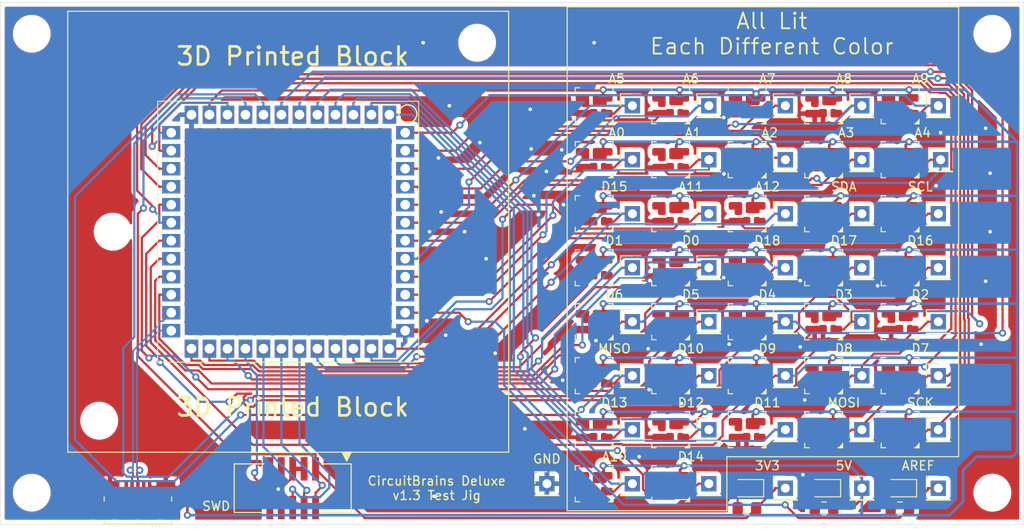
<source format=kicad_pcb>
(kicad_pcb (version 20200119) (host pcbnew "(5.99.0-954-g9a012af08)")
  (layers (0 "F.Cu" signal) (31 "B.Cu" signal) (34 "B.Paste" user) (35 "F.Paste" user) (36 "B.SilkS" user) (37 "F.SilkS" user) (38 "B.Mask" user) (39 "F.Mask" user) (44 "Edge.Cuts" user))
  (net 0 "")
  (net 1 "Net-(D1-Pad1)")
  (net 2 "GND")
  (net 3 "/A10")
  (net 4 "/D7")
  (net 5 "Net-(D2-Pad1)")
  (net 6 "Net-(D3-Pad1)")
  (net 7 "/A6")
  (net 8 "/D15")
  (net 9 "Net-(D4-Pad1)")
  (net 10 "Net-(D5-Pad2)")
  (net 11 "Net-(D6-Pad2)")
  (net 12 "Net-(D7-Pad2)")
  (net 13 "/D14")
  (net 14 "Net-(D8-Pad1)")
  (net 15 "Net-(D9-Pad1)")
  (net 16 "/D6")
  (net 17 "/A5")
  (net 18 "Net-(D10-Pad1)")
  (net 19 "Net-(D11-Pad1)")
  (net 20 "/D16")
  (net 21 "Net-(D12-Pad1)")
  (net 22 "/D13")
  (net 23 "/D5")
  (net 24 "Net-(D13-Pad1)")
  (net 25 "Net-(D14-Pad1)")
  (net 26 "/A4")
  (net 27 "Net-(D15-Pad1)")
  (net 28 "/D17")
  (net 29 "/D12")
  (net 30 "Net-(D16-Pad1)")
  (net 31 "/D4")
  (net 32 "Net-(D17-Pad1)")
  (net 33 "/A3")
  (net 34 "Net-(D18-Pad1)")
  (net 35 "Net-(D19-Pad1)")
  (net 36 "/D18")
  (net 37 "Net-(D20-Pad1)")
  (net 38 "/D11")
  (net 39 "/D3")
  (net 40 "Net-(D21-Pad1)")
  (net 41 "Net-(D22-Pad1)")
  (net 42 "/A2")
  (net 43 "/MOSI")
  (net 44 "Net-(D23-Pad1)")
  (net 45 "Net-(D24-Pad1)")
  (net 46 "/D2")
  (net 47 "/A1")
  (net 48 "Net-(D25-Pad1)")
  (net 49 "Net-(D26-Pad1)")
  (net 50 "/SCK")
  (net 51 "/D1")
  (net 52 "Net-(D27-Pad1)")
  (net 53 "Net-(D28-Pad1)")
  (net 54 "/A0")
  (net 55 "/MISO")
  (net 56 "Net-(D29-Pad1)")
  (net 57 "Net-(D30-Pad1)")
  (net 58 "/D0")
  (net 59 "/SCL")
  (net 60 "Net-(D31-Pad1)")
  (net 61 "Net-(D32-Pad1)")
  (net 62 "/D10")
  (net 63 "/A9")
  (net 64 "Net-(D33-Pad1)")
  (net 65 "Net-(D34-Pad1)")
  (net 66 "/SDA")
  (net 67 "/D9")
  (net 68 "Net-(D35-Pad1)")
  (net 69 "Net-(D36-Pad1)")
  (net 70 "/A8")
  (net 71 "/A12")
  (net 72 "Net-(D37-Pad1)")
  (net 73 "Net-(D38-Pad1)")
  (net 74 "/D8")
  (net 75 "/A7")
  (net 76 "Net-(D39-Pad1)")
  (net 77 "Net-(D40-Pad1)")
  (net 78 "/A11")
  (net 79 "+3V3")
  (net 80 "/AREF")
  (net 81 "/RESET")
  (net 82 "/SWCLK")
  (net 83 "/SWDIO")
  (net 84 "/SWO")
  (net 85 "/D-")
  (net 86 "/D+")
  (net 87 "Net-(X1-Pad7)")
  (net 88 "Net-(X1-Pad8)")
  (net 89 "Net-(X2-PadID)")
  (net 90 "+5V")
  (net 91 "Net-(X1-Pad9)")
  (module "Kevin-USB:10118192-0001LF(MICRO-USB-B-AMPHENOL-FCI)" (layer "F.Cu") (at 97.8011 145.548)
    (fp_text reference "X2" hide)
    (fp_text value "10118192-0001LF" hide)
    (fp_text user "Edge of PCB" (at 1.397 1.47066) (layer "F.SilkS") (effects (font (size 0.254 0.254) (thickness 0.0254))))
    (pad "VBUS" smd rect (at -1.29794 -2.67462) (size 0.39878 1.34874) (layers "F.Cu" "F.Paste" "F.Mask") (net 90 "+5V"))
    (pad "ID" smd rect (at 0.6477 -2.67462) (size 0.39878 1.34874) (layers "F.Cu" "F.Paste" "F.Mask") (net 89 "Net-(X2-PadID)"))
    (pad "GND" smd rect (at 1.29794 -2.67462) (size 0.39878 1.34874) (layers "F.Cu" "F.Paste" "F.Mask") (net 2 "GND"))
    (pad "D-" smd rect (at -0.6477 -2.67462) (size 0.39878 1.34874) (layers "F.Cu" "F.Paste" "F.Mask") (net 85 "/D-"))
    (pad "D+" smd rect (at 0 -2.67462) (size 0.39878 1.34874) (layers "F.Cu" "F.Paste" "F.Mask") (net 86 "/D+"))
    (pad "CGND" smd rect (at -3.0988 -2.54762) (size 2.09804 1.59766) (layers "F.Cu" "F.Paste" "F.Mask") (net 2 "GND"))
    (pad "CGND" smd rect (at 3.0988 -2.54762) (size 2.09804 1.59766) (layers "F.Cu" "F.Paste" "F.Mask") (net 2 "GND"))
    (pad "CGND" smd rect (at 3.79984 0) (size 1.79832 1.89992) (layers "F.Cu" "F.Paste" "F.Mask") (net 2 "GND"))
    (pad "CGND" smd rect (at 1.19888 0) (size 1.89992 1.89992) (layers "F.Cu" "F.Paste" "F.Mask") (net 2 "GND"))
    (pad "CGND" smd rect (at -1.19888 0) (size 1.89992 1.89992) (layers "F.Cu" "F.Paste" "F.Mask") (net 2 "GND"))
    (pad "CGND" smd rect (at -3.79984 0) (size 1.79832 1.89992) (layers "F.Cu" "F.Paste" "F.Mask") (net 2 "GND"))
  )
  (module "Kevin-Connectors:2X05_1.27MM_BOX_POSTS_SMT" (layer "F.Cu") (at 115 143 180)
    (fp_text reference "X1" hide)
    (fp_text value "SWD" hide)
    (pad "10" smd rect (at 2.54 -2.14884 180) (size 0.75946 2.59842) (layers "F.Cu" "F.Paste" "F.Mask") (net 81 "/RESET"))
    (pad "9" smd rect (at 2.54 2.14884 180) (size 0.75946 2.59842) (layers "F.Cu" "F.Paste" "F.Mask") (net 91 "Net-(X1-Pad9)"))
    (pad "8" smd rect (at 1.27 -2.14884 180) (size 0.75946 2.59842) (layers "F.Cu" "F.Paste" "F.Mask") (net 88 "Net-(X1-Pad8)"))
    (pad "7" smd rect (at 1.27 2.14884 180) (size 0.75946 2.59842) (layers "F.Cu" "F.Paste" "F.Mask") (net 87 "Net-(X1-Pad7)"))
    (pad "6" smd rect (at 0 -2.14884 180) (size 0.75946 2.59842) (layers "F.Cu" "F.Paste" "F.Mask") (net 84 "/SWO"))
    (pad "5" smd rect (at 0 2.14884 180) (size 0.75946 2.59842) (layers "F.Cu" "F.Paste" "F.Mask") (net 2 "GND"))
    (pad "4" smd rect (at -1.27 -2.14884 180) (size 0.75946 2.59842) (layers "F.Cu" "F.Paste" "F.Mask") (net 82 "/SWCLK"))
    (pad "3" smd rect (at -1.27 2.14884 180) (size 0.75946 2.59842) (layers "F.Cu" "F.Paste" "F.Mask") (net 2 "GND"))
    (pad "2" smd rect (at -2.54 -2.14884 180) (size 0.75946 2.59842) (layers "F.Cu" "F.Paste" "F.Mask") (net 83 "/SWDIO"))
    (pad "1" smd rect (at -2.54 2.14884 180) (size 0.75946 2.59842) (layers "F.Cu" "F.Paste" "F.Mask") (net 79 "+3V3"))
  )
  (module "Kevin-Misc:SK6812_Mini" (layer "F.Cu") (at 148.5 142.5)
    (fp_text reference "D1" hide)
    (fp_text value "SK6812MINI" hide)
    (pad "2" smd roundrect (at -0.075 0.825) (size 0.875 0.95) (layers "F.Cu" "F.Paste" "F.Mask") (roundrect_rratio 0.235) (net 2 "GND"))
    (pad "4" smd roundrect (at 0.625 -0.68) (size 1.55 1.25) (layers "F.Cu" "F.Paste" "F.Mask") (roundrect_rratio 0.16) (net 90 "+5V"))
    (pad "3" smd roundrect (at 1.08 0.825) (size 0.65 0.95) (layers "F.Cu" "F.Paste" "F.Mask") (roundrect_rratio 0.307) (net 3 "/A10"))
    (pad "1" smd roundrect (at -0.975 -0.575) (size 0.85 1.45) (layers "F.Cu" "F.Paste" "F.Mask") (net 1 "Net-(D1-Pad1)"))
    (pad "4" smd roundrect (at 1.05 -0.875) (size 2 0.85) (layers "F.Cu" "F.Paste" "F.Mask") (roundrect_rratio 0.235) (net 90 "+5V"))
    (pad "3" smd roundrect (at 1.55 0.875) (size 1 0.85) (layers "F.Cu" "F.Paste" "F.Mask") (roundrect_rratio 0.235) (net 3 "/A10"))
    (pad "2" smd roundrect (at -1 0.875) (size 2.1 0.85) (layers "F.Cu" "F.Paste" "F.Mask") (roundrect_rratio 0.235) (net 2 "GND"))
    (pad "1" smd roundrect (at -1.4 -0.875) (size 1.3 0.85) (layers "F.Cu" "F.Paste" "F.Mask") (roundrect_rratio 0.235) (net 1 "Net-(D1-Pad1)"))
  )
  (module "Kevin-Misc:SK6812_Mini" (layer "F.Cu") (at 182.5 130.5)
    (fp_text reference "D2" hide)
    (fp_text value "SK6812MINI" hide)
    (pad "2" smd roundrect (at -0.075 0.825) (size 0.875 0.95) (layers "F.Cu" "F.Paste" "F.Mask") (roundrect_rratio 0.235) (net 2 "GND"))
    (pad "4" smd roundrect (at 0.625 -0.68) (size 1.55 1.25) (layers "F.Cu" "F.Paste" "F.Mask") (roundrect_rratio 0.16) (net 90 "+5V"))
    (pad "3" smd roundrect (at 1.08 0.825) (size 0.65 0.95) (layers "F.Cu" "F.Paste" "F.Mask") (roundrect_rratio 0.307) (net 4 "/D7"))
    (pad "1" smd roundrect (at -0.975 -0.575) (size 0.85 1.45) (layers "F.Cu" "F.Paste" "F.Mask") (net 5 "Net-(D2-Pad1)"))
    (pad "4" smd roundrect (at 1.05 -0.875) (size 2 0.85) (layers "F.Cu" "F.Paste" "F.Mask") (roundrect_rratio 0.235) (net 90 "+5V"))
    (pad "3" smd roundrect (at 1.55 0.875) (size 1 0.85) (layers "F.Cu" "F.Paste" "F.Mask") (roundrect_rratio 0.235) (net 4 "/D7"))
    (pad "2" smd roundrect (at -1 0.875) (size 2.1 0.85) (layers "F.Cu" "F.Paste" "F.Mask") (roundrect_rratio 0.235) (net 2 "GND"))
    (pad "1" smd roundrect (at -1.4 -0.875) (size 1.3 0.85) (layers "F.Cu" "F.Paste" "F.Mask") (roundrect_rratio 0.235) (net 5 "Net-(D2-Pad1)"))
  )
  (module "Kevin-Misc:SK6812_Mini" (layer "F.Cu") (at 157 100.5)
    (fp_text reference "D3" hide)
    (fp_text value "SK6812MINI" hide)
    (pad "2" smd roundrect (at -0.075 0.825) (size 0.875 0.95) (layers "F.Cu" "F.Paste" "F.Mask") (roundrect_rratio 0.235) (net 2 "GND"))
    (pad "4" smd roundrect (at 0.625 -0.68) (size 1.55 1.25) (layers "F.Cu" "F.Paste" "F.Mask") (roundrect_rratio 0.16) (net 90 "+5V"))
    (pad "3" smd roundrect (at 1.08 0.825) (size 0.65 0.95) (layers "F.Cu" "F.Paste" "F.Mask") (roundrect_rratio 0.307) (net 7 "/A6"))
    (pad "1" smd roundrect (at -0.975 -0.575) (size 0.85 1.45) (layers "F.Cu" "F.Paste" "F.Mask") (net 6 "Net-(D3-Pad1)"))
    (pad "4" smd roundrect (at 1.05 -0.875) (size 2 0.85) (layers "F.Cu" "F.Paste" "F.Mask") (roundrect_rratio 0.235) (net 90 "+5V"))
    (pad "3" smd roundrect (at 1.55 0.875) (size 1 0.85) (layers "F.Cu" "F.Paste" "F.Mask") (roundrect_rratio 0.235) (net 7 "/A6"))
    (pad "2" smd roundrect (at -1 0.875) (size 2.1 0.85) (layers "F.Cu" "F.Paste" "F.Mask") (roundrect_rratio 0.235) (net 2 "GND"))
    (pad "1" smd roundrect (at -1.4 -0.875) (size 1.3 0.85) (layers "F.Cu" "F.Paste" "F.Mask") (roundrect_rratio 0.235) (net 6 "Net-(D3-Pad1)"))
  )
  (module "Kevin-Misc:SK6812_Mini" (layer "F.Cu") (at 148.5 112.5)
    (fp_text reference "D4" hide)
    (fp_text value "SK6812MINI" hide)
    (pad "2" smd roundrect (at -0.075 0.825) (size 0.875 0.95) (layers "F.Cu" "F.Paste" "F.Mask") (roundrect_rratio 0.235) (net 2 "GND"))
    (pad "4" smd roundrect (at 0.625 -0.68) (size 1.55 1.25) (layers "F.Cu" "F.Paste" "F.Mask") (roundrect_rratio 0.16) (net 90 "+5V"))
    (pad "3" smd roundrect (at 1.08 0.825) (size 0.65 0.95) (layers "F.Cu" "F.Paste" "F.Mask") (roundrect_rratio 0.307) (net 8 "/D15"))
    (pad "1" smd roundrect (at -0.975 -0.575) (size 0.85 1.45) (layers "F.Cu" "F.Paste" "F.Mask") (net 9 "Net-(D4-Pad1)"))
    (pad "4" smd roundrect (at 1.05 -0.875) (size 2 0.85) (layers "F.Cu" "F.Paste" "F.Mask") (roundrect_rratio 0.235) (net 90 "+5V"))
    (pad "3" smd roundrect (at 1.55 0.875) (size 1 0.85) (layers "F.Cu" "F.Paste" "F.Mask") (roundrect_rratio 0.235) (net 8 "/D15"))
    (pad "2" smd roundrect (at -1 0.875) (size 2.1 0.85) (layers "F.Cu" "F.Paste" "F.Mask") (roundrect_rratio 0.235) (net 2 "GND"))
    (pad "1" smd roundrect (at -1.4 -0.875) (size 1.3 0.85) (layers "F.Cu" "F.Paste" "F.Mask") (roundrect_rratio 0.235) (net 9 "Net-(D4-Pad1)"))
  )
  (module "Kevin-Misc:SK6812_Mini" (layer "F.Cu") (at 157 142.5)
    (fp_text reference "D8" hide)
    (fp_text value "SK6812MINI" hide)
    (pad "2" smd roundrect (at -0.075 0.825) (size 0.875 0.95) (layers "F.Cu" "F.Paste" "F.Mask") (roundrect_rratio 0.235) (net 2 "GND"))
    (pad "4" smd roundrect (at 0.625 -0.68) (size 1.55 1.25) (layers "F.Cu" "F.Paste" "F.Mask") (roundrect_rratio 0.16) (net 90 "+5V"))
    (pad "3" smd roundrect (at 1.08 0.825) (size 0.65 0.95) (layers "F.Cu" "F.Paste" "F.Mask") (roundrect_rratio 0.307) (net 13 "/D14"))
    (pad "1" smd roundrect (at -0.975 -0.575) (size 0.85 1.45) (layers "F.Cu" "F.Paste" "F.Mask") (net 14 "Net-(D8-Pad1)"))
    (pad "4" smd roundrect (at 1.05 -0.875) (size 2 0.85) (layers "F.Cu" "F.Paste" "F.Mask") (roundrect_rratio 0.235) (net 90 "+5V"))
    (pad "3" smd roundrect (at 1.55 0.875) (size 1 0.85) (layers "F.Cu" "F.Paste" "F.Mask") (roundrect_rratio 0.235) (net 13 "/D14"))
    (pad "2" smd roundrect (at -1 0.875) (size 2.1 0.85) (layers "F.Cu" "F.Paste" "F.Mask") (roundrect_rratio 0.235) (net 2 "GND"))
    (pad "1" smd roundrect (at -1.4 -0.875) (size 1.3 0.85) (layers "F.Cu" "F.Paste" "F.Mask") (roundrect_rratio 0.235) (net 14 "Net-(D8-Pad1)"))
  )
  (module "Kevin-Misc:SK6812_Mini" (layer "F.Cu") (at 148.5 124.5)
    (fp_text reference "D9" hide)
    (fp_text value "SK6812MINI" hide)
    (pad "2" smd roundrect (at -0.075 0.825) (size 0.875 0.95) (layers "F.Cu" "F.Paste" "F.Mask") (roundrect_rratio 0.235) (net 2 "GND"))
    (pad "4" smd roundrect (at 0.625 -0.68) (size 1.55 1.25) (layers "F.Cu" "F.Paste" "F.Mask") (roundrect_rratio 0.16) (net 90 "+5V"))
    (pad "3" smd roundrect (at 1.08 0.825) (size 0.65 0.95) (layers "F.Cu" "F.Paste" "F.Mask") (roundrect_rratio 0.307) (net 16 "/D6"))
    (pad "1" smd roundrect (at -0.975 -0.575) (size 0.85 1.45) (layers "F.Cu" "F.Paste" "F.Mask") (net 15 "Net-(D9-Pad1)"))
    (pad "4" smd roundrect (at 1.05 -0.875) (size 2 0.85) (layers "F.Cu" "F.Paste" "F.Mask") (roundrect_rratio 0.235) (net 90 "+5V"))
    (pad "3" smd roundrect (at 1.55 0.875) (size 1 0.85) (layers "F.Cu" "F.Paste" "F.Mask") (roundrect_rratio 0.235) (net 16 "/D6"))
    (pad "2" smd roundrect (at -1 0.875) (size 2.1 0.85) (layers "F.Cu" "F.Paste" "F.Mask") (roundrect_rratio 0.235) (net 2 "GND"))
    (pad "1" smd roundrect (at -1.4 -0.875) (size 1.3 0.85) (layers "F.Cu" "F.Paste" "F.Mask") (roundrect_rratio 0.235) (net 15 "Net-(D9-Pad1)"))
  )
  (module "Kevin-Misc:SK6812_Mini" (layer "F.Cu") (at 148.5 100.5)
    (fp_text reference "D10" hide)
    (fp_text value "SK6812MINI" hide)
    (pad "2" smd roundrect (at -0.075 0.825) (size 0.875 0.95) (layers "F.Cu" "F.Paste" "F.Mask") (roundrect_rratio 0.235) (net 2 "GND"))
    (pad "4" smd roundrect (at 0.625 -0.68) (size 1.55 1.25) (layers "F.Cu" "F.Paste" "F.Mask") (roundrect_rratio 0.16) (net 90 "+5V"))
    (pad "3" smd roundrect (at 1.08 0.825) (size 0.65 0.95) (layers "F.Cu" "F.Paste" "F.Mask") (roundrect_rratio 0.307) (net 17 "/A5"))
    (pad "1" smd roundrect (at -0.975 -0.575) (size 0.85 1.45) (layers "F.Cu" "F.Paste" "F.Mask") (net 18 "Net-(D10-Pad1)"))
    (pad "4" smd roundrect (at 1.05 -0.875) (size 2 0.85) (layers "F.Cu" "F.Paste" "F.Mask") (roundrect_rratio 0.235) (net 90 "+5V"))
    (pad "3" smd roundrect (at 1.55 0.875) (size 1 0.85) (layers "F.Cu" "F.Paste" "F.Mask") (roundrect_rratio 0.235) (net 17 "/A5"))
    (pad "2" smd roundrect (at -1 0.875) (size 2.1 0.85) (layers "F.Cu" "F.Paste" "F.Mask") (roundrect_rratio 0.235) (net 2 "GND"))
    (pad "1" smd roundrect (at -1.4 -0.875) (size 1.3 0.85) (layers "F.Cu" "F.Paste" "F.Mask") (roundrect_rratio 0.235) (net 18 "Net-(D10-Pad1)"))
  )
  (module "Kevin-Misc:SK6812_Mini" (layer "F.Cu") (at 182.5 118.5)
    (fp_text reference "D11" hide)
    (fp_text value "SK6812MINI" hide)
    (pad "2" smd roundrect (at -0.075 0.825) (size 0.875 0.95) (layers "F.Cu" "F.Paste" "F.Mask") (roundrect_rratio 0.235) (net 2 "GND"))
    (pad "4" smd roundrect (at 0.625 -0.68) (size 1.55 1.25) (layers "F.Cu" "F.Paste" "F.Mask") (roundrect_rratio 0.16) (net 90 "+5V"))
    (pad "3" smd roundrect (at 1.08 0.825) (size 0.65 0.95) (layers "F.Cu" "F.Paste" "F.Mask") (roundrect_rratio 0.307) (net 20 "/D16"))
    (pad "1" smd roundrect (at -0.975 -0.575) (size 0.85 1.45) (layers "F.Cu" "F.Paste" "F.Mask") (net 19 "Net-(D11-Pad1)"))
    (pad "4" smd roundrect (at 1.05 -0.875) (size 2 0.85) (layers "F.Cu" "F.Paste" "F.Mask") (roundrect_rratio 0.235) (net 90 "+5V"))
    (pad "3" smd roundrect (at 1.55 0.875) (size 1 0.85) (layers "F.Cu" "F.Paste" "F.Mask") (roundrect_rratio 0.235) (net 20 "/D16"))
    (pad "2" smd roundrect (at -1 0.875) (size 2.1 0.85) (layers "F.Cu" "F.Paste" "F.Mask") (roundrect_rratio 0.235) (net 2 "GND"))
    (pad "1" smd roundrect (at -1.4 -0.875) (size 1.3 0.85) (layers "F.Cu" "F.Paste" "F.Mask") (roundrect_rratio 0.235) (net 19 "Net-(D11-Pad1)"))
  )
  (module "Kevin-Misc:SK6812_Mini" (layer "F.Cu") (at 148.5 136.5)
    (fp_text reference "D12" hide)
    (fp_text value "SK6812MINI" hide)
    (pad "2" smd roundrect (at -0.075 0.825) (size 0.875 0.95) (layers "F.Cu" "F.Paste" "F.Mask") (roundrect_rratio 0.235) (net 2 "GND"))
    (pad "4" smd roundrect (at 0.625 -0.68) (size 1.55 1.25) (layers "F.Cu" "F.Paste" "F.Mask") (roundrect_rratio 0.16) (net 90 "+5V"))
    (pad "3" smd roundrect (at 1.08 0.825) (size 0.65 0.95) (layers "F.Cu" "F.Paste" "F.Mask") (roundrect_rratio 0.307) (net 22 "/D13"))
    (pad "1" smd roundrect (at -0.975 -0.575) (size 0.85 1.45) (layers "F.Cu" "F.Paste" "F.Mask") (net 21 "Net-(D12-Pad1)"))
    (pad "4" smd roundrect (at 1.05 -0.875) (size 2 0.85) (layers "F.Cu" "F.Paste" "F.Mask") (roundrect_rratio 0.235) (net 90 "+5V"))
    (pad "3" smd roundrect (at 1.55 0.875) (size 1 0.85) (layers "F.Cu" "F.Paste" "F.Mask") (roundrect_rratio 0.235) (net 22 "/D13"))
    (pad "2" smd roundrect (at -1 0.875) (size 2.1 0.85) (layers "F.Cu" "F.Paste" "F.Mask") (roundrect_rratio 0.235) (net 2 "GND"))
    (pad "1" smd roundrect (at -1.4 -0.875) (size 1.3 0.85) (layers "F.Cu" "F.Paste" "F.Mask") (roundrect_rratio 0.235) (net 21 "Net-(D12-Pad1)"))
  )
  (module "Kevin-Misc:SK6812_Mini" (layer "F.Cu") (at 157 124.5)
    (fp_text reference "D13" hide)
    (fp_text value "SK6812MINI" hide)
    (pad "2" smd roundrect (at -0.075 0.825) (size 0.875 0.95) (layers "F.Cu" "F.Paste" "F.Mask") (roundrect_rratio 0.235) (net 2 "GND"))
    (pad "4" smd roundrect (at 0.625 -0.68) (size 1.55 1.25) (layers "F.Cu" "F.Paste" "F.Mask") (roundrect_rratio 0.16) (net 90 "+5V"))
    (pad "3" smd roundrect (at 1.08 0.825) (size 0.65 0.95) (layers "F.Cu" "F.Paste" "F.Mask") (roundrect_rratio 0.307) (net 23 "/D5"))
    (pad "1" smd roundrect (at -0.975 -0.575) (size 0.85 1.45) (layers "F.Cu" "F.Paste" "F.Mask") (net 24 "Net-(D13-Pad1)"))
    (pad "4" smd roundrect (at 1.05 -0.875) (size 2 0.85) (layers "F.Cu" "F.Paste" "F.Mask") (roundrect_rratio 0.235) (net 90 "+5V"))
    (pad "3" smd roundrect (at 1.55 0.875) (size 1 0.85) (layers "F.Cu" "F.Paste" "F.Mask") (roundrect_rratio 0.235) (net 23 "/D5"))
    (pad "2" smd roundrect (at -1 0.875) (size 2.1 0.85) (layers "F.Cu" "F.Paste" "F.Mask") (roundrect_rratio 0.235) (net 2 "GND"))
    (pad "1" smd roundrect (at -1.4 -0.875) (size 1.3 0.85) (layers "F.Cu" "F.Paste" "F.Mask") (roundrect_rratio 0.235) (net 24 "Net-(D13-Pad1)"))
  )
  (module "Kevin-Misc:SK6812_Mini" (layer "F.Cu") (at 182.5 106.5)
    (fp_text reference "D14" hide)
    (fp_text value "SK6812MINI" hide)
    (pad "2" smd roundrect (at -0.075 0.825) (size 0.875 0.95) (layers "F.Cu" "F.Paste" "F.Mask") (roundrect_rratio 0.235) (net 2 "GND"))
    (pad "4" smd roundrect (at 0.625 -0.68) (size 1.55 1.25) (layers "F.Cu" "F.Paste" "F.Mask") (roundrect_rratio 0.16) (net 90 "+5V"))
    (pad "3" smd roundrect (at 1.08 0.825) (size 0.65 0.95) (layers "F.Cu" "F.Paste" "F.Mask") (roundrect_rratio 0.307) (net 26 "/A4"))
    (pad "1" smd roundrect (at -0.975 -0.575) (size 0.85 1.45) (layers "F.Cu" "F.Paste" "F.Mask") (net 25 "Net-(D14-Pad1)"))
    (pad "4" smd roundrect (at 1.05 -0.875) (size 2 0.85) (layers "F.Cu" "F.Paste" "F.Mask") (roundrect_rratio 0.235) (net 90 "+5V"))
    (pad "3" smd roundrect (at 1.55 0.875) (size 1 0.85) (layers "F.Cu" "F.Paste" "F.Mask") (roundrect_rratio 0.235) (net 26 "/A4"))
    (pad "2" smd roundrect (at -1 0.875) (size 2.1 0.85) (layers "F.Cu" "F.Paste" "F.Mask") (roundrect_rratio 0.235) (net 2 "GND"))
    (pad "1" smd roundrect (at -1.4 -0.875) (size 1.3 0.85) (layers "F.Cu" "F.Paste" "F.Mask") (roundrect_rratio 0.235) (net 25 "Net-(D14-Pad1)"))
  )
  (module "Kevin-Misc:SK6812_Mini" (layer "F.Cu") (at 174 118.5)
    (fp_text reference "D15" hide)
    (fp_text value "SK6812MINI" hide)
    (pad "2" smd roundrect (at -0.075 0.825) (size 0.875 0.95) (layers "F.Cu" "F.Paste" "F.Mask") (roundrect_rratio 0.235) (net 2 "GND"))
    (pad "4" smd roundrect (at 0.625 -0.68) (size 1.55 1.25) (layers "F.Cu" "F.Paste" "F.Mask") (roundrect_rratio 0.16) (net 90 "+5V"))
    (pad "3" smd roundrect (at 1.08 0.825) (size 0.65 0.95) (layers "F.Cu" "F.Paste" "F.Mask") (roundrect_rratio 0.307) (net 28 "/D17"))
    (pad "1" smd roundrect (at -0.975 -0.575) (size 0.85 1.45) (layers "F.Cu" "F.Paste" "F.Mask") (net 27 "Net-(D15-Pad1)"))
    (pad "4" smd roundrect (at 1.05 -0.875) (size 2 0.85) (layers "F.Cu" "F.Paste" "F.Mask") (roundrect_rratio 0.235) (net 90 "+5V"))
    (pad "3" smd roundrect (at 1.55 0.875) (size 1 0.85) (layers "F.Cu" "F.Paste" "F.Mask") (roundrect_rratio 0.235) (net 28 "/D17"))
    (pad "2" smd roundrect (at -1 0.875) (size 2.1 0.85) (layers "F.Cu" "F.Paste" "F.Mask") (roundrect_rratio 0.235) (net 2 "GND"))
    (pad "1" smd roundrect (at -1.4 -0.875) (size 1.3 0.85) (layers "F.Cu" "F.Paste" "F.Mask") (roundrect_rratio 0.235) (net 27 "Net-(D15-Pad1)"))
  )
  (module "Kevin-Misc:SK6812_Mini" (layer "F.Cu") (at 157 136.5)
    (fp_text reference "D16" hide)
    (fp_text value "SK6812MINI" hide)
    (pad "2" smd roundrect (at -0.075 0.825) (size 0.875 0.95) (layers "F.Cu" "F.Paste" "F.Mask") (roundrect_rratio 0.235) (net 2 "GND"))
    (pad "4" smd roundrect (at 0.625 -0.68) (size 1.55 1.25) (layers "F.Cu" "F.Paste" "F.Mask") (roundrect_rratio 0.16) (net 90 "+5V"))
    (pad "3" smd roundrect (at 1.08 0.825) (size 0.65 0.95) (layers "F.Cu" "F.Paste" "F.Mask") (roundrect_rratio 0.307) (net 29 "/D12"))
    (pad "1" smd roundrect (at -0.975 -0.575) (size 0.85 1.45) (layers "F.Cu" "F.Paste" "F.Mask") (net 30 "Net-(D16-Pad1)"))
    (pad "4" smd roundrect (at 1.05 -0.875) (size 2 0.85) (layers "F.Cu" "F.Paste" "F.Mask") (roundrect_rratio 0.235) (net 90 "+5V"))
    (pad "3" smd roundrect (at 1.55 0.875) (size 1 0.85) (layers "F.Cu" "F.Paste" "F.Mask") (roundrect_rratio 0.235) (net 29 "/D12"))
    (pad "2" smd roundrect (at -1 0.875) (size 2.1 0.85) (layers "F.Cu" "F.Paste" "F.Mask") (roundrect_rratio 0.235) (net 2 "GND"))
    (pad "1" smd roundrect (at -1.4 -0.875) (size 1.3 0.85) (layers "F.Cu" "F.Paste" "F.Mask") (roundrect_rratio 0.235) (net 30 "Net-(D16-Pad1)"))
  )
  (module "Kevin-Misc:SK6812_Mini" (layer "F.Cu") (at 165.5 124.5)
    (fp_text reference "D17" hide)
    (fp_text value "SK6812MINI" hide)
    (pad "2" smd roundrect (at -0.075 0.825) (size 0.875 0.95) (layers "F.Cu" "F.Paste" "F.Mask") (roundrect_rratio 0.235) (net 2 "GND"))
    (pad "4" smd roundrect (at 0.625 -0.68) (size 1.55 1.25) (layers "F.Cu" "F.Paste" "F.Mask") (roundrect_rratio 0.16) (net 90 "+5V"))
    (pad "3" smd roundrect (at 1.08 0.825) (size 0.65 0.95) (layers "F.Cu" "F.Paste" "F.Mask") (roundrect_rratio 0.307) (net 31 "/D4"))
    (pad "1" smd roundrect (at -0.975 -0.575) (size 0.85 1.45) (layers "F.Cu" "F.Paste" "F.Mask") (net 32 "Net-(D17-Pad1)"))
    (pad "4" smd roundrect (at 1.05 -0.875) (size 2 0.85) (layers "F.Cu" "F.Paste" "F.Mask") (roundrect_rratio 0.235) (net 90 "+5V"))
    (pad "3" smd roundrect (at 1.55 0.875) (size 1 0.85) (layers "F.Cu" "F.Paste" "F.Mask") (roundrect_rratio 0.235) (net 31 "/D4"))
    (pad "2" smd roundrect (at -1 0.875) (size 2.1 0.85) (layers "F.Cu" "F.Paste" "F.Mask") (roundrect_rratio 0.235) (net 2 "GND"))
    (pad "1" smd roundrect (at -1.4 -0.875) (size 1.3 0.85) (layers "F.Cu" "F.Paste" "F.Mask") (roundrect_rratio 0.235) (net 32 "Net-(D17-Pad1)"))
  )
  (module "Kevin-Misc:SK6812_Mini" (layer "F.Cu") (at 174 106.5)
    (fp_text reference "D18" hide)
    (fp_text value "SK6812MINI" hide)
    (pad "2" smd roundrect (at -0.075 0.825) (size 0.875 0.95) (layers "F.Cu" "F.Paste" "F.Mask") (roundrect_rratio 0.235) (net 2 "GND"))
    (pad "4" smd roundrect (at 0.625 -0.68) (size 1.55 1.25) (layers "F.Cu" "F.Paste" "F.Mask") (roundrect_rratio 0.16) (net 90 "+5V"))
    (pad "3" smd roundrect (at 1.08 0.825) (size 0.65 0.95) (layers "F.Cu" "F.Paste" "F.Mask") (roundrect_rratio 0.307) (net 33 "/A3"))
    (pad "1" smd roundrect (at -0.975 -0.575) (size 0.85 1.45) (layers "F.Cu" "F.Paste" "F.Mask") (net 34 "Net-(D18-Pad1)"))
    (pad "4" smd roundrect (at 1.05 -0.875) (size 2 0.85) (layers "F.Cu" "F.Paste" "F.Mask") (roundrect_rratio 0.235) (net 90 "+5V"))
    (pad "3" smd roundrect (at 1.55 0.875) (size 1 0.85) (layers "F.Cu" "F.Paste" "F.Mask") (roundrect_rratio 0.235) (net 33 "/A3"))
    (pad "2" smd roundrect (at -1 0.875) (size 2.1 0.85) (layers "F.Cu" "F.Paste" "F.Mask") (roundrect_rratio 0.235) (net 2 "GND"))
    (pad "1" smd roundrect (at -1.4 -0.875) (size 1.3 0.85) (layers "F.Cu" "F.Paste" "F.Mask") (roundrect_rratio 0.235) (net 34 "Net-(D18-Pad1)"))
  )
  (module "Kevin-Misc:SK6812_Mini" (layer "F.Cu") (at 165.5 118.5)
    (fp_text reference "D19" hide)
    (fp_text value "SK6812MINI" hide)
    (pad "2" smd roundrect (at -0.075 0.825) (size 0.875 0.95) (layers "F.Cu" "F.Paste" "F.Mask") (roundrect_rratio 0.235) (net 2 "GND"))
    (pad "4" smd roundrect (at 0.625 -0.68) (size 1.55 1.25) (layers "F.Cu" "F.Paste" "F.Mask") (roundrect_rratio 0.16) (net 90 "+5V"))
    (pad "3" smd roundrect (at 1.08 0.825) (size 0.65 0.95) (layers "F.Cu" "F.Paste" "F.Mask") (roundrect_rratio 0.307) (net 36 "/D18"))
    (pad "1" smd roundrect (at -0.975 -0.575) (size 0.85 1.45) (layers "F.Cu" "F.Paste" "F.Mask") (net 35 "Net-(D19-Pad1)"))
    (pad "4" smd roundrect (at 1.05 -0.875) (size 2 0.85) (layers "F.Cu" "F.Paste" "F.Mask") (roundrect_rratio 0.235) (net 90 "+5V"))
    (pad "3" smd roundrect (at 1.55 0.875) (size 1 0.85) (layers "F.Cu" "F.Paste" "F.Mask") (roundrect_rratio 0.235) (net 36 "/D18"))
    (pad "2" smd roundrect (at -1 0.875) (size 2.1 0.85) (layers "F.Cu" "F.Paste" "F.Mask") (roundrect_rratio 0.235) (net 2 "GND"))
    (pad "1" smd roundrect (at -1.4 -0.875) (size 1.3 0.85) (layers "F.Cu" "F.Paste" "F.Mask") (roundrect_rratio 0.235) (net 35 "Net-(D19-Pad1)"))
  )
  (module "Kevin-Misc:SK6812_Mini" (layer "F.Cu") (at 165.5 136.5)
    (fp_text reference "D20" hide)
    (fp_text value "SK6812MINI" hide)
    (pad "2" smd roundrect (at -0.075 0.825) (size 0.875 0.95) (layers "F.Cu" "F.Paste" "F.Mask") (roundrect_rratio 0.235) (net 2 "GND"))
    (pad "4" smd roundrect (at 0.625 -0.68) (size 1.55 1.25) (layers "F.Cu" "F.Paste" "F.Mask") (roundrect_rratio 0.16) (net 90 "+5V"))
    (pad "3" smd roundrect (at 1.08 0.825) (size 0.65 0.95) (layers "F.Cu" "F.Paste" "F.Mask") (roundrect_rratio 0.307) (net 38 "/D11"))
    (pad "1" smd roundrect (at -0.975 -0.575) (size 0.85 1.45) (layers "F.Cu" "F.Paste" "F.Mask") (net 37 "Net-(D20-Pad1)"))
    (pad "4" smd roundrect (at 1.05 -0.875) (size 2 0.85) (layers "F.Cu" "F.Paste" "F.Mask") (roundrect_rratio 0.235) (net 90 "+5V"))
    (pad "3" smd roundrect (at 1.55 0.875) (size 1 0.85) (layers "F.Cu" "F.Paste" "F.Mask") (roundrect_rratio 0.235) (net 38 "/D11"))
    (pad "2" smd roundrect (at -1 0.875) (size 2.1 0.85) (layers "F.Cu" "F.Paste" "F.Mask") (roundrect_rratio 0.235) (net 2 "GND"))
    (pad "1" smd roundrect (at -1.4 -0.875) (size 1.3 0.85) (layers "F.Cu" "F.Paste" "F.Mask") (roundrect_rratio 0.235) (net 37 "Net-(D20-Pad1)"))
  )
  (module "Kevin-Misc:SK6812_Mini" (layer "F.Cu") (at 174 124.5)
    (fp_text reference "D21" hide)
    (fp_text value "SK6812MINI" hide)
    (pad "2" smd roundrect (at -0.075 0.825) (size 0.875 0.95) (layers "F.Cu" "F.Paste" "F.Mask") (roundrect_rratio 0.235) (net 2 "GND"))
    (pad "4" smd roundrect (at 0.625 -0.68) (size 1.55 1.25) (layers "F.Cu" "F.Paste" "F.Mask") (roundrect_rratio 0.16) (net 90 "+5V"))
    (pad "3" smd roundrect (at 1.08 0.825) (size 0.65 0.95) (layers "F.Cu" "F.Paste" "F.Mask") (roundrect_rratio 0.307) (net 39 "/D3"))
    (pad "1" smd roundrect (at -0.975 -0.575) (size 0.85 1.45) (layers "F.Cu" "F.Paste" "F.Mask") (net 40 "Net-(D21-Pad1)"))
    (pad "4" smd roundrect (at 1.05 -0.875) (size 2 0.85) (layers "F.Cu" "F.Paste" "F.Mask") (roundrect_rratio 0.235) (net 90 "+5V"))
    (pad "3" smd roundrect (at 1.55 0.875) (size 1 0.85) (layers "F.Cu" "F.Paste" "F.Mask") (roundrect_rratio 0.235) (net 39 "/D3"))
    (pad "2" smd roundrect (at -1 0.875) (size 2.1 0.85) (layers "F.Cu" "F.Paste" "F.Mask") (roundrect_rratio 0.235) (net 2 "GND"))
    (pad "1" smd roundrect (at -1.4 -0.875) (size 1.3 0.85) (layers "F.Cu" "F.Paste" "F.Mask") (roundrect_rratio 0.235) (net 40 "Net-(D21-Pad1)"))
  )
  (module "Kevin-Misc:SK6812_Mini" (layer "F.Cu") (at 165.5 106.5)
    (fp_text reference "D22" hide)
    (fp_text value "SK6812MINI" hide)
    (pad "2" smd roundrect (at -0.075 0.825) (size 0.875 0.95) (layers "F.Cu" "F.Paste" "F.Mask") (roundrect_rratio 0.235) (net 2 "GND"))
    (pad "4" smd roundrect (at 0.625 -0.68) (size 1.55 1.25) (layers "F.Cu" "F.Paste" "F.Mask") (roundrect_rratio 0.16) (net 90 "+5V"))
    (pad "3" smd roundrect (at 1.08 0.825) (size 0.65 0.95) (layers "F.Cu" "F.Paste" "F.Mask") (roundrect_rratio 0.307) (net 42 "/A2"))
    (pad "1" smd roundrect (at -0.975 -0.575) (size 0.85 1.45) (layers "F.Cu" "F.Paste" "F.Mask") (net 41 "Net-(D22-Pad1)"))
    (pad "4" smd roundrect (at 1.05 -0.875) (size 2 0.85) (layers "F.Cu" "F.Paste" "F.Mask") (roundrect_rratio 0.235) (net 90 "+5V"))
    (pad "3" smd roundrect (at 1.55 0.875) (size 1 0.85) (layers "F.Cu" "F.Paste" "F.Mask") (roundrect_rratio 0.235) (net 42 "/A2"))
    (pad "2" smd roundrect (at -1 0.875) (size 2.1 0.85) (layers "F.Cu" "F.Paste" "F.Mask") (roundrect_rratio 0.235) (net 2 "GND"))
    (pad "1" smd roundrect (at -1.4 -0.875) (size 1.3 0.85) (layers "F.Cu" "F.Paste" "F.Mask") (roundrect_rratio 0.235) (net 41 "Net-(D22-Pad1)"))
  )
  (module "Kevin-Misc:SK6812_Mini" (layer "F.Cu") (at 174 136.5)
    (fp_text reference "D23" hide)
    (fp_text value "SK6812MINI" hide)
    (pad "2" smd roundrect (at -0.075 0.825) (size 0.875 0.95) (layers "F.Cu" "F.Paste" "F.Mask") (roundrect_rratio 0.235) (net 2 "GND"))
    (pad "4" smd roundrect (at 0.625 -0.68) (size 1.55 1.25) (layers "F.Cu" "F.Paste" "F.Mask") (roundrect_rratio 0.16) (net 90 "+5V"))
    (pad "3" smd roundrect (at 1.08 0.825) (size 0.65 0.95) (layers "F.Cu" "F.Paste" "F.Mask") (roundrect_rratio 0.307) (net 43 "/MOSI"))
    (pad "1" smd roundrect (at -0.975 -0.575) (size 0.85 1.45) (layers "F.Cu" "F.Paste" "F.Mask") (net 44 "Net-(D23-Pad1)"))
    (pad "4" smd roundrect (at 1.05 -0.875) (size 2 0.85) (layers "F.Cu" "F.Paste" "F.Mask") (roundrect_rratio 0.235) (net 90 "+5V"))
    (pad "3" smd roundrect (at 1.55 0.875) (size 1 0.85) (layers "F.Cu" "F.Paste" "F.Mask") (roundrect_rratio 0.235) (net 43 "/MOSI"))
    (pad "2" smd roundrect (at -1 0.875) (size 2.1 0.85) (layers "F.Cu" "F.Paste" "F.Mask") (roundrect_rratio 0.235) (net 2 "GND"))
    (pad "1" smd roundrect (at -1.4 -0.875) (size 1.3 0.85) (layers "F.Cu" "F.Paste" "F.Mask") (roundrect_rratio 0.235) (net 44 "Net-(D23-Pad1)"))
  )
  (module "Kevin-Misc:SK6812_Mini" (layer "F.Cu") (at 182.5 124.5)
    (fp_text reference "D24" hide)
    (fp_text value "SK6812MINI" hide)
    (pad "2" smd roundrect (at -0.075 0.825) (size 0.875 0.95) (layers "F.Cu" "F.Paste" "F.Mask") (roundrect_rratio 0.235) (net 2 "GND"))
    (pad "4" smd roundrect (at 0.625 -0.68) (size 1.55 1.25) (layers "F.Cu" "F.Paste" "F.Mask") (roundrect_rratio 0.16) (net 90 "+5V"))
    (pad "3" smd roundrect (at 1.08 0.825) (size 0.65 0.95) (layers "F.Cu" "F.Paste" "F.Mask") (roundrect_rratio 0.307) (net 46 "/D2"))
    (pad "1" smd roundrect (at -0.975 -0.575) (size 0.85 1.45) (layers "F.Cu" "F.Paste" "F.Mask") (net 45 "Net-(D24-Pad1)"))
    (pad "4" smd roundrect (at 1.05 -0.875) (size 2 0.85) (layers "F.Cu" "F.Paste" "F.Mask") (roundrect_rratio 0.235) (net 90 "+5V"))
    (pad "3" smd roundrect (at 1.55 0.875) (size 1 0.85) (layers "F.Cu" "F.Paste" "F.Mask") (roundrect_rratio 0.235) (net 46 "/D2"))
    (pad "2" smd roundrect (at -1 0.875) (size 2.1 0.85) (layers "F.Cu" "F.Paste" "F.Mask") (roundrect_rratio 0.235) (net 2 "GND"))
    (pad "1" smd roundrect (at -1.4 -0.875) (size 1.3 0.85) (layers "F.Cu" "F.Paste" "F.Mask") (roundrect_rratio 0.235) (net 45 "Net-(D24-Pad1)"))
  )
  (module "Kevin-Misc:SK6812_Mini" (layer "F.Cu") (at 157 106.5)
    (fp_text reference "D25" hide)
    (fp_text value "SK6812MINI" hide)
    (pad "2" smd roundrect (at -0.075 0.825) (size 0.875 0.95) (layers "F.Cu" "F.Paste" "F.Mask") (roundrect_rratio 0.235) (net 2 "GND"))
    (pad "4" smd roundrect (at 0.625 -0.68) (size 1.55 1.25) (layers "F.Cu" "F.Paste" "F.Mask") (roundrect_rratio 0.16) (net 90 "+5V"))
    (pad "3" smd roundrect (at 1.08 0.825) (size 0.65 0.95) (layers "F.Cu" "F.Paste" "F.Mask") (roundrect_rratio 0.307) (net 47 "/A1"))
    (pad "1" smd roundrect (at -0.975 -0.575) (size 0.85 1.45) (layers "F.Cu" "F.Paste" "F.Mask") (net 48 "Net-(D25-Pad1)"))
    (pad "4" smd roundrect (at 1.05 -0.875) (size 2 0.85) (layers "F.Cu" "F.Paste" "F.Mask") (roundrect_rratio 0.235) (net 90 "+5V"))
    (pad "3" smd roundrect (at 1.55 0.875) (size 1 0.85) (layers "F.Cu" "F.Paste" "F.Mask") (roundrect_rratio 0.235) (net 47 "/A1"))
    (pad "2" smd roundrect (at -1 0.875) (size 2.1 0.85) (layers "F.Cu" "F.Paste" "F.Mask") (roundrect_rratio 0.235) (net 2 "GND"))
    (pad "1" smd roundrect (at -1.4 -0.875) (size 1.3 0.85) (layers "F.Cu" "F.Paste" "F.Mask") (roundrect_rratio 0.235) (net 48 "Net-(D25-Pad1)"))
  )
  (module "Kevin-Misc:SK6812_Mini" (layer "F.Cu") (at 182.5 136.5)
    (fp_text reference "D26" hide)
    (fp_text value "SK6812MINI" hide)
    (pad "2" smd roundrect (at -0.075 0.825) (size 0.875 0.95) (layers "F.Cu" "F.Paste" "F.Mask") (roundrect_rratio 0.235) (net 2 "GND"))
    (pad "4" smd roundrect (at 0.625 -0.68) (size 1.55 1.25) (layers "F.Cu" "F.Paste" "F.Mask") (roundrect_rratio 0.16) (net 90 "+5V"))
    (pad "3" smd roundrect (at 1.08 0.825) (size 0.65 0.95) (layers "F.Cu" "F.Paste" "F.Mask") (roundrect_rratio 0.307) (net 50 "/SCK"))
    (pad "1" smd roundrect (at -0.975 -0.575) (size 0.85 1.45) (layers "F.Cu" "F.Paste" "F.Mask") (net 49 "Net-(D26-Pad1)"))
    (pad "4" smd roundrect (at 1.05 -0.875) (size 2 0.85) (layers "F.Cu" "F.Paste" "F.Mask") (roundrect_rratio 0.235) (net 90 "+5V"))
    (pad "3" smd roundrect (at 1.55 0.875) (size 1 0.85) (layers "F.Cu" "F.Paste" "F.Mask") (roundrect_rratio 0.235) (net 50 "/SCK"))
    (pad "2" smd roundrect (at -1 0.875) (size 2.1 0.85) (layers "F.Cu" "F.Paste" "F.Mask") (roundrect_rratio 0.235) (net 2 "GND"))
    (pad "1" smd roundrect (at -1.4 -0.875) (size 1.3 0.85) (layers "F.Cu" "F.Paste" "F.Mask") (roundrect_rratio 0.235) (net 49 "Net-(D26-Pad1)"))
  )
  (module "Kevin-Misc:SK6812_Mini" (layer "F.Cu") (at 148.5 118.5)
    (fp_text reference "D27" hide)
    (fp_text value "SK6812MINI" hide)
    (pad "2" smd roundrect (at -0.075 0.825) (size 0.875 0.95) (layers "F.Cu" "F.Paste" "F.Mask") (roundrect_rratio 0.235) (net 2 "GND"))
    (pad "4" smd roundrect (at 0.625 -0.68) (size 1.55 1.25) (layers "F.Cu" "F.Paste" "F.Mask") (roundrect_rratio 0.16) (net 90 "+5V"))
    (pad "3" smd roundrect (at 1.08 0.825) (size 0.65 0.95) (layers "F.Cu" "F.Paste" "F.Mask") (roundrect_rratio 0.307) (net 51 "/D1"))
    (pad "1" smd roundrect (at -0.975 -0.575) (size 0.85 1.45) (layers "F.Cu" "F.Paste" "F.Mask") (net 52 "Net-(D27-Pad1)"))
    (pad "4" smd roundrect (at 1.05 -0.875) (size 2 0.85) (layers "F.Cu" "F.Paste" "F.Mask") (roundrect_rratio 0.235) (net 90 "+5V"))
    (pad "3" smd roundrect (at 1.55 0.875) (size 1 0.85) (layers "F.Cu" "F.Paste" "F.Mask") (roundrect_rratio 0.235) (net 51 "/D1"))
    (pad "2" smd roundrect (at -1 0.875) (size 2.1 0.85) (layers "F.Cu" "F.Paste" "F.Mask") (roundrect_rratio 0.235) (net 2 "GND"))
    (pad "1" smd roundrect (at -1.4 -0.875) (size 1.3 0.85) (layers "F.Cu" "F.Paste" "F.Mask") (roundrect_rratio 0.235) (net 52 "Net-(D27-Pad1)"))
  )
  (module "Kevin-Misc:SK6812_Mini" (layer "F.Cu") (at 148.5 106.5)
    (fp_text reference "D28" hide)
    (fp_text value "SK6812MINI" hide)
    (pad "2" smd roundrect (at -0.075 0.825) (size 0.875 0.95) (layers "F.Cu" "F.Paste" "F.Mask") (roundrect_rratio 0.235) (net 2 "GND"))
    (pad "4" smd roundrect (at 0.625 -0.68) (size 1.55 1.25) (layers "F.Cu" "F.Paste" "F.Mask") (roundrect_rratio 0.16) (net 90 "+5V"))
    (pad "3" smd roundrect (at 1.08 0.825) (size 0.65 0.95) (layers "F.Cu" "F.Paste" "F.Mask") (roundrect_rratio 0.307) (net 54 "/A0"))
    (pad "1" smd roundrect (at -0.975 -0.575) (size 0.85 1.45) (layers "F.Cu" "F.Paste" "F.Mask") (net 53 "Net-(D28-Pad1)"))
    (pad "4" smd roundrect (at 1.05 -0.875) (size 2 0.85) (layers "F.Cu" "F.Paste" "F.Mask") (roundrect_rratio 0.235) (net 90 "+5V"))
    (pad "3" smd roundrect (at 1.55 0.875) (size 1 0.85) (layers "F.Cu" "F.Paste" "F.Mask") (roundrect_rratio 0.235) (net 54 "/A0"))
    (pad "2" smd roundrect (at -1 0.875) (size 2.1 0.85) (layers "F.Cu" "F.Paste" "F.Mask") (roundrect_rratio 0.235) (net 2 "GND"))
    (pad "1" smd roundrect (at -1.4 -0.875) (size 1.3 0.85) (layers "F.Cu" "F.Paste" "F.Mask") (roundrect_rratio 0.235) (net 53 "Net-(D28-Pad1)"))
  )
  (module "Kevin-Misc:SK6812_Mini" (layer "F.Cu") (at 148.5 130.5)
    (fp_text reference "D29" hide)
    (fp_text value "SK6812MINI" hide)
    (pad "2" smd roundrect (at -0.075 0.825) (size 0.875 0.95) (layers "F.Cu" "F.Paste" "F.Mask") (roundrect_rratio 0.235) (net 2 "GND"))
    (pad "4" smd roundrect (at 0.625 -0.68) (size 1.55 1.25) (layers "F.Cu" "F.Paste" "F.Mask") (roundrect_rratio 0.16) (net 90 "+5V"))
    (pad "3" smd roundrect (at 1.08 0.825) (size 0.65 0.95) (layers "F.Cu" "F.Paste" "F.Mask") (roundrect_rratio 0.307) (net 55 "/MISO"))
    (pad "1" smd roundrect (at -0.975 -0.575) (size 0.85 1.45) (layers "F.Cu" "F.Paste" "F.Mask") (net 56 "Net-(D29-Pad1)"))
    (pad "4" smd roundrect (at 1.05 -0.875) (size 2 0.85) (layers "F.Cu" "F.Paste" "F.Mask") (roundrect_rratio 0.235) (net 90 "+5V"))
    (pad "3" smd roundrect (at 1.55 0.875) (size 1 0.85) (layers "F.Cu" "F.Paste" "F.Mask") (roundrect_rratio 0.235) (net 55 "/MISO"))
    (pad "2" smd roundrect (at -1 0.875) (size 2.1 0.85) (layers "F.Cu" "F.Paste" "F.Mask") (roundrect_rratio 0.235) (net 2 "GND"))
    (pad "1" smd roundrect (at -1.4 -0.875) (size 1.3 0.85) (layers "F.Cu" "F.Paste" "F.Mask") (roundrect_rratio 0.235) (net 56 "Net-(D29-Pad1)"))
  )
  (module "Kevin-Misc:SK6812_Mini" (layer "F.Cu") (at 157 118.5)
    (fp_text reference "D30" hide)
    (fp_text value "SK6812MINI" hide)
    (pad "2" smd roundrect (at -0.075 0.825) (size 0.875 0.95) (layers "F.Cu" "F.Paste" "F.Mask") (roundrect_rratio 0.235) (net 2 "GND"))
    (pad "4" smd roundrect (at 0.625 -0.68) (size 1.55 1.25) (layers "F.Cu" "F.Paste" "F.Mask") (roundrect_rratio 0.16) (net 90 "+5V"))
    (pad "3" smd roundrect (at 1.08 0.825) (size 0.65 0.95) (layers "F.Cu" "F.Paste" "F.Mask") (roundrect_rratio 0.307) (net 58 "/D0"))
    (pad "1" smd roundrect (at -0.975 -0.575) (size 0.85 1.45) (layers "F.Cu" "F.Paste" "F.Mask") (net 57 "Net-(D30-Pad1)"))
    (pad "4" smd roundrect (at 1.05 -0.875) (size 2 0.85) (layers "F.Cu" "F.Paste" "F.Mask") (roundrect_rratio 0.235) (net 90 "+5V"))
    (pad "3" smd roundrect (at 1.55 0.875) (size 1 0.85) (layers "F.Cu" "F.Paste" "F.Mask") (roundrect_rratio 0.235) (net 58 "/D0"))
    (pad "2" smd roundrect (at -1 0.875) (size 2.1 0.85) (layers "F.Cu" "F.Paste" "F.Mask") (roundrect_rratio 0.235) (net 2 "GND"))
    (pad "1" smd roundrect (at -1.4 -0.875) (size 1.3 0.85) (layers "F.Cu" "F.Paste" "F.Mask") (roundrect_rratio 0.235) (net 57 "Net-(D30-Pad1)"))
  )
  (module "Kevin-Misc:SK6812_Mini" (layer "F.Cu") (at 182.5 112.5)
    (fp_text reference "D31" hide)
    (fp_text value "SK6812MINI" hide)
    (pad "2" smd roundrect (at -0.075 0.825) (size 0.875 0.95) (layers "F.Cu" "F.Paste" "F.Mask") (roundrect_rratio 0.235) (net 2 "GND"))
    (pad "4" smd roundrect (at 0.625 -0.68) (size 1.55 1.25) (layers "F.Cu" "F.Paste" "F.Mask") (roundrect_rratio 0.16) (net 90 "+5V"))
    (pad "3" smd roundrect (at 1.08 0.825) (size 0.65 0.95) (layers "F.Cu" "F.Paste" "F.Mask") (roundrect_rratio 0.307) (net 59 "/SCL"))
    (pad "1" smd roundrect (at -0.975 -0.575) (size 0.85 1.45) (layers "F.Cu" "F.Paste" "F.Mask") (net 60 "Net-(D31-Pad1)"))
    (pad "4" smd roundrect (at 1.05 -0.875) (size 2 0.85) (layers "F.Cu" "F.Paste" "F.Mask") (roundrect_rratio 0.235) (net 90 "+5V"))
    (pad "3" smd roundrect (at 1.55 0.875) (size 1 0.85) (layers "F.Cu" "F.Paste" "F.Mask") (roundrect_rratio 0.235) (net 59 "/SCL"))
    (pad "2" smd roundrect (at -1 0.875) (size 2.1 0.85) (layers "F.Cu" "F.Paste" "F.Mask") (roundrect_rratio 0.235) (net 2 "GND"))
    (pad "1" smd roundrect (at -1.4 -0.875) (size 1.3 0.85) (layers "F.Cu" "F.Paste" "F.Mask") (roundrect_rratio 0.235) (net 60 "Net-(D31-Pad1)"))
  )
  (module "Kevin-Misc:SK6812_Mini" (layer "F.Cu") (at 157 130.5)
    (fp_text reference "D32" hide)
    (fp_text value "SK6812MINI" hide)
    (pad "2" smd roundrect (at -0.075 0.825) (size 0.875 0.95) (layers "F.Cu" "F.Paste" "F.Mask") (roundrect_rratio 0.235) (net 2 "GND"))
    (pad "4" smd roundrect (at 0.625 -0.68) (size 1.55 1.25) (layers "F.Cu" "F.Paste" "F.Mask") (roundrect_rratio 0.16) (net 90 "+5V"))
    (pad "3" smd roundrect (at 1.08 0.825) (size 0.65 0.95) (layers "F.Cu" "F.Paste" "F.Mask") (roundrect_rratio 0.307) (net 62 "/D10"))
    (pad "1" smd roundrect (at -0.975 -0.575) (size 0.85 1.45) (layers "F.Cu" "F.Paste" "F.Mask") (net 61 "Net-(D32-Pad1)"))
    (pad "4" smd roundrect (at 1.05 -0.875) (size 2 0.85) (layers "F.Cu" "F.Paste" "F.Mask") (roundrect_rratio 0.235) (net 90 "+5V"))
    (pad "3" smd roundrect (at 1.55 0.875) (size 1 0.85) (layers "F.Cu" "F.Paste" "F.Mask") (roundrect_rratio 0.235) (net 62 "/D10"))
    (pad "2" smd roundrect (at -1 0.875) (size 2.1 0.85) (layers "F.Cu" "F.Paste" "F.Mask") (roundrect_rratio 0.235) (net 2 "GND"))
    (pad "1" smd roundrect (at -1.4 -0.875) (size 1.3 0.85) (layers "F.Cu" "F.Paste" "F.Mask") (roundrect_rratio 0.235) (net 61 "Net-(D32-Pad1)"))
  )
  (module "Kevin-Misc:SK6812_Mini" (layer "F.Cu") (at 182.5 100.5)
    (fp_text reference "D33" hide)
    (fp_text value "SK6812MINI" hide)
    (pad "2" smd roundrect (at -0.075 0.825) (size 0.875 0.95) (layers "F.Cu" "F.Paste" "F.Mask") (roundrect_rratio 0.235) (net 2 "GND"))
    (pad "4" smd roundrect (at 0.625 -0.68) (size 1.55 1.25) (layers "F.Cu" "F.Paste" "F.Mask") (roundrect_rratio 0.16) (net 90 "+5V"))
    (pad "3" smd roundrect (at 1.08 0.825) (size 0.65 0.95) (layers "F.Cu" "F.Paste" "F.Mask") (roundrect_rratio 0.307) (net 63 "/A9"))
    (pad "1" smd roundrect (at -0.975 -0.575) (size 0.85 1.45) (layers "F.Cu" "F.Paste" "F.Mask") (net 64 "Net-(D33-Pad1)"))
    (pad "4" smd roundrect (at 1.05 -0.875) (size 2 0.85) (layers "F.Cu" "F.Paste" "F.Mask") (roundrect_rratio 0.235) (net 90 "+5V"))
    (pad "3" smd roundrect (at 1.55 0.875) (size 1 0.85) (layers "F.Cu" "F.Paste" "F.Mask") (roundrect_rratio 0.235) (net 63 "/A9"))
    (pad "2" smd roundrect (at -1 0.875) (size 2.1 0.85) (layers "F.Cu" "F.Paste" "F.Mask") (roundrect_rratio 0.235) (net 2 "GND"))
    (pad "1" smd roundrect (at -1.4 -0.875) (size 1.3 0.85) (layers "F.Cu" "F.Paste" "F.Mask") (roundrect_rratio 0.235) (net 64 "Net-(D33-Pad1)"))
  )
  (module "Kevin-Misc:SK6812_Mini" (layer "F.Cu") (at 174 112.5)
    (fp_text reference "D34" hide)
    (fp_text value "SK6812MINI" hide)
    (pad "2" smd roundrect (at -0.075 0.825) (size 0.875 0.95) (layers "F.Cu" "F.Paste" "F.Mask") (roundrect_rratio 0.235) (net 2 "GND"))
    (pad "4" smd roundrect (at 0.625 -0.68) (size 1.55 1.25) (layers "F.Cu" "F.Paste" "F.Mask") (roundrect_rratio 0.16) (net 90 "+5V"))
    (pad "3" smd roundrect (at 1.08 0.825) (size 0.65 0.95) (layers "F.Cu" "F.Paste" "F.Mask") (roundrect_rratio 0.307) (net 66 "/SDA"))
    (pad "1" smd roundrect (at -0.975 -0.575) (size 0.85 1.45) (layers "F.Cu" "F.Paste" "F.Mask") (net 65 "Net-(D34-Pad1)"))
    (pad "4" smd roundrect (at 1.05 -0.875) (size 2 0.85) (layers "F.Cu" "F.Paste" "F.Mask") (roundrect_rratio 0.235) (net 90 "+5V"))
    (pad "3" smd roundrect (at 1.55 0.875) (size 1 0.85) (layers "F.Cu" "F.Paste" "F.Mask") (roundrect_rratio 0.235) (net 66 "/SDA"))
    (pad "2" smd roundrect (at -1 0.875) (size 2.1 0.85) (layers "F.Cu" "F.Paste" "F.Mask") (roundrect_rratio 0.235) (net 2 "GND"))
    (pad "1" smd roundrect (at -1.4 -0.875) (size 1.3 0.85) (layers "F.Cu" "F.Paste" "F.Mask") (roundrect_rratio 0.235) (net 65 "Net-(D34-Pad1)"))
  )
  (module "Kevin-Misc:SK6812_Mini" (layer "F.Cu") (at 165.5 130.5)
    (fp_text reference "D35" hide)
    (fp_text value "SK6812MINI" hide)
    (pad "2" smd roundrect (at -0.075 0.825) (size 0.875 0.95) (layers "F.Cu" "F.Paste" "F.Mask") (roundrect_rratio 0.235) (net 2 "GND"))
    (pad "4" smd roundrect (at 0.625 -0.68) (size 1.55 1.25) (layers "F.Cu" "F.Paste" "F.Mask") (roundrect_rratio 0.16) (net 90 "+5V"))
    (pad "3" smd roundrect (at 1.08 0.825) (size 0.65 0.95) (layers "F.Cu" "F.Paste" "F.Mask") (roundrect_rratio 0.307) (net 67 "/D9"))
    (pad "1" smd roundrect (at -0.975 -0.575) (size 0.85 1.45) (layers "F.Cu" "F.Paste" "F.Mask") (net 68 "Net-(D35-Pad1)"))
    (pad "4" smd roundrect (at 1.05 -0.875) (size 2 0.85) (layers "F.Cu" "F.Paste" "F.Mask") (roundrect_rratio 0.235) (net 90 "+5V"))
    (pad "3" smd roundrect (at 1.55 0.875) (size 1 0.85) (layers "F.Cu" "F.Paste" "F.Mask") (roundrect_rratio 0.235) (net 67 "/D9"))
    (pad "2" smd roundrect (at -1 0.875) (size 2.1 0.85) (layers "F.Cu" "F.Paste" "F.Mask") (roundrect_rratio 0.235) (net 2 "GND"))
    (pad "1" smd roundrect (at -1.4 -0.875) (size 1.3 0.85) (layers "F.Cu" "F.Paste" "F.Mask") (roundrect_rratio 0.235) (net 68 "Net-(D35-Pad1)"))
  )
  (module "Kevin-Misc:SK6812_Mini" (layer "F.Cu") (at 174 100.5)
    (fp_text reference "D36" hide)
    (fp_text value "SK6812MINI" hide)
    (pad "2" smd roundrect (at -0.075 0.825) (size 0.875 0.95) (layers "F.Cu" "F.Paste" "F.Mask") (roundrect_rratio 0.235) (net 2 "GND"))
    (pad "4" smd roundrect (at 0.625 -0.68) (size 1.55 1.25) (layers "F.Cu" "F.Paste" "F.Mask") (roundrect_rratio 0.16) (net 90 "+5V"))
    (pad "3" smd roundrect (at 1.08 0.825) (size 0.65 0.95) (layers "F.Cu" "F.Paste" "F.Mask") (roundrect_rratio 0.307) (net 70 "/A8"))
    (pad "1" smd roundrect (at -0.975 -0.575) (size 0.85 1.45) (layers "F.Cu" "F.Paste" "F.Mask") (net 69 "Net-(D36-Pad1)"))
    (pad "4" smd roundrect (at 1.05 -0.875) (size 2 0.85) (layers "F.Cu" "F.Paste" "F.Mask") (roundrect_rratio 0.235) (net 90 "+5V"))
    (pad "3" smd roundrect (at 1.55 0.875) (size 1 0.85) (layers "F.Cu" "F.Paste" "F.Mask") (roundrect_rratio 0.235) (net 70 "/A8"))
    (pad "2" smd roundrect (at -1 0.875) (size 2.1 0.85) (layers "F.Cu" "F.Paste" "F.Mask") (roundrect_rratio 0.235) (net 2 "GND"))
    (pad "1" smd roundrect (at -1.4 -0.875) (size 1.3 0.85) (layers "F.Cu" "F.Paste" "F.Mask") (roundrect_rratio 0.235) (net 69 "Net-(D36-Pad1)"))
  )
  (module "Kevin-Misc:SK6812_Mini" (layer "F.Cu") (at 165.5 112.5)
    (fp_text reference "D37" hide)
    (fp_text value "SK6812MINI" hide)
    (pad "2" smd roundrect (at -0.075 0.825) (size 0.875 0.95) (layers "F.Cu" "F.Paste" "F.Mask") (roundrect_rratio 0.235) (net 2 "GND"))
    (pad "4" smd roundrect (at 0.625 -0.68) (size 1.55 1.25) (layers "F.Cu" "F.Paste" "F.Mask") (roundrect_rratio 0.16) (net 90 "+5V"))
    (pad "3" smd roundrect (at 1.08 0.825) (size 0.65 0.95) (layers "F.Cu" "F.Paste" "F.Mask") (roundrect_rratio 0.307) (net 71 "/A12"))
    (pad "1" smd roundrect (at -0.975 -0.575) (size 0.85 1.45) (layers "F.Cu" "F.Paste" "F.Mask") (net 72 "Net-(D37-Pad1)"))
    (pad "4" smd roundrect (at 1.05 -0.875) (size 2 0.85) (layers "F.Cu" "F.Paste" "F.Mask") (roundrect_rratio 0.235) (net 90 "+5V"))
    (pad "3" smd roundrect (at 1.55 0.875) (size 1 0.85) (layers "F.Cu" "F.Paste" "F.Mask") (roundrect_rratio 0.235) (net 71 "/A12"))
    (pad "2" smd roundrect (at -1 0.875) (size 2.1 0.85) (layers "F.Cu" "F.Paste" "F.Mask") (roundrect_rratio 0.235) (net 2 "GND"))
    (pad "1" smd roundrect (at -1.4 -0.875) (size 1.3 0.85) (layers "F.Cu" "F.Paste" "F.Mask") (roundrect_rratio 0.235) (net 72 "Net-(D37-Pad1)"))
  )
  (module "Kevin-Misc:SK6812_Mini" (layer "F.Cu") (at 174 130.5)
    (fp_text reference "D38" hide)
    (fp_text value "SK6812MINI" hide)
    (pad "2" smd roundrect (at -0.075 0.825) (size 0.875 0.95) (layers "F.Cu" "F.Paste" "F.Mask") (roundrect_rratio 0.235) (net 2 "GND"))
    (pad "4" smd roundrect (at 0.625 -0.68) (size 1.55 1.25) (layers "F.Cu" "F.Paste" "F.Mask") (roundrect_rratio 0.16) (net 90 "+5V"))
    (pad "3" smd roundrect (at 1.08 0.825) (size 0.65 0.95) (layers "F.Cu" "F.Paste" "F.Mask") (roundrect_rratio 0.307) (net 74 "/D8"))
    (pad "1" smd roundrect (at -0.975 -0.575) (size 0.85 1.45) (layers "F.Cu" "F.Paste" "F.Mask") (net 73 "Net-(D38-Pad1)"))
    (pad "4" smd roundrect (at 1.05 -0.875) (size 2 0.85) (layers "F.Cu" "F.Paste" "F.Mask") (roundrect_rratio 0.235) (net 90 "+5V"))
    (pad "3" smd roundrect (at 1.55 0.875) (size 1 0.85) (layers "F.Cu" "F.Paste" "F.Mask") (roundrect_rratio 0.235) (net 74 "/D8"))
    (pad "2" smd roundrect (at -1 0.875) (size 2.1 0.85) (layers "F.Cu" "F.Paste" "F.Mask") (roundrect_rratio 0.235) (net 2 "GND"))
    (pad "1" smd roundrect (at -1.4 -0.875) (size 1.3 0.85) (layers "F.Cu" "F.Paste" "F.Mask") (roundrect_rratio 0.235) (net 73 "Net-(D38-Pad1)"))
  )
  (module "Kevin-Misc:SK6812_Mini" (layer "F.Cu") (at 165.5 100.5)
    (fp_text reference "D39" hide)
    (fp_text value "SK6812MINI" hide)
    (pad "2" smd roundrect (at -0.075 0.825) (size 0.875 0.95) (layers "F.Cu" "F.Paste" "F.Mask") (roundrect_rratio 0.235) (net 2 "GND"))
    (pad "4" smd roundrect (at 0.625 -0.68) (size 1.55 1.25) (layers "F.Cu" "F.Paste" "F.Mask") (roundrect_rratio 0.16) (net 90 "+5V"))
    (pad "3" smd roundrect (at 1.08 0.825) (size 0.65 0.95) (layers "F.Cu" "F.Paste" "F.Mask") (roundrect_rratio 0.307) (net 75 "/A7"))
    (pad "1" smd roundrect (at -0.975 -0.575) (size 0.85 1.45) (layers "F.Cu" "F.Paste" "F.Mask") (net 76 "Net-(D39-Pad1)"))
    (pad "4" smd roundrect (at 1.05 -0.875) (size 2 0.85) (layers "F.Cu" "F.Paste" "F.Mask") (roundrect_rratio 0.235) (net 90 "+5V"))
    (pad "3" smd roundrect (at 1.55 0.875) (size 1 0.85) (layers "F.Cu" "F.Paste" "F.Mask") (roundrect_rratio 0.235) (net 75 "/A7"))
    (pad "2" smd roundrect (at -1 0.875) (size 2.1 0.85) (layers "F.Cu" "F.Paste" "F.Mask") (roundrect_rratio 0.235) (net 2 "GND"))
    (pad "1" smd roundrect (at -1.4 -0.875) (size 1.3 0.85) (layers "F.Cu" "F.Paste" "F.Mask") (roundrect_rratio 0.235) (net 76 "Net-(D39-Pad1)"))
  )
  (module "Kevin-Misc:SK6812_Mini" (layer "F.Cu") (at 157 112.5)
    (fp_text reference "D40" hide)
    (fp_text value "SK6812MINI" hide)
    (pad "2" smd roundrect (at -0.075 0.825) (size 0.875 0.95) (layers "F.Cu" "F.Paste" "F.Mask") (roundrect_rratio 0.235) (net 2 "GND"))
    (pad "4" smd roundrect (at 0.625 -0.68) (size 1.55 1.25) (layers "F.Cu" "F.Paste" "F.Mask") (roundrect_rratio 0.16) (net 90 "+5V"))
    (pad "3" smd roundrect (at 1.08 0.825) (size 0.65 0.95) (layers "F.Cu" "F.Paste" "F.Mask") (roundrect_rratio 0.307) (net 78 "/A11"))
    (pad "1" smd roundrect (at -0.975 -0.575) (size 0.85 1.45) (layers "F.Cu" "F.Paste" "F.Mask") (net 77 "Net-(D40-Pad1)"))
    (pad "4" smd roundrect (at 1.05 -0.875) (size 2 0.85) (layers "F.Cu" "F.Paste" "F.Mask") (roundrect_rratio 0.235) (net 90 "+5V"))
    (pad "3" smd roundrect (at 1.55 0.875) (size 1 0.85) (layers "F.Cu" "F.Paste" "F.Mask") (roundrect_rratio 0.235) (net 78 "/A11"))
    (pad "2" smd roundrect (at -1 0.875) (size 2.1 0.85) (layers "F.Cu" "F.Paste" "F.Mask") (roundrect_rratio 0.235) (net 2 "GND"))
    (pad "1" smd roundrect (at -1.4 -0.875) (size 1.3 0.85) (layers "F.Cu" "F.Paste" "F.Mask") (roundrect_rratio 0.235) (net 77 "Net-(D40-Pad1)"))
  )
  (module "LED_SMD:LED_0805_2012Metric_Pad1.15x1.40mm_HandSolder" (layer "F.Cu") (at 174.025 143 180)
    (fp_text reference "D5" hide)
    (fp_text value "LED" hide)
    (pad "2" smd roundrect (at 1.025 0 180) (size 1.15 1.4) (layers "F.Cu" "F.Paste" "F.Mask") (roundrect_rratio 0.217391) (net 10 "Net-(D5-Pad2)"))
    (pad "1" smd roundrect (at -1.025 0 180) (size 1.15 1.4) (layers "F.Cu" "F.Paste" "F.Mask") (roundrect_rratio 0.217391) (net 2 "GND"))
  )
  (module "LED_SMD:LED_0805_2012Metric_Pad1.15x1.40mm_HandSolder" (layer "F.Cu") (at 165.475 143 180)
    (fp_text reference "D6" hide)
    (fp_text value "LED" hide)
    (pad "1" smd roundrect (at -1.025 0 180) (size 1.15 1.4) (layers "F.Cu" "F.Paste" "F.Mask") (roundrect_rratio 0.217391) (net 2 "GND"))
    (pad "2" smd roundrect (at 1.025 0 180) (size 1.15 1.4) (layers "F.Cu" "F.Paste" "F.Mask") (roundrect_rratio 0.217391) (net 11 "Net-(D6-Pad2)"))
  )
  (module "LED_SMD:LED_0805_2012Metric_Pad1.15x1.40mm_HandSolder" (layer "F.Cu") (at 182.475 143 180)
    (fp_text reference "D7" hide)
    (fp_text value "LED" hide)
    (pad "1" smd roundrect (at -1.025 0 180) (size 1.15 1.4) (layers "F.Cu" "F.Paste" "F.Mask") (roundrect_rratio 0.217391) (net 2 "GND"))
    (pad "2" smd roundrect (at 1.025 0 180) (size 1.15 1.4) (layers "F.Cu" "F.Paste" "F.Mask") (roundrect_rratio 0.217391) (net 12 "Net-(D7-Pad2)"))
  )
  (module "Resistor_SMD:R_0805_2012Metric_Pad1.15x1.40mm_HandSolder" (layer "F.Cu") (at 174.05 145.25 180)
    (fp_text reference "R1" hide)
    (fp_text value "1K" hide)
    (pad "2" smd roundrect (at 1.025 0 180) (size 1.15 1.4) (layers "F.Cu" "F.Paste" "F.Mask") (roundrect_rratio 0.217391) (net 10 "Net-(D5-Pad2)"))
    (pad "1" smd roundrect (at -1.025 0 180) (size 1.15 1.4) (layers "F.Cu" "F.Paste" "F.Mask") (roundrect_rratio 0.217391) (net 90 "+5V"))
  )
  (module "Resistor_SMD:R_0805_2012Metric_Pad1.15x1.40mm_HandSolder" (layer "F.Cu") (at 165.475 145.25 180)
    (fp_text reference "R2" hide)
    (fp_text value "1K" hide)
    (pad "1" smd roundrect (at -1.025 0 180) (size 1.15 1.4) (layers "F.Cu" "F.Paste" "F.Mask") (roundrect_rratio 0.217391) (net 79 "+3V3"))
    (pad "2" smd roundrect (at 1.025 0 180) (size 1.15 1.4) (layers "F.Cu" "F.Paste" "F.Mask") (roundrect_rratio 0.217391) (net 11 "Net-(D6-Pad2)"))
  )
  (module "Resistor_SMD:R_0805_2012Metric_Pad1.15x1.40mm_HandSolder" (layer "F.Cu") (at 182.475 145.25 180)
    (fp_text reference "R3" hide)
    (fp_text value "1K" hide)
    (pad "1" smd roundrect (at -1.025 0 180) (size 1.15 1.4) (layers "F.Cu" "F.Paste" "F.Mask") (roundrect_rratio 0.217391) (net 80 "/AREF"))
    (pad "2" smd roundrect (at 1.025 0 180) (size 1.15 1.4) (layers "F.Cu" "F.Paste" "F.Mask") (roundrect_rratio 0.217391) (net 12 "Net-(D7-Pad2)"))
  )
  (module "CircuitBrainsDeluxeTestJig:Deluxe_48SOM_29MMx29MM_Pogo_Test_Jig" (layer "F.Cu") (at 129 100 -90)
    (fp_text reference "U1" hide)
    (fp_text value "CircuitBrainsDeluxe" hide)
    (pad "46" thru_hole rect (at 7.5 1.5 180) (size 2 1.5) (drill 1.08) (layers *.Cu *.Mask) (net 75 "/A7"))
    (pad "47" thru_hole rect (at 5.5 1.5 180) (size 2 1.5) (drill 1.08) (layers *.Cu *.Mask) (net 70 "/A8"))
    (pad "45" thru_hole rect (at 9.5 1.5 180) (size 2 1.5) (drill 1.08) (layers *.Cu *.Mask) (net 7 "/A6"))
    (pad "48" thru_hole rect (at 3.5 1.5 180) (size 2 1.5) (drill 1.08) (layers *.Cu *.Mask) (net 63 "/A9"))
    (pad "44" thru_hole rect (at 11.5 1.5 180) (size 2 1.5) (drill 1.08) (layers *.Cu *.Mask) (net 17 "/A5"))
    (pad "43" thru_hole rect (at 13.5 1.5 180) (size 2 1.5) (drill 1.08) (layers *.Cu *.Mask) (net 26 "/A4"))
    (pad "42" thru_hole rect (at 15.5 1.5 180) (size 2 1.5) (drill 1.08) (layers *.Cu *.Mask) (net 33 "/A3"))
    (pad "41" thru_hole rect (at 17.5 1.5 180) (size 2 1.5) (drill 1.08) (layers *.Cu *.Mask) (net 42 "/A2"))
    (pad "40" thru_hole rect (at 19.5 1.5 180) (size 2 1.5) (drill 1.08) (layers *.Cu *.Mask) (net 47 "/A1"))
    (pad "39" thru_hole rect (at 21.5 1.5 180) (size 2 1.5) (drill 1.08) (layers *.Cu *.Mask) (net 54 "/A0"))
    (pad "38" thru_hole rect (at 23.5 1.5 180) (size 2 1.5) (drill 1.08) (layers *.Cu *.Mask) (net 80 "/AREF"))
    (pad "37" thru_hole rect (at 25.5 1.5 180) (size 2 1.5) (drill 1.08) (layers *.Cu *.Mask) (net 2 "GND"))
    (pad "25" thru_hole rect (at 27.5 25.25 90) (size 2 1.5) (drill 1.08) (layers *.Cu *.Mask) (net 36 "/D18"))
    (pad "26" thru_hole rect (at 27.5 23.25 90) (size 2 1.5) (drill 1.08) (layers *.Cu *.Mask) (net 28 "/D17"))
    (pad "27" thru_hole rect (at 27.5 21.25 90) (size 2 1.5) (drill 1.08) (layers *.Cu *.Mask) (net 20 "/D16"))
    (pad "28" thru_hole rect (at 27.5 19.25 90) (size 2 1.5) (drill 1.08) (layers *.Cu *.Mask) (net 81 "/RESET"))
    (pad "29" thru_hole rect (at 27.5 17.25 90) (size 2 1.5) (drill 1.08) (layers *.Cu *.Mask) (net 82 "/SWCLK"))
    (pad "30" thru_hole rect (at 27.5 15.25 90) (size 2 1.5) (drill 1.08) (layers *.Cu *.Mask) (net 83 "/SWDIO"))
    (pad "31" thru_hole rect (at 27.5 13.25 90) (size 2 1.5) (drill 1.08) (layers *.Cu *.Mask) (net 84 "/SWO"))
    (pad "32" thru_hole rect (at 27.5 11.25 90) (size 2 1.5) (drill 1.08) (layers *.Cu *.Mask) (net 8 "/D15"))
    (pad "36" thru_hole rect (at 27.5 3.25 90) (size 2 1.5) (drill 1.08) (layers *.Cu *.Mask) (net 59 "/SCL"))
    (pad "33" thru_hole rect (at 27.5 9.25 90) (size 2 1.5) (drill 1.08) (layers *.Cu *.Mask) (net 78 "/A11"))
    (pad "35" thru_hole rect (at 27.5 5.25 90) (size 2 1.5) (drill 1.08) (layers *.Cu *.Mask) (net 66 "/SDA"))
    (pad "34" thru_hole rect (at 27.5 7.25 90) (size 2 1.5) (drill 1.08) (layers *.Cu *.Mask) (net 71 "/A12"))
    (pad "20" thru_hole rect (at 17.5 27.5 180) (size 2 1.5) (drill 1.08) (layers *.Cu *.Mask) (net 46 "/D2"))
    (pad "19" thru_hole rect (at 15.5 27.5 180) (size 2 1.5) (drill 1.08) (layers *.Cu *.Mask) (net 39 "/D3"))
    (pad "17" thru_hole rect (at 11.5 27.5 180) (size 2 1.5) (drill 1.08) (layers *.Cu *.Mask) (net 23 "/D5"))
    (pad "21" thru_hole rect (at 19.5 27.5 180) (size 2 1.5) (drill 1.08) (layers *.Cu *.Mask) (net 51 "/D1"))
    (pad "16" thru_hole rect (at 9.5 27.5 180) (size 2 1.5) (drill 1.08) (layers *.Cu *.Mask) (net 16 "/D6"))
    (pad "15" thru_hole rect (at 7.5 27.5 180) (size 2 1.5) (drill 1.08) (layers *.Cu *.Mask) (net 4 "/D7"))
    (pad "23" thru_hole rect (at 23.5 27.5 180) (size 2 1.5) (drill 1.08) (layers *.Cu *.Mask) (net 85 "/D-"))
    (pad "13" thru_hole rect (at 3.5 27.5 180) (size 2 1.5) (drill 1.08) (layers *.Cu *.Mask) (net 67 "/D9"))
    (pad "24" thru_hole rect (at 25.5 27.5 180) (size 2 1.5) (drill 1.08) (layers *.Cu *.Mask) (net 86 "/D+"))
    (pad "18" thru_hole rect (at 13.5 27.5 180) (size 2 1.5) (drill 1.08) (layers *.Cu *.Mask) (net 31 "/D4"))
    (pad "14" thru_hole rect (at 5.5 27.5 180) (size 2 1.5) (drill 1.08) (layers *.Cu *.Mask) (net 74 "/D8"))
    (pad "22" thru_hole rect (at 21.5 27.5 180) (size 2 1.5) (drill 1.08) (layers *.Cu *.Mask) (net 58 "/D0"))
    (pad "12" thru_hole rect (at 1.5 25.25 270) (size 2 1.5) (drill 1.08) (layers *.Cu *.Mask) (net 2 "GND"))
    (pad "11" thru_hole rect (at 1.5 23.25 270) (size 2 1.5) (drill 1.08) (layers *.Cu *.Mask) (net 90 "+5V"))
    (pad "10" thru_hole rect (at 1.5 21.25 270) (size 2 1.5) (drill 1.08) (layers *.Cu *.Mask) (net 79 "+3V3"))
    (pad "9" thru_hole rect (at 1.5 19.25 270) (size 2 1.5) (drill 1.08) (layers *.Cu *.Mask) (net 62 "/D10"))
    (pad "8" thru_hole rect (at 1.5 17.25 270) (size 2 1.5) (drill 1.08) (layers *.Cu *.Mask) (net 55 "/MISO"))
    (pad "7" thru_hole rect (at 1.5 15.25 270) (size 2 1.5) (drill 1.08) (layers *.Cu *.Mask) (net 50 "/SCK"))
    (pad "6" thru_hole rect (at 1.5 13.25 270) (size 2 1.5) (drill 1.08) (layers *.Cu *.Mask) (net 43 "/MOSI"))
    (pad "5" thru_hole rect (at 1.5 11.25 270) (size 2 1.5) (drill 1.08) (layers *.Cu *.Mask) (net 38 "/D11"))
    (pad "4" thru_hole rect (at 1.5 9.25 270) (size 2 1.5) (drill 1.08) (layers *.Cu *.Mask) (net 29 "/D12"))
    (pad "3" thru_hole rect (at 1.5 7.25 270) (size 2 1.5) (drill 1.08) (layers *.Cu *.Mask) (net 22 "/D13"))
    (pad "2" thru_hole rect (at 1.5 5.25 270) (size 2 1.5) (drill 1.08) (layers *.Cu *.Mask) (net 13 "/D14"))
    (pad "1" thru_hole rect (at 1.5 3.25 270) (size 2 1.5) (drill 1.08) (layers *.Cu *.Mask) (net 3 "/A10"))
  )
  (module "Connector_PinHeader_2.54mm:PinHeader_1x01_P2.54mm_Vertical" (layer "F.Cu") (at 152.75 142.5)
    (fp_text reference "J1" hide)
    (fp_text value "Conn_01x01" hide)
    (pad "1" thru_hole rect (at 0 0) (size 1.7 1.7) (drill 1) (layers *.Cu *.Mask) (net 3 "/A10"))
  )
  (module "Connector_PinHeader_2.54mm:PinHeader_1x01_P2.54mm_Vertical" (layer "F.Cu") (at 161.25 142.5)
    (fp_text reference "J2" hide)
    (fp_text value "Conn_01x01" hide)
    (pad "1" thru_hole rect (at 0 0) (size 1.7 1.7) (drill 1) (layers *.Cu *.Mask) (net 13 "/D14"))
  )
  (module "Connector_PinHeader_2.54mm:PinHeader_1x01_P2.54mm_Vertical" (layer "F.Cu") (at 152.75 136.5)
    (fp_text reference "J3" hide)
    (fp_text value "Conn_01x01" hide)
    (pad "1" thru_hole rect (at 0 0) (size 1.7 1.7) (drill 1) (layers *.Cu *.Mask) (net 22 "/D13"))
  )
  (module "Connector_PinHeader_2.54mm:PinHeader_1x01_P2.54mm_Vertical" (layer "F.Cu") (at 161.25 136.5)
    (fp_text reference "J4" hide)
    (fp_text value "Conn_01x01" hide)
    (pad "1" thru_hole rect (at 0 0) (size 1.7 1.7) (drill 1) (layers *.Cu *.Mask) (net 29 "/D12"))
  )
  (module "Connector_PinHeader_2.54mm:PinHeader_1x01_P2.54mm_Vertical" (layer "F.Cu") (at 169.75 136.5)
    (fp_text reference "J5" hide)
    (fp_text value "Conn_01x01" hide)
    (pad "1" thru_hole rect (at 0 0) (size 1.7 1.7) (drill 1) (layers *.Cu *.Mask) (net 38 "/D11"))
  )
  (module "Connector_PinHeader_2.54mm:PinHeader_1x01_P2.54mm_Vertical" (layer "F.Cu") (at 178.25 136.5)
    (fp_text reference "J6" hide)
    (fp_text value "Conn_01x01" hide)
    (pad "1" thru_hole rect (at 0 0) (size 1.7 1.7) (drill 1) (layers *.Cu *.Mask) (net 43 "/MOSI"))
  )
  (module "Connector_PinHeader_2.54mm:PinHeader_1x01_P2.54mm_Vertical" (layer "F.Cu") (at 186.75 136.5)
    (fp_text reference "J7" hide)
    (fp_text value "Conn_01x01" hide)
    (pad "1" thru_hole rect (at 0 0) (size 1.7 1.7) (drill 1) (layers *.Cu *.Mask) (net 50 "/SCK"))
  )
  (module "Connector_PinHeader_2.54mm:PinHeader_1x01_P2.54mm_Vertical" (layer "F.Cu") (at 152.75 130.5)
    (fp_text reference "J8" hide)
    (fp_text value "Conn_01x01" hide)
    (pad "1" thru_hole rect (at 0 0) (size 1.7 1.7) (drill 1) (layers *.Cu *.Mask) (net 55 "/MISO"))
  )
  (module "Connector_PinHeader_2.54mm:PinHeader_1x01_P2.54mm_Vertical" (layer "F.Cu") (at 161.25 130.5)
    (fp_text reference "J9" hide)
    (fp_text value "Conn_01x01" hide)
    (pad "1" thru_hole rect (at 0 0) (size 1.7 1.7) (drill 1) (layers *.Cu *.Mask) (net 62 "/D10"))
  )
  (module "Connector_PinHeader_2.54mm:PinHeader_1x01_P2.54mm_Vertical" (layer "F.Cu") (at 169.75 143)
    (fp_text reference "J10" hide)
    (fp_text value "Conn_01x01" hide)
    (pad "1" thru_hole rect (at 0 0) (size 1.7 1.7) (drill 1) (layers *.Cu *.Mask) (net 79 "+3V3"))
  )
  (module "Connector_PinHeader_2.54mm:PinHeader_1x01_P2.54mm_Vertical" (layer "F.Cu") (at 178.25 143)
    (fp_text reference "J11" hide)
    (fp_text value "Conn_01x01" hide)
    (pad "1" thru_hole rect (at 0 0) (size 1.7 1.7) (drill 1) (layers *.Cu *.Mask) (net 90 "+5V"))
  )
  (module "Connector_PinHeader_2.54mm:PinHeader_1x01_P2.54mm_Vertical" (layer "F.Cu") (at 143.25 142.5)
    (fp_text reference "J12" hide)
    (fp_text value "Conn_01x01" hide)
    (pad "1" thru_hole rect (at 0 0) (size 1.7 1.7) (drill 1) (layers *.Cu *.Mask) (net 2 "GND"))
  )
  (module "Connector_PinHeader_2.54mm:PinHeader_1x01_P2.54mm_Vertical" (layer "F.Cu") (at 169.75 130.5)
    (fp_text reference "J13" hide)
    (fp_text value "Conn_01x01" hide)
    (pad "1" thru_hole rect (at 0 0) (size 1.7 1.7) (drill 1) (layers *.Cu *.Mask) (net 67 "/D9"))
  )
  (module "Connector_PinHeader_2.54mm:PinHeader_1x01_P2.54mm_Vertical" (layer "F.Cu") (at 178.25 130.5)
    (fp_text reference "J14" hide)
    (fp_text value "Conn_01x01" hide)
    (pad "1" thru_hole rect (at 0 0) (size 1.7 1.7) (drill 1) (layers *.Cu *.Mask) (net 74 "/D8"))
  )
  (module "Connector_PinHeader_2.54mm:PinHeader_1x01_P2.54mm_Vertical" (layer "F.Cu") (at 186.75 130.5)
    (fp_text reference "J15" hide)
    (fp_text value "Conn_01x01" hide)
    (pad "1" thru_hole rect (at 0 0) (size 1.7 1.7) (drill 1) (layers *.Cu *.Mask) (net 4 "/D7"))
  )
  (module "Connector_PinHeader_2.54mm:PinHeader_1x01_P2.54mm_Vertical" (layer "F.Cu") (at 152.75 124.5)
    (fp_text reference "J16" hide)
    (fp_text value "Conn_01x01" hide)
    (pad "1" thru_hole rect (at 0 0) (size 1.7 1.7) (drill 1) (layers *.Cu *.Mask) (net 16 "/D6"))
  )
  (module "Connector_PinHeader_2.54mm:PinHeader_1x01_P2.54mm_Vertical" (layer "F.Cu") (at 161.25 124.5)
    (fp_text reference "J17" hide)
    (fp_text value "Conn_01x01" hide)
    (pad "1" thru_hole rect (at 0 0) (size 1.7 1.7) (drill 1) (layers *.Cu *.Mask) (net 23 "/D5"))
  )
  (module "Connector_PinHeader_2.54mm:PinHeader_1x01_P2.54mm_Vertical" (layer "F.Cu") (at 169.75 124.5)
    (fp_text reference "J18" hide)
    (fp_text value "Conn_01x01" hide)
    (pad "1" thru_hole rect (at 0 0) (size 1.7 1.7) (drill 1) (layers *.Cu *.Mask) (net 31 "/D4"))
  )
  (module "Connector_PinHeader_2.54mm:PinHeader_1x01_P2.54mm_Vertical" (layer "F.Cu") (at 178.25 124.5)
    (fp_text reference "J19" hide)
    (fp_text value "Conn_01x01" hide)
    (pad "1" thru_hole rect (at 0 0) (size 1.7 1.7) (drill 1) (layers *.Cu *.Mask) (net 39 "/D3"))
  )
  (module "Connector_PinHeader_2.54mm:PinHeader_1x01_P2.54mm_Vertical" (layer "F.Cu") (at 186.75 124.5)
    (fp_text reference "J20" hide)
    (fp_text value "Conn_01x01" hide)
    (pad "1" thru_hole rect (at 0 0) (size 1.7 1.7) (drill 1) (layers *.Cu *.Mask) (net 46 "/D2"))
  )
  (module "Connector_PinHeader_2.54mm:PinHeader_1x01_P2.54mm_Vertical" (layer "F.Cu") (at 152.75 118.5)
    (fp_text reference "J21" hide)
    (fp_text value "Conn_01x01" hide)
    (pad "1" thru_hole rect (at 0 0) (size 1.7 1.7) (drill 1) (layers *.Cu *.Mask) (net 51 "/D1"))
  )
  (module "Connector_PinHeader_2.54mm:PinHeader_1x01_P2.54mm_Vertical" (layer "F.Cu") (at 161.25 118.5)
    (fp_text reference "J22" hide)
    (fp_text value "Conn_01x01" hide)
    (pad "1" thru_hole rect (at 0 0) (size 1.7 1.7) (drill 1) (layers *.Cu *.Mask) (net 58 "/D0"))
  )
  (module "Connector_PinHeader_2.54mm:PinHeader_1x01_P2.54mm_Vertical" (layer "F.Cu") (at 169.75 118.5)
    (fp_text reference "J23" hide)
    (fp_text value "Conn_01x01" hide)
    (pad "1" thru_hole rect (at 0 0) (size 1.7 1.7) (drill 1) (layers *.Cu *.Mask) (net 36 "/D18"))
  )
  (module "Connector_PinHeader_2.54mm:PinHeader_1x01_P2.54mm_Vertical" (layer "F.Cu") (at 178.25 118.5)
    (fp_text reference "J24" hide)
    (fp_text value "Conn_01x01" hide)
    (pad "1" thru_hole rect (at 0 0) (size 1.7 1.7) (drill 1) (layers *.Cu *.Mask) (net 28 "/D17"))
  )
  (module "Connector_PinHeader_2.54mm:PinHeader_1x01_P2.54mm_Vertical" (layer "F.Cu") (at 186.75 118.5)
    (fp_text reference "J25" hide)
    (fp_text value "Conn_01x01" hide)
    (pad "1" thru_hole rect (at 0 0) (size 1.7 1.7) (drill 1) (layers *.Cu *.Mask) (net 20 "/D16"))
  )
  (module "Connector_PinHeader_2.54mm:PinHeader_1x01_P2.54mm_Vertical" (layer "F.Cu") (at 152.75 112.5)
    (fp_text reference "J26" hide)
    (fp_text value "Conn_01x01" hide)
    (pad "1" thru_hole rect (at 0 0) (size 1.7 1.7) (drill 1) (layers *.Cu *.Mask) (net 8 "/D15"))
  )
  (module "Connector_PinHeader_2.54mm:PinHeader_1x01_P2.54mm_Vertical" (layer "F.Cu") (at 161.25 112.5)
    (fp_text reference "J27" hide)
    (fp_text value "Conn_01x01" hide)
    (pad "1" thru_hole rect (at 0 0) (size 1.7 1.7) (drill 1) (layers *.Cu *.Mask) (net 78 "/A11"))
  )
  (module "Connector_PinHeader_2.54mm:PinHeader_1x01_P2.54mm_Vertical" (layer "F.Cu") (at 169.75 112.5)
    (fp_text reference "J28" hide)
    (fp_text value "Conn_01x01" hide)
    (pad "1" thru_hole rect (at 0 0) (size 1.7 1.7) (drill 1) (layers *.Cu *.Mask) (net 71 "/A12"))
  )
  (module "Connector_PinHeader_2.54mm:PinHeader_1x01_P2.54mm_Vertical" (layer "F.Cu") (at 178.25 112.5)
    (fp_text reference "J29" hide)
    (fp_text value "Conn_01x01" hide)
    (pad "1" thru_hole rect (at 0 0) (size 1.7 1.7) (drill 1) (layers *.Cu *.Mask) (net 66 "/SDA"))
  )
  (module "Connector_PinHeader_2.54mm:PinHeader_1x01_P2.54mm_Vertical" (layer "F.Cu") (at 186.75 112.5)
    (fp_text reference "J30" hide)
    (fp_text value "Conn_01x01" hide)
    (pad "1" thru_hole rect (at 0 0) (size 1.7 1.7) (drill 1) (layers *.Cu *.Mask) (net 59 "/SCL"))
  )
  (module "Connector_PinHeader_2.54mm:PinHeader_1x01_P2.54mm_Vertical" (layer "F.Cu") (at 186.75 143)
    (fp_text reference "J31" hide)
    (fp_text value "Conn_01x01" hide)
    (pad "1" thru_hole rect (at 0 0) (size 1.7 1.7) (drill 1) (layers *.Cu *.Mask) (net 80 "/AREF"))
  )
  (module "Connector_PinHeader_2.54mm:PinHeader_1x01_P2.54mm_Vertical" (layer "F.Cu") (at 152.75 106.5)
    (fp_text reference "J32" hide)
    (fp_text value "Conn_01x01" hide)
    (pad "1" thru_hole rect (at 0 0) (size 1.7 1.7) (drill 1) (layers *.Cu *.Mask) (net 54 "/A0"))
  )
  (module "Connector_PinHeader_2.54mm:PinHeader_1x01_P2.54mm_Vertical" (layer "F.Cu") (at 161.25 106.5)
    (fp_text reference "J33" hide)
    (fp_text value "Conn_01x01" hide)
    (pad "1" thru_hole rect (at 0 0) (size 1.7 1.7) (drill 1) (layers *.Cu *.Mask) (net 47 "/A1"))
  )
  (module "Connector_PinHeader_2.54mm:PinHeader_1x01_P2.54mm_Vertical" (layer "F.Cu") (at 169.75 106.5)
    (fp_text reference "J34" hide)
    (fp_text value "Conn_01x01" hide)
    (pad "1" thru_hole rect (at 0 0) (size 1.7 1.7) (drill 1) (layers *.Cu *.Mask) (net 42 "/A2"))
  )
  (module "Connector_PinHeader_2.54mm:PinHeader_1x01_P2.54mm_Vertical" (layer "F.Cu") (at 178.25 106.5)
    (fp_text reference "J35" hide)
    (fp_text value "Conn_01x01" hide)
    (pad "1" thru_hole rect (at 0 0) (size 1.7 1.7) (drill 1) (layers *.Cu *.Mask) (net 33 "/A3"))
  )
  (module "Connector_PinHeader_2.54mm:PinHeader_1x01_P2.54mm_Vertical" (layer "F.Cu") (at 187 106.5)
    (fp_text reference "J36" hide)
    (fp_text value "Conn_01x01" hide)
    (pad "1" thru_hole rect (at 0 0) (size 1.7 1.7) (drill 1) (layers *.Cu *.Mask) (net 26 "/A4"))
  )
  (module "Connector_PinHeader_2.54mm:PinHeader_1x01_P2.54mm_Vertical" (layer "F.Cu") (at 152.75 100.5)
    (fp_text reference "J37" hide)
    (fp_text value "Conn_01x01" hide)
    (pad "1" thru_hole rect (at 0 0) (size 1.7 1.7) (drill 1) (layers *.Cu *.Mask) (net 17 "/A5"))
  )
  (module "Connector_PinHeader_2.54mm:PinHeader_1x01_P2.54mm_Vertical" (layer "F.Cu") (at 161.25 100.5)
    (fp_text reference "J38" hide)
    (fp_text value "Conn_01x01" hide)
    (pad "1" thru_hole rect (at 0 0) (size 1.7 1.7) (drill 1) (layers *.Cu *.Mask) (net 7 "/A6"))
  )
  (module "Connector_PinHeader_2.54mm:PinHeader_1x01_P2.54mm_Vertical" (layer "F.Cu") (at 169.75 100.5)
    (fp_text reference "J39" hide)
    (fp_text value "Conn_01x01" hide)
    (pad "1" thru_hole rect (at 0 0) (size 1.7 1.7) (drill 1) (layers *.Cu *.Mask) (net 75 "/A7"))
  )
  (module "Connector_PinHeader_2.54mm:PinHeader_1x01_P2.54mm_Vertical" (layer "F.Cu") (at 178.25 100.5)
    (fp_text reference "J40" hide)
    (fp_text value "Conn_01x01" hide)
    (pad "1" thru_hole rect (at 0 0) (size 1.7 1.7) (drill 1) (layers *.Cu *.Mask) (net 70 "/A8"))
  )
  (module "Connector_PinHeader_2.54mm:PinHeader_1x01_P2.54mm_Vertical" (layer "F.Cu") (at 186.75 100.5)
    (fp_text reference "J41" hide)
    (fp_text value "Conn_01x01" hide)
    (pad "1" thru_hole rect (at 0 0) (size 1.7 1.7) (drill 1) (layers *.Cu *.Mask) (net 63 "/A9"))
  )
  (module "MountingHole:MountingHole_3.2mm_M3" (layer "F.Cu") (at 86 143.5)
    (fp_text reference "H1" hide)
    (fp_text value "MountingHole" hide)
    (pad "1" np_thru_hole circle (at 0 0) (size 3.2 3.2) (drill 3.2) (layers *.Cu *.Mask))
  )
  (module "MountingHole:MountingHole_3.2mm_M3" (layer "F.Cu") (at 86 92.5)
    (fp_text reference "H2" hide)
    (fp_text value "MountingHole" hide)
    (pad "1" np_thru_hole circle (at 0 0) (size 3.2 3.2) (drill 3.2) (layers *.Cu *.Mask))
  )
  (module "MountingHole:MountingHole_3.2mm_M3" (layer "F.Cu") (at 93.5 135.5)
    (fp_text reference "H3" hide)
    (fp_text value "MountingHole" hide)
    (pad "1" np_thru_hole circle (at 0 0) (size 3.2 3.2) (drill 3.2) (layers *.Cu *.Mask))
  )
  (module "MountingHole:MountingHole_3.2mm_M3" (layer "F.Cu") (at 192.75 92.5)
    (fp_text reference "H4" hide)
    (fp_text value "MountingHole" hide)
    (pad "1" np_thru_hole circle (at 0 0) (size 3.2 3.2) (drill 3.2) (layers *.Cu *.Mask))
  )
  (module "MountingHole:MountingHole_3.2mm_M3" (layer "F.Cu") (at 135.5 93.5)
    (fp_text reference "H5" hide)
    (fp_text value "MountingHole" hide)
    (pad "1" np_thru_hole circle (at 0 0) (size 3.2 3.2) (drill 3.2) (layers *.Cu *.Mask))
  )
  (module "MountingHole:MountingHole_3.2mm_M3" (layer "F.Cu") (at 192.75 143.5)
    (fp_text reference "H6" hide)
    (fp_text value "MountingHole" hide)
    (pad "1" np_thru_hole circle (at 0 0) (size 3.2 3.2) (drill 3.2) (layers *.Cu *.Mask))
  )
  (module "MountingHole:MountingHole_3.2mm_M3" (layer "F.Cu") (at 95 114.5)
    (fp_text reference "H7" hide)
    (fp_text value "MountingHole" hide)
    (pad "1" np_thru_hole circle (at 0 0) (size 3.2 3.2) (drill 3.2) (layers *.Cu *.Mask))
  )
  (gr_text "GND" (at 143.25 139.75) (layer "F.SilkS") (effects (font (size 1 1))))
  (gr_text "CircuitBrains Deluxe\nv1.3 Test Jig" (at 131 143) (layer "F.SilkS") (effects (font (size 1 1))))
  (gr_line (start 82.5 147) (end 82.5 89) (layer "Edge.Cuts") (width 0.05))
  (gr_line (start 196.25 147) (end 82.5 147) (layer "Edge.Cuts") (width 0.05))
  (gr_line (start 196.25 89) (end 196.25 147) (layer "Edge.Cuts") (width 0.05))
  (gr_line (start 82.5 89) (end 196.25 89) (layer "Edge.Cuts") (width 0.05))
  (gr_line (start 163.25 145.5) (end 145.5 145.5) (layer "F.SilkS") (width 0.12))
  (gr_line (start 163.25 139.5) (end 163.25 145.5) (layer "F.SilkS") (width 0.12))
  (gr_line (start 189 139.5) (end 163.25 139.5) (layer "F.SilkS") (width 0.12))
  (gr_line (start 189 89.5) (end 189 139.5) (layer "F.SilkS") (width 0.12))
  (gr_line (start 145.5 89.5) (end 189 89.5) (layer "F.SilkS") (width 0.12))
  (gr_line (start 145.5 145.5) (end 145.5 89.5) (layer "F.SilkS") (width 0.12))
  (gr_text "5V" (at 176.25 140.5) (layer "F.SilkS") (effects (font (size 1 1))))
  (gr_text "AREF" (at 184.5 140.5) (layer "F.SilkS") (effects (font (size 1 1))))
  (gr_text "3V3" (at 167.75 140.5) (layer "F.SilkS") (effects (font (size 1 1))))
  (gr_text "All Lit\nEach Different Color" (at 168.25 92.5) (layer "F.SilkS") (effects (font (size 1.75 1.75) (thickness 0.2))))
  (gr_text "A10" (at 150.75 139.5) (layer "F.SilkS") (effects (font (size 1 1))))
  (gr_text "D14" (at 159.25 139.5) (layer "F.SilkS") (effects (font (size 1 1))))
  (gr_text "D13" (at 150.75 133.5) (layer "F.SilkS") (effects (font (size 1 1))))
  (gr_text "D12" (at 159.25 133.5) (layer "F.SilkS") (effects (font (size 1 1))))
  (gr_text "D11" (at 167.75 133.5) (layer "F.SilkS") (effects (font (size 1 1))))
  (gr_text "MOSI" (at 176.25 133.5) (layer "F.SilkS") (effects (font (size 1 1))))
  (gr_text "SCK" (at 184.75 133.5) (layer "F.SilkS") (effects (font (size 1 1))))
  (gr_text "MISO" (at 150.75 127.5) (layer "F.SilkS") (effects (font (size 1 1))))
  (gr_text "D10" (at 159.25 127.5) (layer "F.SilkS") (effects (font (size 1 1))))
  (gr_text "D9" (at 167.75 127.5) (layer "F.SilkS") (effects (font (size 1 1))))
  (gr_text "D8" (at 176.25 127.5) (layer "F.SilkS") (effects (font (size 1 1))))
  (gr_text "D7" (at 184.75 127.5) (layer "F.SilkS") (effects (font (size 1 1))))
  (gr_text "D6" (at 150.75 121.5) (layer "F.SilkS") (effects (font (size 1 1))))
  (gr_text "D5" (at 159.25 121.5) (layer "F.SilkS") (effects (font (size 1 1))))
  (gr_text "D4" (at 167.75 121.5) (layer "F.SilkS") (effects (font (size 1 1))))
  (gr_text "D3" (at 176.25 121.5) (layer "F.SilkS") (effects (font (size 1 1))))
  (gr_text "D2" (at 184.75 121.5) (layer "F.SilkS") (effects (font (size 1 1))))
  (gr_text "D1" (at 150.75 115.5) (layer "F.SilkS") (effects (font (size 1 1))))
  (gr_text "D0" (at 159.25 115.5) (layer "F.SilkS") (effects (font (size 1 1))))
  (gr_text "SWD" (at 106.5 145) (layer "F.SilkS") (effects (font (size 1 1))))
  (gr_text "3D Printed Block" (at 115 134) (layer "F.SilkS") (effects (font (size 2 2) (thickness 0.3))))
  (gr_text "3D Printed Block" (at 115 95) (layer "F.SilkS") (effects (font (size 2 2) (thickness 0.3))))
  (gr_line (start 139 90) (end 90 90) (layer "F.SilkS") (width 0.12))
  (gr_line (start 139 139) (end 139 90) (layer "F.SilkS") (width 0.12))
  (gr_line (start 90 139) (end 139 139) (layer "F.SilkS") (width 0.12))
  (gr_line (start 90 90) (end 90 139) (layer "F.SilkS") (width 0.12))
  (gr_text "D18" (at 167.75 115.5) (layer "F.SilkS") (effects (font (size 1 1))))
  (gr_text "D17" (at 176.25 115.5) (layer "F.SilkS") (effects (font (size 1 1))))
  (gr_text "D16" (at 184.75 115.5) (layer "F.SilkS") (effects (font (size 1 1))))
  (gr_text "D15" (at 150.75 109.5) (layer "F.SilkS") (effects (font (size 1 1))))
  (gr_text "A11" (at 159.25 109.5) (layer "F.SilkS") (effects (font (size 1 1))))
  (gr_text "A12" (at 167.75 109.5) (layer "F.SilkS") (effects (font (size 1 1))))
  (gr_text "SDA" (at 176.25 109.5) (layer "F.SilkS") (effects (font (size 1 1))))
  (gr_text "SCL" (at 184.75 109.5) (layer "F.SilkS") (effects (font (size 1 1))))
  (gr_text "A0" (at 151 103.5) (layer "F.SilkS") (effects (font (size 1 1))))
  (gr_text "A1" (at 159.5 103.5) (layer "F.SilkS") (effects (font (size 1 1))))
  (gr_text "A2" (at 168 103.5) (layer "F.SilkS") (effects (font (size 1 1))))
  (gr_text "A3" (at 176.5 103.5) (layer "F.SilkS") (effects (font (size 1 1))))
  (gr_text "A4" (at 185 103.5) (layer "F.SilkS") (effects (font (size 1 1))))
  (gr_text "A5" (at 151 97.5) (layer "F.SilkS") (effects (font (size 1 1))))
  (gr_text "A6" (at 159.25 97.5) (layer "F.SilkS") (effects (font (size 1 1))))
  (gr_text "A7" (at 167.75 97.5) (layer "F.SilkS") (effects (font (size 1 1))))
  (gr_text "A8" (at 176.25 97.5) (layer "F.SilkS") (effects (font (size 1 1))))
  (gr_text "A9" (at 184.75 97.5) (layer "F.SilkS") (effects (font (size 1 1))))
  (via (at 103.3 146) (size 0.8) (drill 0.4) (layers "F.Cu" "B.Cu") (net 90))
  (segment (start 178 146) (end 103.3 146) (width 0.3) (layer "B.Cu") (net 90))
  (segment (start 96.5032 142.873) (end 96.5032 143.847) (width 0.3) (layer "F.Cu") (net 90))
  (segment (start 103.3 144.768) (end 103.3 145.434315) (width 0.3) (layer "F.Cu") (net 90))
  (segment (start 96.9035 144.248) (end 102.78 144.248) (width 0.3) (layer "F.Cu") (net 90))
  (segment (start 96.5032 143.847) (end 96.9035 144.248) (width 0.3) (layer "F.Cu") (net 90))
  (segment (start 103.3 145.434315) (end 103.3 146) (width 0.3) (layer "F.Cu") (net 90))
  (segment (start 102.78 144.248) (end 103.3 144.768) (width 0.3) (layer "F.Cu") (net 90))
  (segment (start 174.625 111.82) (end 174.625 111.775) (width 0.3) (layer "F.Cu") (net 90))
  (segment (start 174.625 111.775) (end 175.9 110.5) (width 0.3) (layer "F.Cu") (net 90))
  (segment (start 175.05 117.625) (end 175.05 116.55) (width 0.3) (layer "F.Cu") (net 90))
  (segment (start 175.05 116.55) (end 175 116.5) (width 0.3) (layer "F.Cu") (net 90))
  (segment (start 97.8011 142.873) (end 97.8011 141.861) (width 0.2) (layer "F.Cu") (net 86))
  (segment (start 97.8011 141.861) (end 97.7023 141.763) (width 0.2) (layer "F.Cu") (net 86))
  (segment (start 100.136 125.5) (end 101.5 125.5) (width 0.2) (layer "B.Cu") (net 86))
  (via (at 98.0023 141) (size 0.8) (layers "F.Cu" "B.Cu") (net 86))
  (segment (start 97.7023 140.7) (end 97.7023 127.934) (width 0.2) (layer "B.Cu") (net 86))
  (segment (start 97.7023 141.3) (end 98.0023 141) (width 0.2) (layer "F.Cu") (net 86))
  (segment (start 98.0023 141) (end 97.7023 140.7) (width 0.2) (layer "B.Cu") (net 86))
  (segment (start 97.7023 127.934) (end 100.136 125.5) (width 0.2) (layer "B.Cu") (net 86))
  (segment (start 97.7023 141.763) (end 97.7023 141.3) (width 0.2) (layer "F.Cu") (net 86))
  (segment (start 97.8011 142.873) (end 97.8011 142.8734) (width 0.25) (layer "F.Cu") (net 86))
  (segment (start 100.2 124.51) (end 100.26 124.45) (width 0.2) (layer "B.Cu") (net 85))
  (segment (start 100.55 124.45) (end 101.5 123.5) (width 0.2) (layer "B.Cu") (net 85))
  (segment (start 97.2523 127.748) (end 100.2 124.8) (width 0.2) (layer "B.Cu") (net 85))
  (segment (start 97.2523 141.763) (end 97.2523 141.3) (width 0.2) (layer "F.Cu") (net 85))
  (segment (start 100.26 124.45) (end 100.55 124.45) (width 0.2) (layer "B.Cu") (net 85))
  (via (at 96.9523 141) (size 0.8) (layers "F.Cu" "B.Cu") (net 85))
  (segment (start 96.9523 141) (end 97.2523 140.7) (width 0.2) (layer "B.Cu") (net 85))
  (segment (start 97.1534 142.873) (end 97.1534 141.861) (width 0.2) (layer "F.Cu") (net 85))
  (segment (start 97.1534 141.861) (end 97.2523 141.763) (width 0.2) (layer "F.Cu") (net 85))
  (segment (start 97.2523 141.3) (end 96.9523 141) (width 0.2) (layer "F.Cu") (net 85))
  (segment (start 100.2 124.8) (end 100.2 124.51) (width 0.2) (layer "B.Cu") (net 85))
  (segment (start 97.2523 140.7) (end 97.2523 127.748) (width 0.2) (layer "B.Cu") (net 85))
  (segment (start 97.1534 142.873) (end 97.1534 142.8734) (width 0.25) (layer "F.Cu") (net 85))
  (via (at 114.9901 143.118) (size 0.8) (layers "F.Cu" "B.Cu") (net 84))
  (segment (start 115.871 143.9989) (end 114.9901 143.118) (width 0.25) (layer "B.Cu") (net 84))
  (segment (start 118.026 143.9989) (end 115.871 143.9989) (width 0.25) (layer "B.Cu") (net 84))
  (segment (start 119.0664 142.9585) (end 118.026 143.9989) (width 0.25) (layer "B.Cu") (net 84))
  (segment (start 119.0664 141.3335) (end 119.0664 142.9585) (width 0.25) (layer "B.Cu") (net 84))
  (segment (start 115.75 138.0171) (end 119.0664 141.3335) (width 0.25) (layer "B.Cu") (net 84))
  (segment (start 115.75 127.5) (end 115.75 138.0171) (width 0.25) (layer "B.Cu") (net 84))
  (segment (start 115 143.1279) (end 115 145.1488) (width 0.25) (layer "F.Cu") (net 84))
  (segment (start 114.9901 143.118) (end 115 143.1279) (width 0.25) (layer "F.Cu") (net 84))
  (via (at 118.279 142.6809) (size 0.8) (layers "F.Cu" "B.Cu") (net 83))
  (segment (start 113.75 138.1519) (end 118.279 142.6809) (width 0.25) (layer "B.Cu") (net 83))
  (segment (start 113.75 127.5) (end 113.75 138.1519) (width 0.25) (layer "B.Cu") (net 83))
  (segment (start 118.279 142.7853) (end 117.54 143.5243) (width 0.25) (layer "F.Cu") (net 83))
  (segment (start 118.279 142.6809) (end 118.279 142.7853) (width 0.25) (layer "F.Cu") (net 83))
  (segment (start 117.54 145.1488) (end 117.54 143.5243) (width 0.25) (layer "F.Cu") (net 83))
  (via (at 116.5744 143.2364) (size 0.8) (layers "F.Cu" "B.Cu") (net 82))
  (segment (start 111.75 138.412) (end 116.5744 143.2364) (width 0.25) (layer "B.Cu") (net 82))
  (segment (start 111.75 127.5) (end 111.75 138.412) (width 0.25) (layer "B.Cu") (net 82))
  (segment (start 116.2865 143.5243) (end 116.27 143.5243) (width 0.25) (layer "F.Cu") (net 82))
  (segment (start 116.5744 143.2364) (end 116.2865 143.5243) (width 0.25) (layer "F.Cu") (net 82))
  (segment (start 116.27 145.1488) (end 116.27 143.5243) (width 0.25) (layer "F.Cu") (net 82))
  (via (at 110.7654 141.2858) (size 0.8) (layers "F.Cu" "B.Cu") (net 81))
  (segment (start 110.7654 141.8297) (end 110.7654 141.2858) (width 0.25) (layer "F.Cu") (net 81))
  (segment (start 112.46 143.5243) (end 110.7654 141.8297) (width 0.25) (layer "F.Cu") (net 81))
  (segment (start 109.75 127.5) (end 109.75 128.8253) (width 0.25) (layer "B.Cu") (net 81))
  (segment (start 112.46 145.1488) (end 112.46 143.5243) (width 0.25) (layer "F.Cu") (net 81))
  (segment (start 110.3315 129.4068) (end 109.75 128.8253) (width 0.25) (layer "B.Cu") (net 81))
  (segment (start 110.3315 129.7369) (end 110.3315 129.4068) (width 0.25) (layer "B.Cu") (net 81))
  (segment (start 110.3316 129.7369) (end 110.3315 129.7369) (width 0.25) (layer "B.Cu") (net 81))
  (segment (start 111.024 130.4293) (end 110.3316 129.7369) (width 0.25) (layer "B.Cu") (net 81))
  (segment (start 111.024 141.0272) (end 111.024 130.4293) (width 0.25) (layer "B.Cu") (net 81))
  (segment (start 110.7654 141.2858) (end 111.024 141.0272) (width 0.25) (layer "B.Cu") (net 81))
  (segment (start 169.7234 144.85) (end 151.784315 144.85) (width 0.25) (layer "B.Cu") (net 80))
  (segment (start 151.784315 144.85) (end 138.5 131.565685) (width 0.25) (layer "B.Cu") (net 80))
  (segment (start 138.5 131.565685) (end 138.5 125.5) (width 0.25) (layer "B.Cu") (net 80))
  (segment (start 137.5 124.5) (end 134.5 124.5) (width 0.25) (layer "B.Cu") (net 80))
  (segment (start 138.5 125.5) (end 137.5 124.5) (width 0.25) (layer "B.Cu") (net 80))
  (segment (start 134.100001 124.100001) (end 134.5 124.5) (width 0.25) (layer "F.Cu") (net 80))
  (segment (start 133.5 123.5) (end 134.100001 124.100001) (width 0.25) (layer "F.Cu") (net 80))
  (segment (start 127.5 123.5) (end 133.5 123.5) (width 0.25) (layer "F.Cu") (net 80))
  (via (at 134.5 124.5) (size 0.8) (drill 0.4) (layers "F.Cu" "B.Cu") (net 80))
  (via (at 169.7234 144.85) (size 0.8) (layers "F.Cu" "B.Cu") (net 80))
  (segment (start 186.75 143) (end 185.5747 143) (width 0.25) (layer "F.Cu") (net 80))
  (segment (start 185.5747 143.1753) (end 183.5 145.25) (width 0.25) (layer "F.Cu") (net 80))
  (segment (start 185.5747 143) (end 185.5747 143.1753) (width 0.25) (layer "F.Cu") (net 80))
  (segment (start 171.1713 146.2979) (end 169.7234 144.85) (width 0.25) (layer "F.Cu") (net 80))
  (segment (start 182.4521 146.2979) (end 171.1713 146.2979) (width 0.25) (layer "F.Cu") (net 80))
  (segment (start 183.5 145.25) (end 182.4521 146.2979) (width 0.25) (layer "F.Cu") (net 80))
  (via (at 98.4215 111.8761) (size 0.8) (layers "F.Cu" "B.Cu") (net 79))
  (segment (start 169.75 143) (end 168.5747 143) (width 0.25) (layer "F.Cu") (net 79))
  (segment (start 168.5747 143.1753) (end 166.5 145.25) (width 0.25) (layer "F.Cu") (net 79))
  (segment (start 168.5747 143) (end 168.5747 143.1753) (width 0.25) (layer "F.Cu") (net 79))
  (segment (start 123.0085 146.3197) (end 117.54 140.8512) (width 0.25) (layer "F.Cu") (net 79))
  (segment (start 165.4303 146.3197) (end 123.0085 146.3197) (width 0.25) (layer "F.Cu") (net 79))
  (segment (start 166.5 145.25) (end 165.4303 146.3197) (width 0.25) (layer "F.Cu") (net 79))
  (segment (start 107.75 101.5) (end 107.75 100.1747) (width 0.25) (layer "B.Cu") (net 79))
  (segment (start 108.6782 139.2267) (end 117.54 139.2267) (width 0.25) (layer "F.Cu") (net 79))
  (segment (start 97.7876 128.3361) (end 108.6782 139.2267) (width 0.25) (layer "F.Cu") (net 79))
  (segment (start 97.7876 112.51) (end 97.7876 128.3361) (width 0.25) (layer "F.Cu") (net 79))
  (segment (start 98.4215 111.8761) (end 97.7876 112.51) (width 0.25) (layer "F.Cu") (net 79))
  (segment (start 117.54 140.8512) (end 117.54 139.2267) (width 0.25) (layer "F.Cu") (net 79))
  (segment (start 98.4163 111.8709) (end 98.4215 111.8761) (width 0.25) (layer "B.Cu") (net 79))
  (segment (start 98.4163 104.3736) (end 98.4163 111.8709) (width 0.25) (layer "B.Cu") (net 79))
  (segment (start 102.6152 100.1747) (end 98.4163 104.3736) (width 0.25) (layer "B.Cu") (net 79))
  (segment (start 107.75 100.1747) (end 102.6152 100.1747) (width 0.25) (layer "B.Cu") (net 79))
  (segment (start 138.3136 113.1108) (end 139.9244 111.5) (width 0.25) (layer "F.Cu") (net 78))
  (segment (start 139.9244 111.5) (end 143.7792 111.5) (width 0.25) (layer "F.Cu") (net 78))
  (segment (start 143.7792 111.5) (end 146.4345 114.1553) (width 0.25) (layer "F.Cu") (net 78))
  (segment (start 146.4345 114.1553) (end 157.3594 114.1553) (width 0.25) (layer "F.Cu") (net 78))
  (segment (start 158.08 113.4347) (end 158.08 113.375) (width 0.25) (layer "F.Cu") (net 78))
  (segment (start 157.3594 114.1553) (end 158.08 113.4347) (width 0.25) (layer "F.Cu") (net 78))
  (via (at 138.3136 113.1108) (size 0.8) (layers "F.Cu" "B.Cu") (net 78))
  (segment (start 161.25 112.5) (end 160.0747 112.5) (width 0.25) (layer "F.Cu") (net 78))
  (segment (start 119.75 127.5) (end 119.75 128.8253) (width 0.25) (layer "B.Cu") (net 78))
  (segment (start 120.2004 129.2757) (end 119.75 128.8253) (width 0.25) (layer "B.Cu") (net 78))
  (segment (start 126.8576 129.2757) (end 120.2004 129.2757) (width 0.25) (layer "B.Cu") (net 78))
  (segment (start 133.0176 123.1157) (end 126.8576 129.2757) (width 0.25) (layer "B.Cu") (net 78))
  (segment (start 137.0765 123.1157) (end 133.0176 123.1157) (width 0.25) (layer "B.Cu") (net 78))
  (segment (start 138.3136 121.8786) (end 137.0765 123.1157) (width 0.25) (layer "B.Cu") (net 78))
  (segment (start 138.3136 113.1108) (end 138.3136 121.8786) (width 0.25) (layer "B.Cu") (net 78))
  (segment (start 158.08 113.375) (end 158.08 113.325) (width 0.25) (layer "F.Cu") (net 78))
  (segment (start 159.1997 113.375) (end 158.55 113.375) (width 0.25) (layer "F.Cu") (net 78))
  (segment (start 160.0747 112.5) (end 159.1997 113.375) (width 0.25) (layer "F.Cu") (net 78))
  (segment (start 158.55 113.375) (end 158.08 113.375) (width 0.25) (layer "F.Cu") (net 78))
  (segment (start 155.725 111.625) (end 156.025 111.925) (width 0.25) (layer "F.Cu") (net 77))
  (segment (start 155.6 111.625) (end 155.725 111.625) (width 0.25) (layer "F.Cu") (net 77))
  (segment (start 164.225 99.625) (end 164.525 99.925) (width 0.25) (layer "F.Cu") (net 76))
  (segment (start 164.1 99.625) (end 164.225 99.625) (width 0.25) (layer "F.Cu") (net 76))
  (segment (start 167.6997 101.375) (end 167.05 101.375) (width 0.25) (layer "F.Cu") (net 75))
  (segment (start 168.5747 100.5) (end 167.6997 101.375) (width 0.25) (layer "F.Cu") (net 75))
  (segment (start 169.75 100.5) (end 168.5747 100.5) (width 0.25) (layer "F.Cu") (net 75))
  (segment (start 134.8817 107.5) (end 127.5 107.5) (width 0.25) (layer "F.Cu") (net 75))
  (segment (start 139.0917 103.29) (end 134.8817 107.5) (width 0.25) (layer "F.Cu") (net 75))
  (segment (start 164.715 103.29) (end 139.0917 103.29) (width 0.25) (layer "F.Cu") (net 75))
  (segment (start 166.63 101.375) (end 164.715 103.29) (width 0.25) (layer "F.Cu") (net 75))
  (segment (start 167.05 101.375) (end 166.63 101.375) (width 0.25) (layer "F.Cu") (net 75))
  (segment (start 166.63 101.375) (end 166.58 101.325) (width 0.25) (layer "F.Cu") (net 75))
  (segment (start 104.7543 98) (end 184.794065 98) (width 0.25) (layer "F.Cu") (net 74))
  (segment (start 100.1747 105.4247) (end 100.1747 102.5796) (width 0.25) (layer "F.Cu") (net 74))
  (segment (start 100.1747 102.5796) (end 104.7543 98) (width 0.25) (layer "F.Cu") (net 74))
  (segment (start 101.5 105.5) (end 100.25 105.5) (width 0.25) (layer "F.Cu") (net 74))
  (segment (start 184.794065 98) (end 185.869109 99.075044) (width 0.25) (layer "F.Cu") (net 74))
  (segment (start 185.869109 99.075044) (end 187.552144 99.075044) (width 0.25) (layer "F.Cu") (net 74))
  (segment (start 188.1859 99.7088) (end 188.1859 125.2561) (width 0.25) (layer "F.Cu") (net 74))
  (segment (start 188.1859 125.2561) (end 185.9421 127.4999) (width 0.25) (layer "F.Cu") (net 74))
  (segment (start 187.552144 99.075044) (end 188.1859 99.7088) (width 0.25) (layer "F.Cu") (net 74))
  (segment (start 182.970806 127.4999) (end 182.420695 128.050011) (width 0.25) (layer "F.Cu") (net 74))
  (segment (start 182.420695 128.050011) (end 179.599989 128.050011) (width 0.25) (layer "F.Cu") (net 74))
  (segment (start 185.9421 127.4999) (end 182.970806 127.4999) (width 0.25) (layer "F.Cu") (net 74))
  (segment (start 100.25 105.5) (end 100.1747 105.4247) (width 0.25) (layer "F.Cu") (net 74))
  (segment (start 179.599989 128.050011) (end 178.25 129.4) (width 0.25) (layer "F.Cu") (net 74))
  (segment (start 178.25 129.4) (end 178.25 130.5) (width 0.25) (layer "F.Cu") (net 74))
  (segment (start 178.25 130.5) (end 177.0747 130.5) (width 0.25) (layer "F.Cu") (net 74))
  (segment (start 176.1997 131.375) (end 175.55 131.375) (width 0.25) (layer "F.Cu") (net 74))
  (segment (start 177.0747 130.5) (end 176.1997 131.375) (width 0.25) (layer "F.Cu") (net 74))
  (segment (start 175.13 131.375) (end 175.08 131.325) (width 0.25) (layer "F.Cu") (net 74))
  (segment (start 175.55 131.375) (end 175.13 131.375) (width 0.25) (layer "F.Cu") (net 74))
  (segment (start 172.725 129.625) (end 173.025 129.925) (width 0.25) (layer "F.Cu") (net 73))
  (segment (start 172.6 129.625) (end 172.725 129.625) (width 0.25) (layer "F.Cu") (net 73))
  (segment (start 164.225 111.625) (end 164.525 111.925) (width 0.25) (layer "F.Cu") (net 72))
  (segment (start 164.1 111.625) (end 164.225 111.625) (width 0.25) (layer "F.Cu") (net 72))
  (via (at 143.7253 120.1137) (size 0.8) (layers "F.Cu" "B.Cu") (net 71))
  (segment (start 169.75 112.5) (end 168.5747 112.5) (width 0.25) (layer "F.Cu") (net 71))
  (segment (start 167.6997 113.375) (end 167.05 113.375) (width 0.25) (layer "F.Cu") (net 71))
  (segment (start 168.5747 112.5) (end 167.6997 113.375) (width 0.25) (layer "F.Cu") (net 71))
  (segment (start 166.63 113.375) (end 166.58 113.325) (width 0.25) (layer "F.Cu") (net 71))
  (segment (start 167.05 113.375) (end 166.63 113.375) (width 0.25) (layer "F.Cu") (net 71))
  (segment (start 150.1637 113.6753) (end 143.7253 120.1137) (width 0.25) (layer "B.Cu") (net 71))
  (segment (start 167.3994 113.6753) (end 150.1637 113.6753) (width 0.25) (layer "B.Cu") (net 71))
  (segment (start 168.5747 112.5) (end 167.3994 113.6753) (width 0.25) (layer "B.Cu") (net 71))
  (segment (start 121.75 127.5) (end 121.75 128.8253) (width 0.25) (layer "F.Cu") (net 71))
  (segment (start 169.75 112.5) (end 168.5747 112.5) (width 0.25) (layer "B.Cu") (net 71))
  (segment (start 134.726 129.113) (end 143.7253 120.1137) (width 0.25) (layer "F.Cu") (net 71))
  (segment (start 122.0377 129.113) (end 134.726 129.113) (width 0.25) (layer "F.Cu") (net 71))
  (segment (start 121.75 128.8253) (end 122.0377 129.113) (width 0.25) (layer "F.Cu") (net 71))
  (segment (start 127.5 105.5) (end 133.0984 105.5) (width 0.25) (layer "F.Cu") (net 70))
  (segment (start 133.0984 105.5) (end 135.7984 102.8) (width 0.25) (layer "F.Cu") (net 70))
  (segment (start 163.375315 102.8) (end 163.634315 102.541) (width 0.25) (layer "F.Cu") (net 70))
  (segment (start 135.7984 102.8) (end 163.375315 102.8) (width 0.25) (layer "F.Cu") (net 70))
  (segment (start 163.634315 102.541) (end 164.2 102.541) (width 0.25) (layer "F.Cu") (net 70))
  (segment (start 164.765685 102.541) (end 164.2 102.541) (width 0.25) (layer "B.Cu") (net 70))
  (segment (start 178.25 100.5) (end 177.15 100.5) (width 0.25) (layer "B.Cu") (net 70))
  (segment (start 177.15 100.5) (end 175.109 102.541) (width 0.25) (layer "B.Cu") (net 70))
  (segment (start 175.109 102.541) (end 164.765685 102.541) (width 0.25) (layer "B.Cu") (net 70))
  (via (at 164.2 102.541) (size 0.8) (drill 0.4) (layers "F.Cu" "B.Cu") (net 70))
  (segment (start 178.25 100.5) (end 177.0747 100.5) (width 0.25) (layer "F.Cu") (net 70))
  (segment (start 176.1997 101.375) (end 175.55 101.375) (width 0.25) (layer "F.Cu") (net 70))
  (segment (start 177.0747 100.5) (end 176.1997 101.375) (width 0.25) (layer "F.Cu") (net 70))
  (segment (start 175.13 101.375) (end 175.08 101.325) (width 0.25) (layer "F.Cu") (net 70))
  (segment (start 175.55 101.375) (end 175.13 101.375) (width 0.25) (layer "F.Cu") (net 70))
  (segment (start 172.725 99.625) (end 173.025 99.925) (width 0.25) (layer "F.Cu") (net 69))
  (segment (start 172.6 99.625) (end 172.725 99.625) (width 0.25) (layer "F.Cu") (net 69))
  (segment (start 164.225 129.625) (end 164.525 129.925) (width 0.25) (layer "F.Cu") (net 68))
  (segment (start 164.1 129.625) (end 164.225 129.625) (width 0.25) (layer "F.Cu") (net 68))
  (segment (start 188.6646 99.5506) (end 188.6646 126.0801) (width 0.25) (layer "F.Cu") (net 67))
  (segment (start 99.3892 105.0225) (end 99.3892 102.7282) (width 0.25) (layer "F.Cu") (net 67))
  (segment (start 188.6646 126.0801) (end 185.632199 129.112501) (width 0.25) (layer "F.Cu") (net 67))
  (segment (start 187.739033 98.625033) (end 188.6646 99.5506) (width 0.25) (layer "F.Cu") (net 67))
  (segment (start 185.632199 129.112501) (end 185.2322 129.5125) (width 0.25) (layer "F.Cu") (net 67))
  (segment (start 186.055508 98.625033) (end 187.739033 98.625033) (width 0.25) (layer "F.Cu") (net 67))
  (segment (start 99.3892 102.7282) (end 104.6174 97.5) (width 0.25) (layer "F.Cu") (net 67))
  (segment (start 104.6174 97.5) (end 184.930475 97.5) (width 0.25) (layer "F.Cu") (net 67))
  (segment (start 184.930475 97.5) (end 186.055508 98.625033) (width 0.25) (layer "F.Cu") (net 67))
  (via (at 185.2322 129.5125) (size 0.8) (layers "F.Cu" "B.Cu") (net 67))
  (via (at 99.3892 105.0225) (size 0.8) (layers "F.Cu" "B.Cu") (net 67))
  (segment (start 167.6997 131.375) (end 167.05 131.375) (width 0.25) (layer "F.Cu") (net 67))
  (segment (start 168.5747 130.5) (end 167.6997 131.375) (width 0.25) (layer "F.Cu") (net 67))
  (segment (start 166.63 131.375) (end 166.58 131.325) (width 0.25) (layer "F.Cu") (net 67))
  (segment (start 167.05 131.375) (end 166.63 131.375) (width 0.25) (layer "F.Cu") (net 67))
  (segment (start 169.75 130.5) (end 168.5747 130.5) (width 0.25) (layer "F.Cu") (net 67))
  (segment (start 185.0443 129.3246) (end 185.2322 129.5125) (width 0.25) (layer "B.Cu") (net 67))
  (segment (start 172.1007 129.3246) (end 185.0443 129.3246) (width 0.25) (layer "B.Cu") (net 67))
  (segment (start 170.9253 130.5) (end 172.1007 129.3246) (width 0.25) (layer "B.Cu") (net 67))
  (segment (start 100.1747 104.237) (end 100.1747 103.5) (width 0.25) (layer "B.Cu") (net 67))
  (segment (start 99.3892 105.0225) (end 100.1747 104.237) (width 0.25) (layer "B.Cu") (net 67))
  (segment (start 101.5 103.5) (end 100.1747 103.5) (width 0.25) (layer "B.Cu") (net 67))
  (segment (start 169.75 130.5) (end 170.9253 130.5) (width 0.25) (layer "B.Cu") (net 67))
  (segment (start 175.13 113.375) (end 173.805 114.7) (width 0.25) (layer "F.Cu") (net 66))
  (segment (start 173.805 114.7) (end 144.3985 114.7) (width 0.25) (layer "F.Cu") (net 66))
  (segment (start 144.3985 114.7) (end 136.8365 122.262) (width 0.25) (layer "F.Cu") (net 66))
  (via (at 136.8365 122.262) (size 0.8) (layers "F.Cu" "B.Cu") (net 66))
  (segment (start 178.25 112.5) (end 177.0747 112.5) (width 0.25) (layer "F.Cu") (net 66))
  (segment (start 176.1997 113.375) (end 175.55 113.375) (width 0.25) (layer "F.Cu") (net 66))
  (segment (start 177.0747 112.5) (end 176.1997 113.375) (width 0.25) (layer "F.Cu") (net 66))
  (segment (start 133.2112 122.262) (end 136.8365 122.262) (width 0.25) (layer "B.Cu") (net 66))
  (segment (start 126.6479 128.8253) (end 133.2112 122.262) (width 0.25) (layer "B.Cu") (net 66))
  (segment (start 123.75 128.8253) (end 126.6479 128.8253) (width 0.25) (layer "B.Cu") (net 66))
  (segment (start 175.55 113.375) (end 175.13 113.375) (width 0.25) (layer "F.Cu") (net 66))
  (segment (start 175.13 113.375) (end 175.08 113.325) (width 0.25) (layer "F.Cu") (net 66))
  (segment (start 123.75 127.5) (end 123.75 128.8253) (width 0.25) (layer "B.Cu") (net 66))
  (segment (start 172.725 111.625) (end 173.025 111.925) (width 0.25) (layer "F.Cu") (net 65))
  (segment (start 172.6 111.625) (end 172.725 111.625) (width 0.25) (layer "F.Cu") (net 65))
  (segment (start 181.225 99.625) (end 181.525 99.925) (width 0.25) (layer "F.Cu") (net 64))
  (segment (start 181.1 99.625) (end 181.225 99.625) (width 0.25) (layer "F.Cu") (net 64))
  (segment (start 149.151998 99.450012) (end 149.026586 99.3246) (width 0.25) (layer "B.Cu") (net 63))
  (segment (start 186.75 100.5) (end 184.201986 100.5) (width 0.25) (layer "B.Cu") (net 63))
  (segment (start 149.848002 99.450012) (end 149.151998 99.450012) (width 0.25) (layer "B.Cu") (net 63))
  (segment (start 157.526586 99.3246) (end 149.973414 99.3246) (width 0.25) (layer "B.Cu") (net 63))
  (segment (start 166.848002 99.900023) (end 166.151998 99.900023) (width 0.25) (layer "B.Cu") (net 63))
  (segment (start 149.973414 99.3246) (end 149.848002 99.450012) (width 0.25) (layer "B.Cu") (net 63))
  (segment (start 184.201986 100.5) (end 183.026586 99.3246) (width 0.25) (layer "B.Cu") (net 63))
  (segment (start 167.423425 99.3246) (end 166.848002 99.900023) (width 0.25) (layer "B.Cu") (net 63))
  (segment (start 174.651998 99.450012) (end 174.526586 99.3246) (width 0.25) (layer "B.Cu") (net 63))
  (segment (start 165.576575 99.3246) (end 158.473414 99.3246) (width 0.25) (layer "B.Cu") (net 63))
  (segment (start 136.9014 99.3246) (end 133.977299 102.248701) (width 0.25) (layer "B.Cu") (net 63))
  (segment (start 158.348002 99.450012) (end 157.651998 99.450012) (width 0.25) (layer "B.Cu") (net 63))
  (segment (start 158.473414 99.3246) (end 158.348002 99.450012) (width 0.25) (layer "B.Cu") (net 63))
  (segment (start 157.651998 99.450012) (end 157.526586 99.3246) (width 0.25) (layer "B.Cu") (net 63))
  (segment (start 175.473414 99.3246) (end 175.348002 99.450012) (width 0.25) (layer "B.Cu") (net 63))
  (segment (start 175.348002 99.450012) (end 174.651998 99.450012) (width 0.25) (layer "B.Cu") (net 63))
  (segment (start 174.526586 99.3246) (end 167.423425 99.3246) (width 0.25) (layer "B.Cu") (net 63))
  (segment (start 133.977299 102.248701) (end 133.5773 102.6487) (width 0.25) (layer "B.Cu") (net 63))
  (segment (start 183.026586 99.3246) (end 175.473414 99.3246) (width 0.25) (layer "B.Cu") (net 63))
  (segment (start 166.151998 99.900023) (end 165.576575 99.3246) (width 0.25) (layer "B.Cu") (net 63))
  (segment (start 149.026586 99.3246) (end 136.9014 99.3246) (width 0.25) (layer "B.Cu") (net 63))
  (via (at 133.5773 102.6487) (size 0.8) (layers "F.Cu" "B.Cu") (net 63))
  (segment (start 186.75 100.5) (end 185.5747 100.5) (width 0.25) (layer "F.Cu") (net 63))
  (segment (start 183.63 101.375) (end 183.58 101.325) (width 0.25) (layer "F.Cu") (net 63))
  (segment (start 184.05 101.375) (end 183.63 101.375) (width 0.25) (layer "F.Cu") (net 63))
  (segment (start 184.6997 101.375) (end 184.05 101.375) (width 0.25) (layer "F.Cu") (net 63))
  (segment (start 185.5747 100.5) (end 184.6997 101.375) (width 0.25) (layer "F.Cu") (net 63))
  (segment (start 132.726 103.5) (end 133.5773 102.6487) (width 0.25) (layer "F.Cu") (net 63))
  (segment (start 127.5 103.5) (end 132.726 103.5) (width 0.25) (layer "F.Cu") (net 63))
  (segment (start 109.75 101.5) (end 109.75 100.1747) (width 0.25) (layer "B.Cu") (net 62))
  (segment (start 109.75 100.1747) (end 109.2606 99.6853) (width 0.25) (layer "B.Cu") (net 62))
  (segment (start 96.576 141.7254) (end 101.232625 141.7254) (width 0.25) (layer "B.Cu") (net 62))
  (segment (start 102.4131 99.6853) (end 97.4 104.6984) (width 0.25) (layer "B.Cu") (net 62))
  (segment (start 97.4 126.2) (end 96.178 127.422) (width 0.25) (layer "B.Cu") (net 62))
  (segment (start 109.2606 99.6853) (end 102.4131 99.6853) (width 0.25) (layer "B.Cu") (net 62))
  (segment (start 97.4 104.6984) (end 97.4 126.2) (width 0.25) (layer "B.Cu") (net 62))
  (segment (start 96.178 127.422) (end 96.178 141.3274) (width 0.25) (layer "B.Cu") (net 62))
  (segment (start 109.733015 133.22501) (end 110.2987 133.22501) (width 0.25) (layer "B.Cu") (net 62))
  (segment (start 96.178 141.3274) (end 96.576 141.7254) (width 0.25) (layer "B.Cu") (net 62))
  (segment (start 101.232625 141.7254) (end 109.733015 133.22501) (width 0.25) (layer "B.Cu") (net 62))
  (segment (start 110.74872 132.77499) (end 110.2987 133.22501) (width 0.25) (layer "F.Cu") (net 62))
  (segment (start 158.13 131.375) (end 156.73001 132.77499) (width 0.25) (layer "F.Cu") (net 62))
  (via (at 110.2987 133.22501) (size 0.8) (drill 0.4) (layers "F.Cu" "B.Cu") (net 62))
  (segment (start 156.73001 132.77499) (end 110.74872 132.77499) (width 0.25) (layer "F.Cu") (net 62))
  (segment (start 161.25 130.5) (end 160.0747 130.5) (width 0.25) (layer "F.Cu") (net 62))
  (segment (start 159.1997 131.375) (end 158.55 131.375) (width 0.25) (layer "F.Cu") (net 62))
  (segment (start 160.0747 130.5) (end 159.1997 131.375) (width 0.25) (layer "F.Cu") (net 62))
  (segment (start 158.55 131.375) (end 158.13 131.375) (width 0.25) (layer "F.Cu") (net 62))
  (segment (start 158.13 131.375) (end 158.08 131.325) (width 0.25) (layer "F.Cu") (net 62))
  (segment (start 155.725 129.625) (end 156.025 129.925) (width 0.25) (layer "F.Cu") (net 61))
  (segment (start 155.6 129.625) (end 155.725 129.625) (width 0.25) (layer "F.Cu") (net 61))
  (segment (start 181.225 111.625) (end 181.525 111.925) (width 0.25) (layer "F.Cu") (net 60))
  (segment (start 181.1 111.625) (end 181.225 111.625) (width 0.25) (layer "F.Cu") (net 60))
  (segment (start 186.75 112.5) (end 185.5747 112.5) (width 0.25) (layer "F.Cu") (net 59))
  (segment (start 184.6997 113.375) (end 184.05 113.375) (width 0.25) (layer "F.Cu") (net 59))
  (segment (start 185.5747 112.5) (end 184.6997 113.375) (width 0.25) (layer "F.Cu") (net 59))
  (segment (start 184.05 113.375) (end 183.63 113.375) (width 0.25) (layer "F.Cu") (net 59))
  (segment (start 183.63 113.375) (end 183.58 113.325) (width 0.25) (layer "F.Cu") (net 59))
  (segment (start 125.75 127.5) (end 126.8253 127.5) (width 0.25) (layer "F.Cu") (net 59))
  (segment (start 133.3898 127.5) (end 126.8253 127.5) (width 0.25) (layer "F.Cu") (net 59))
  (segment (start 145.6689 115.2209) (end 133.3898 127.5) (width 0.25) (layer "F.Cu") (net 59))
  (segment (start 181.7841 115.2209) (end 145.6689 115.2209) (width 0.25) (layer "F.Cu") (net 59))
  (segment (start 183.63 113.375) (end 181.7841 115.2209) (width 0.25) (layer "F.Cu") (net 59))
  (segment (start 147.1882 127.0961) (end 147.1883 127.0961) (width 0.25) (layer "B.Cu") (net 58))
  (segment (start 153.9247 119.6753) (end 154.4 119.2) (width 0.25) (layer "B.Cu") (net 58))
  (segment (start 147.1883 123.7673) (end 151.2803 119.6753) (width 0.25) (layer "B.Cu") (net 58))
  (segment (start 154.4 119.2) (end 154.4 118.1) (width 0.25) (layer "B.Cu") (net 58))
  (segment (start 154.6 117.9) (end 160.65 117.9) (width 0.25) (layer "B.Cu") (net 58))
  (segment (start 151.2803 119.6753) (end 153.9247 119.6753) (width 0.25) (layer "B.Cu") (net 58))
  (segment (start 147.1883 127.0961) (end 147.1883 123.7673) (width 0.25) (layer "B.Cu") (net 58))
  (segment (start 154.4 118.1) (end 154.6 117.9) (width 0.25) (layer "B.Cu") (net 58))
  (segment (start 160.65 117.9) (end 161.25 118.5) (width 0.25) (layer "B.Cu") (net 58))
  (via (at 147.1882 127.0961) (size 0.8) (layers "F.Cu" "B.Cu") (net 58))
  (segment (start 161.25 118.5) (end 160.0747 118.5) (width 0.25) (layer "F.Cu") (net 58))
  (segment (start 101.5 121.5) (end 100.1747 121.5) (width 0.25) (layer "F.Cu") (net 58))
  (segment (start 159.1997 119.375) (end 158.55 119.375) (width 0.25) (layer "F.Cu") (net 58))
  (segment (start 160.0747 118.5) (end 159.1997 119.375) (width 0.25) (layer "F.Cu") (net 58))
  (segment (start 158.13 119.375) (end 158.08 119.325) (width 0.25) (layer "F.Cu") (net 58))
  (segment (start 158.55 119.375) (end 158.13 119.375) (width 0.25) (layer "F.Cu") (net 58))
  (segment (start 100.1747 126.3888) (end 100.1747 121.5) (width 0.25) (layer "F.Cu") (net 58))
  (segment (start 103.0967 129.3108) (end 100.1747 126.3888) (width 0.25) (layer "F.Cu") (net 58))
  (segment (start 104.5693 129.3108) (end 103.0967 129.3108) (width 0.25) (layer "F.Cu") (net 58))
  (segment (start 105.0205 129.762) (end 104.5693 129.3108) (width 0.25) (layer "F.Cu") (net 58))
  (segment (start 110.3567 129.762) (end 105.0205 129.762) (width 0.25) (layer "F.Cu") (net 58))
  (segment (start 111.0586 130.4639) (end 110.3567 129.762) (width 0.25) (layer "F.Cu") (net 58))
  (segment (start 141.7695 130.4639) (end 111.0586 130.4639) (width 0.25) (layer "F.Cu") (net 58))
  (segment (start 145.1372 127.0962) (end 141.7695 130.4639) (width 0.25) (layer "F.Cu") (net 58))
  (segment (start 147.1882 127.0962) (end 145.1372 127.0962) (width 0.25) (layer "F.Cu") (net 58))
  (segment (start 147.1882 127.0961) (end 147.1882 127.0962) (width 0.25) (layer "F.Cu") (net 58))
  (segment (start 155.725 117.625) (end 156.025 117.925) (width 0.25) (layer "F.Cu") (net 57))
  (segment (start 155.6 117.625) (end 155.725 117.625) (width 0.25) (layer "F.Cu") (net 57))
  (segment (start 147.225 129.625) (end 147.525 129.925) (width 0.25) (layer "F.Cu") (net 56))
  (segment (start 147.1 129.625) (end 147.225 129.625) (width 0.25) (layer "F.Cu") (net 56))
  (segment (start 109.2223 134.8606) (end 101.8693 142.2136) (width 0.25) (layer "B.Cu") (net 55))
  (segment (start 101.8693 142.2136) (end 95.4136 142.2136) (width 0.25) (layer "B.Cu") (net 55))
  (segment (start 95.4136 142.2136) (end 90.8 137.6) (width 0.25) (layer "B.Cu") (net 55))
  (segment (start 110.8102 99.2349) (end 111.75 100.1747) (width 0.25) (layer "B.Cu") (net 55))
  (segment (start 90.8 137.6) (end 90.8 110.5981) (width 0.25) (layer "B.Cu") (net 55))
  (segment (start 90.8 110.5981) (end 102.1632 99.2349) (width 0.25) (layer "B.Cu") (net 55))
  (segment (start 102.1632 99.2349) (end 110.8102 99.2349) (width 0.25) (layer "B.Cu") (net 55))
  (segment (start 111.75 100.1747) (end 111.75 101.5) (width 0.25) (layer "B.Cu") (net 55))
  (segment (start 147.059 134.2577) (end 146.4561 134.8606) (width 0.25) (layer "F.Cu") (net 55))
  (segment (start 146.4561 134.8606) (end 109.2223 134.8606) (width 0.25) (layer "F.Cu") (net 55))
  (via (at 147.059 134.2577) (size 0.8) (layers "F.Cu" "B.Cu") (net 55))
  (via (at 109.2223 134.8606) (size 0.8) (layers "F.Cu" "B.Cu") (net 55))
  (segment (start 152.75 130.5) (end 151.5747 130.5) (width 0.25) (layer "F.Cu") (net 55))
  (segment (start 150.6997 131.375) (end 150.05 131.375) (width 0.25) (layer "F.Cu") (net 55))
  (segment (start 151.5747 130.5) (end 150.6997 131.375) (width 0.25) (layer "F.Cu") (net 55))
  (segment (start 149.63 131.375) (end 149.58 131.325) (width 0.25) (layer "F.Cu") (net 55))
  (segment (start 150.05 131.375) (end 149.63 131.375) (width 0.25) (layer "F.Cu") (net 55))
  (segment (start 150.8167 130.5) (end 147.059 134.2577) (width 0.25) (layer "B.Cu") (net 55))
  (segment (start 152.75 130.5) (end 150.8167 130.5) (width 0.25) (layer "B.Cu") (net 55))
  (segment (start 152.75 106.5) (end 147.1 106.5) (width 0.25) (layer "B.Cu") (net 54))
  (segment (start 143.2 114.4561) (end 142.8118 114.8443) (width 0.25) (layer "B.Cu") (net 54))
  (segment (start 147.1 106.5) (end 143.2 110.4) (width 0.25) (layer "B.Cu") (net 54))
  (segment (start 143.2 110.4) (end 143.2 114.4561) (width 0.25) (layer "B.Cu") (net 54))
  (via (at 142.8118 114.8443) (size 0.8) (layers "F.Cu" "B.Cu") (net 54))
  (segment (start 152.75 106.5) (end 151.5747 106.5) (width 0.25) (layer "F.Cu") (net 54))
  (segment (start 150.6997 107.375) (end 150.05 107.375) (width 0.25) (layer "F.Cu") (net 54))
  (segment (start 151.5747 106.5) (end 150.6997 107.375) (width 0.25) (layer "F.Cu") (net 54))
  (segment (start 149.63 107.375) (end 149.58 107.325) (width 0.25) (layer "F.Cu") (net 54))
  (segment (start 150.05 107.375) (end 149.63 107.375) (width 0.25) (layer "F.Cu") (net 54))
  (segment (start 136.1561 121.5) (end 127.5 121.5) (width 0.25) (layer "F.Cu") (net 54))
  (segment (start 142.8118 114.8443) (end 136.1561 121.5) (width 0.25) (layer "F.Cu") (net 54))
  (segment (start 147.225 105.625) (end 147.525 105.925) (width 0.25) (layer "F.Cu") (net 53))
  (segment (start 147.1 105.625) (end 147.225 105.625) (width 0.25) (layer "F.Cu") (net 53))
  (segment (start 147.225 117.625) (end 147.525 117.925) (width 0.25) (layer "F.Cu") (net 52))
  (segment (start 147.1 117.625) (end 147.225 117.625) (width 0.25) (layer "F.Cu") (net 52))
  (via (at 144.1299 129.7661) (size 0.8) (layers "F.Cu" "B.Cu") (net 51))
  (segment (start 152.75 118.5) (end 151.5747 118.5) (width 0.25) (layer "F.Cu") (net 51))
  (segment (start 150.6997 119.375) (end 150.05 119.375) (width 0.25) (layer "F.Cu") (net 51))
  (segment (start 151.5747 118.5) (end 150.6997 119.375) (width 0.25) (layer "F.Cu") (net 51))
  (segment (start 149.63 119.375) (end 149.58 119.325) (width 0.25) (layer "F.Cu") (net 51))
  (segment (start 150.05 119.375) (end 149.63 119.375) (width 0.25) (layer "F.Cu") (net 51))
  (segment (start 144.1299 125.9448) (end 144.1299 129.7661) (width 0.25) (layer "B.Cu") (net 51))
  (segment (start 151.5747 118.5) (end 144.1299 125.9448) (width 0.25) (layer "B.Cu") (net 51))
  (segment (start 101.5 119.5) (end 100.1747 119.5) (width 0.25) (layer "F.Cu") (net 51))
  (segment (start 152.75 118.5) (end 151.5747 118.5) (width 0.25) (layer "B.Cu") (net 51))
  (segment (start 99.7184 119.9563) (end 100.1747 119.5) (width 0.25) (layer "F.Cu") (net 51))
  (segment (start 99.7184 126.5724) (end 99.7184 119.9563) (width 0.25) (layer "F.Cu") (net 51))
  (segment (start 103.065 129.919) (end 99.7184 126.5724) (width 0.25) (layer "F.Cu") (net 51))
  (segment (start 104.5406 129.919) (end 103.065 129.919) (width 0.25) (layer "F.Cu") (net 51))
  (segment (start 105.9861 131.3645) (end 104.5406 129.919) (width 0.25) (layer "F.Cu") (net 51))
  (segment (start 142.5315 131.3645) (end 105.9861 131.3645) (width 0.25) (layer "F.Cu") (net 51))
  (segment (start 144.1299 129.7661) (end 142.5315 131.3645) (width 0.25) (layer "F.Cu") (net 51))
  (segment (start 186.3123 136.5) (end 190.1264 132.6859) (width 0.25) (layer "F.Cu") (net 50))
  (segment (start 190.049989 99.001989) (end 187.77301 96.72501) (width 0.25) (layer "F.Cu") (net 50))
  (segment (start 190.049989 124.0766) (end 190.049989 99.001989) (width 0.25) (layer "F.Cu") (net 50))
  (segment (start 190.1264 124.153011) (end 190.049989 124.0766) (width 0.25) (layer "F.Cu") (net 50))
  (segment (start 187.77301 96.72501) (end 186.430585 96.72501) (width 0.25) (layer "F.Cu") (net 50))
  (segment (start 186.430585 96.72501) (end 185.8649 96.72501) (width 0.25) (layer "F.Cu") (net 50))
  (segment (start 190.1264 132.6859) (end 190.1264 124.153011) (width 0.25) (layer "F.Cu") (net 50))
  (segment (start 117.19969 96.72501) (end 185.299215 96.72501) (width 0.25) (layer "B.Cu") (net 50))
  (segment (start 113.75 100.1747) (end 117.19969 96.72501) (width 0.25) (layer "B.Cu") (net 50))
  (segment (start 185.299215 96.72501) (end 185.8649 96.72501) (width 0.25) (layer "B.Cu") (net 50))
  (via (at 185.8649 96.72501) (size 0.8) (drill 0.4) (layers "F.Cu" "B.Cu") (net 50))
  (segment (start 113.75 101.5) (end 113.75 100.1747) (width 0.25) (layer "B.Cu") (net 50))
  (segment (start 184.6997 137.375) (end 184.05 137.375) (width 0.25) (layer "F.Cu") (net 50))
  (segment (start 185.5747 136.5) (end 184.6997 137.375) (width 0.25) (layer "F.Cu") (net 50))
  (segment (start 183.63 137.375) (end 183.58 137.325) (width 0.25) (layer "F.Cu") (net 50))
  (segment (start 184.05 137.375) (end 183.63 137.375) (width 0.25) (layer "F.Cu") (net 50))
  (segment (start 186.75 136.5) (end 186.3123 136.5) (width 0.25) (layer "F.Cu") (net 50))
  (segment (start 186.3123 136.5) (end 185.5747 136.5) (width 0.25) (layer "F.Cu") (net 50))
  (segment (start 181.225 135.625) (end 181.525 135.925) (width 0.25) (layer "F.Cu") (net 49))
  (segment (start 181.1 135.625) (end 181.225 135.625) (width 0.25) (layer "F.Cu") (net 49))
  (segment (start 155.725 105.625) (end 156.025 105.925) (width 0.25) (layer "F.Cu") (net 48))
  (segment (start 155.6 105.625) (end 155.725 105.625) (width 0.25) (layer "F.Cu") (net 48))
  (segment (start 161.25 107.6) (end 161.1747 107.6753) (width 0.25) (layer "B.Cu") (net 47))
  (segment (start 143.525011 113.099999) (end 143.92501 112.7) (width 0.25) (layer "F.Cu") (net 47))
  (segment (start 161.1747 107.6753) (end 147.4247 107.6753) (width 0.25) (layer "B.Cu") (net 47))
  (segment (start 143.92501 111.17499) (end 143.92501 112.134315) (width 0.25) (layer "B.Cu") (net 47))
  (segment (start 147.4247 107.6753) (end 143.92501 111.17499) (width 0.25) (layer "B.Cu") (net 47))
  (via (at 143.92501 112.7) (size 0.8) (drill 0.4) (layers "F.Cu" "B.Cu") (net 47))
  (segment (start 127.5 119.5) (end 137.12501 119.5) (width 0.25) (layer "F.Cu") (net 47))
  (segment (start 137.12501 119.5) (end 143.525011 113.099999) (width 0.25) (layer "F.Cu") (net 47))
  (segment (start 161.25 106.5) (end 161.25 107.6) (width 0.25) (layer "B.Cu") (net 47))
  (segment (start 143.92501 112.134315) (end 143.92501 112.7) (width 0.25) (layer "B.Cu") (net 47))
  (segment (start 161.25 106.5) (end 160.0747 106.5) (width 0.25) (layer "F.Cu") (net 47))
  (segment (start 159.1997 107.375) (end 158.55 107.375) (width 0.25) (layer "F.Cu") (net 47))
  (segment (start 160.0747 106.5) (end 159.1997 107.375) (width 0.25) (layer "F.Cu") (net 47))
  (segment (start 158.13 107.375) (end 158.08 107.325) (width 0.25) (layer "F.Cu") (net 47))
  (segment (start 158.55 107.375) (end 158.13 107.375) (width 0.25) (layer "F.Cu") (net 47))
  (segment (start 101.5 117.5) (end 100.1747 117.5) (width 0.25) (layer "F.Cu") (net 46))
  (segment (start 99.2313 118.4434) (end 99.2313 126.8341) (width 0.25) (layer "F.Cu") (net 46))
  (segment (start 165.6517 132.6109) (end 169.8333 132.6109) (width 0.25) (layer "F.Cu") (net 46))
  (segment (start 151.5717 138.0966) (end 151.6621 138.187) (width 0.25) (layer "F.Cu") (net 46))
  (segment (start 100.1747 117.5) (end 99.2313 118.4434) (width 0.25) (layer "F.Cu") (net 46))
  (segment (start 151.6621 138.187) (end 161.7595 138.187) (width 0.25) (layer "F.Cu") (net 46))
  (segment (start 99.2313 126.8341) (end 110.5788 138.1816) (width 0.25) (layer "F.Cu") (net 46))
  (segment (start 110.5788 138.1816) (end 150.6026 138.1816) (width 0.25) (layer "F.Cu") (net 46))
  (segment (start 150.6026 138.1816) (end 150.6876 138.0966) (width 0.25) (layer "F.Cu") (net 46))
  (segment (start 170.9582 129.7958) (end 173.154 127.6) (width 0.25) (layer "F.Cu") (net 46))
  (segment (start 161.7595 138.187) (end 162.7746 137.1719) (width 0.25) (layer "F.Cu") (net 46))
  (segment (start 150.6876 138.0966) (end 151.5717 138.0966) (width 0.25) (layer "F.Cu") (net 46))
  (segment (start 162.7746 137.1719) (end 162.7746 135.488) (width 0.25) (layer "F.Cu") (net 46))
  (segment (start 170.9582 131.486) (end 170.9582 129.7958) (width 0.25) (layer "F.Cu") (net 46))
  (segment (start 162.7746 135.488) (end 165.6517 132.6109) (width 0.25) (layer "F.Cu") (net 46))
  (segment (start 173.154 127.6) (end 182 127.6) (width 0.25) (layer "F.Cu") (net 46))
  (segment (start 182 127.6) (end 183.63 125.97) (width 0.25) (layer "F.Cu") (net 46))
  (segment (start 169.8333 132.6109) (end 170.9582 131.486) (width 0.25) (layer "F.Cu") (net 46))
  (segment (start 183.63 125.97) (end 183.63 125.375) (width 0.25) (layer "F.Cu") (net 46))
  (segment (start 186.75 124.5) (end 185.5747 124.5) (width 0.25) (layer "F.Cu") (net 46))
  (segment (start 184.6997 125.375) (end 184.05 125.375) (width 0.25) (layer "F.Cu") (net 46))
  (segment (start 185.5747 124.5) (end 184.6997 125.375) (width 0.25) (layer "F.Cu") (net 46))
  (segment (start 184.05 125.375) (end 183.63 125.375) (width 0.25) (layer "F.Cu") (net 46))
  (segment (start 183.63 125.375) (end 183.58 125.325) (width 0.25) (layer "F.Cu") (net 46))
  (segment (start 181.225 123.625) (end 181.525 123.925) (width 0.25) (layer "F.Cu") (net 45))
  (segment (start 181.1 123.625) (end 181.225 123.625) (width 0.25) (layer "F.Cu") (net 45))
  (segment (start 172.725 135.625) (end 173.025 135.925) (width 0.25) (layer "F.Cu") (net 44))
  (segment (start 172.6 135.625) (end 172.725 135.625) (width 0.25) (layer "F.Cu") (net 44))
  (segment (start 187.83782 97.45002) (end 187.264355 97.45002) (width 0.25) (layer "F.Cu") (net 43))
  (segment (start 187.264355 97.45002) (end 186.69867 97.45002) (width 0.25) (layer "F.Cu") (net 43))
  (segment (start 189.599978 124.263) (end 189.599978 99.212178) (width 0.25) (layer "F.Cu") (net 43))
  (segment (start 189.676 129.8087) (end 189.676 124.339022) (width 0.25) (layer "F.Cu") (net 43))
  (segment (start 177.8123 136.5) (end 181.1903 133.122) (width 0.25) (layer "F.Cu") (net 43))
  (segment (start 186.3627 133.122) (end 189.676 129.8087) (width 0.25) (layer "F.Cu") (net 43))
  (segment (start 189.599978 99.212178) (end 187.83782 97.45002) (width 0.25) (layer "F.Cu") (net 43))
  (segment (start 181.1903 133.122) (end 186.3627 133.122) (width 0.25) (layer "F.Cu") (net 43))
  (segment (start 189.676 124.339022) (end 189.599978 124.263) (width 0.25) (layer "F.Cu") (net 43))
  (segment (start 185.516906 97.45002) (end 186.132985 97.45002) (width 0.25) (layer "B.Cu") (net 43))
  (segment (start 115.75 101.5) (end 115.75 100.1747) (width 0.25) (layer "B.Cu") (net 43))
  (segment (start 186.132985 97.45002) (end 186.69867 97.45002) (width 0.25) (layer "B.Cu") (net 43))
  (segment (start 185.422586 97.3557) (end 185.516906 97.45002) (width 0.25) (layer "B.Cu") (net 43))
  (segment (start 118.569 97.3557) (end 185.422586 97.3557) (width 0.25) (layer "B.Cu") (net 43))
  (segment (start 115.75 100.1747) (end 118.569 97.3557) (width 0.25) (layer "B.Cu") (net 43))
  (via (at 186.69867 97.45002) (size 0.8) (drill 0.4) (layers "F.Cu" "B.Cu") (net 43))
  (segment (start 178.25 136.5) (end 177.8123 136.5) (width 0.25) (layer "F.Cu") (net 43))
  (segment (start 177.8123 136.5) (end 177.0747 136.5) (width 0.25) (layer "F.Cu") (net 43))
  (segment (start 176.1997 137.375) (end 175.55 137.375) (width 0.25) (layer "F.Cu") (net 43))
  (segment (start 177.0747 136.5) (end 176.1997 137.375) (width 0.25) (layer "F.Cu") (net 43))
  (segment (start 175.13 137.375) (end 175.08 137.325) (width 0.25) (layer "F.Cu") (net 43))
  (segment (start 175.55 137.375) (end 175.13 137.375) (width 0.25) (layer "F.Cu") (net 43))
  (via (at 134.5926 108.9719) (size 0.8) (layers "F.Cu" "B.Cu") (net 42))
  (segment (start 166.63 107.375) (end 166.58 107.325) (width 0.25) (layer "F.Cu") (net 42))
  (segment (start 167.05 107.375) (end 166.63 107.375) (width 0.25) (layer "F.Cu") (net 42))
  (segment (start 169.75 106.5) (end 169.4787 106.5) (width 0.25) (layer "F.Cu") (net 42))
  (segment (start 134.5926 111.7327) (end 128.8253 117.5) (width 0.25) (layer "B.Cu") (net 42))
  (segment (start 134.5926 108.9719) (end 134.5926 111.7327) (width 0.25) (layer "B.Cu") (net 42))
  (segment (start 127.5 117.5) (end 128.8253 117.5) (width 0.25) (layer "B.Cu") (net 42))
  (segment (start 139.8227 103.7418) (end 134.5926 108.9719) (width 0.25) (layer "F.Cu") (net 42))
  (segment (start 166.8196 103.7418) (end 139.8227 103.7418) (width 0.25) (layer "F.Cu") (net 42))
  (segment (start 168.1491 105.0713) (end 166.8196 103.7418) (width 0.25) (layer "F.Cu") (net 42))
  (segment (start 168.1491 106.2759) (end 168.1491 105.0713) (width 0.25) (layer "F.Cu") (net 42))
  (segment (start 169.2546 106.2759) (end 168.1491 106.2759) (width 0.25) (layer "F.Cu") (net 42))
  (segment (start 169.4787 106.5) (end 169.2546 106.2759) (width 0.25) (layer "F.Cu") (net 42))
  (segment (start 168.1491 106.2759) (end 167.05 107.375) (width 0.25) (layer "F.Cu") (net 42))
  (segment (start 164.225 105.625) (end 164.525 105.925) (width 0.25) (layer "F.Cu") (net 41))
  (segment (start 164.1 105.625) (end 164.225 105.625) (width 0.25) (layer "F.Cu") (net 41))
  (segment (start 172.725 123.625) (end 173.025 123.925) (width 0.25) (layer "F.Cu") (net 40))
  (segment (start 172.6 123.625) (end 172.725 123.625) (width 0.25) (layer "F.Cu") (net 40))
  (segment (start 173.0676 121.7338) (end 175.3423 121.7338) (width 0.25) (layer "F.Cu") (net 39))
  (segment (start 171.2746 125.2068) (end 171.2746 123.5268) (width 0.25) (layer "F.Cu") (net 39))
  (segment (start 171.2746 123.5268) (end 173.0676 121.7338) (width 0.25) (layer "F.Cu") (net 39))
  (segment (start 109.573699 132.877009) (end 109.573699 133.573011) (width 0.25) (layer "F.Cu") (net 39))
  (segment (start 109.573699 133.573011) (end 109.950699 133.950011) (width 0.25) (layer "F.Cu") (net 39))
  (segment (start 107.9064 133.3997) (end 108.8061 132.5) (width 0.25) (layer "F.Cu") (net 39))
  (segment (start 108.8061 132.5) (end 110.3873 132.5) (width 0.25) (layer "F.Cu") (net 39))
  (segment (start 110.3873 132.5) (end 110.387291 132.500009) (width 0.25) (layer "F.Cu") (net 39))
  (segment (start 169.3846 127.0968) (end 171.2746 125.2068) (width 0.25) (layer "F.Cu") (net 39))
  (segment (start 110.387291 132.500009) (end 109.950699 132.500009) (width 0.25) (layer "F.Cu") (net 39))
  (segment (start 109.950699 132.500009) (end 109.573699 132.877009) (width 0.25) (layer "F.Cu") (net 39))
  (segment (start 109.950699 133.950011) (end 110.646701 133.950011) (width 0.25) (layer "F.Cu") (net 39))
  (segment (start 110.646701 133.950011) (end 111.023701 133.573011) (width 0.25) (layer "F.Cu") (net 39))
  (segment (start 162.4254 129.8777) (end 165.2063 127.0968) (width 0.25) (layer "F.Cu") (net 39))
  (segment (start 177.0747 123.4662) (end 177.0747 124.5) (width 0.25) (layer "F.Cu") (net 39))
  (segment (start 111.023701 133.573011) (end 111.023701 133.225) (width 0.25) (layer "F.Cu") (net 39))
  (segment (start 111.023701 133.225) (end 156.916411 133.224999) (width 0.25) (layer "F.Cu") (net 39))
  (segment (start 156.916411 133.224999) (end 157.64141 132.5) (width 0.25) (layer "F.Cu") (net 39))
  (segment (start 157.64141 132.5) (end 161.4396 132.5) (width 0.25) (layer "F.Cu") (net 39))
  (segment (start 161.4396 132.5) (end 162.4254 131.5142) (width 0.25) (layer "F.Cu") (net 39))
  (segment (start 162.4254 131.5142) (end 162.4254 129.8777) (width 0.25) (layer "F.Cu") (net 39))
  (segment (start 165.2063 127.0968) (end 169.3846 127.0968) (width 0.25) (layer "F.Cu") (net 39))
  (segment (start 175.3423 121.7338) (end 177.0747 123.4662) (width 0.25) (layer "F.Cu") (net 39))
  (via (at 100.2794 129.0249) (size 0.8) (layers "F.Cu" "B.Cu") (net 39))
  (via (at 107.9064 133.3997) (size 0.8) (layers "F.Cu" "B.Cu") (net 39))
  (segment (start 178.25 124.5) (end 177.0747 124.5) (width 0.25) (layer "F.Cu") (net 39))
  (segment (start 101.5 115.5) (end 100.1747 115.5) (width 0.25) (layer "F.Cu") (net 39))
  (segment (start 104.6542 133.3997) (end 100.2794 129.0249) (width 0.25) (layer "B.Cu") (net 39))
  (segment (start 107.9064 133.3997) (end 104.6542 133.3997) (width 0.25) (layer "B.Cu") (net 39))
  (segment (start 98.7181 116.9566) (end 100.1747 115.5) (width 0.25) (layer "F.Cu") (net 39))
  (segment (start 98.7181 127.1845) (end 98.7181 116.9566) (width 0.25) (layer "F.Cu") (net 39))
  (segment (start 100.2794 128.7458) (end 98.7181 127.1845) (width 0.25) (layer "F.Cu") (net 39))
  (segment (start 100.2794 129.0249) (end 100.2794 128.7458) (width 0.25) (layer "F.Cu") (net 39))
  (segment (start 176.1997 125.375) (end 175.55 125.375) (width 0.25) (layer "F.Cu") (net 39))
  (segment (start 177.0747 124.5) (end 176.1997 125.375) (width 0.25) (layer "F.Cu") (net 39))
  (segment (start 175.13 125.375) (end 175.08 125.325) (width 0.25) (layer "F.Cu") (net 39))
  (segment (start 175.55 125.375) (end 175.13 125.375) (width 0.25) (layer "F.Cu") (net 39))
  (via (at 140.3007 128.4074) (size 0.8) (layers "F.Cu" "B.Cu") (net 38))
  (via (at 141.9858 126.2934) (size 0.8) (layers "F.Cu" "B.Cu") (net 38))
  (segment (start 169.75 136.5) (end 168.5747 136.5) (width 0.25) (layer "F.Cu") (net 38))
  (segment (start 140.3007 129.8891) (end 140.3007 128.4074) (width 0.25) (layer "B.Cu") (net 38))
  (segment (start 148.1544 137.7428) (end 140.3007 129.8891) (width 0.25) (layer "B.Cu") (net 38))
  (segment (start 167.3319 137.7428) (end 148.1544 137.7428) (width 0.25) (layer "B.Cu") (net 38))
  (segment (start 168.5747 136.5) (end 167.3319 137.7428) (width 0.25) (layer "B.Cu") (net 38))
  (segment (start 140.3007 127.9785) (end 141.9858 126.2934) (width 0.25) (layer "F.Cu") (net 38))
  (segment (start 140.3007 128.4074) (end 140.3007 127.9785) (width 0.25) (layer "F.Cu") (net 38))
  (segment (start 117.75 101.5) (end 117.75 100.1747) (width 0.25) (layer "B.Cu") (net 38))
  (segment (start 169.75 136.5) (end 168.5747 136.5) (width 0.25) (layer "B.Cu") (net 38))
  (segment (start 141.5293 125.8369) (end 141.9858 126.2934) (width 0.25) (layer "B.Cu") (net 38))
  (segment (start 141.5293 112.0595) (end 141.5293 125.8369) (width 0.25) (layer "B.Cu") (net 38))
  (segment (start 128.1932 98.7234) (end 141.5293 112.0595) (width 0.25) (layer "B.Cu") (net 38))
  (segment (start 119.2013 98.7234) (end 128.1932 98.7234) (width 0.25) (layer "B.Cu") (net 38))
  (segment (start 117.75 100.1747) (end 119.2013 98.7234) (width 0.25) (layer "B.Cu") (net 38))
  (segment (start 167.6997 137.375) (end 167.05 137.375) (width 0.25) (layer "F.Cu") (net 38))
  (segment (start 168.5747 136.5) (end 167.6997 137.375) (width 0.25) (layer "F.Cu") (net 38))
  (segment (start 166.63 137.375) (end 166.58 137.325) (width 0.25) (layer "F.Cu") (net 38))
  (segment (start 167.05 137.375) (end 166.63 137.375) (width 0.25) (layer "F.Cu") (net 38))
  (segment (start 164.225 135.625) (end 164.525 135.925) (width 0.25) (layer "F.Cu") (net 37))
  (segment (start 164.1 135.625) (end 164.225 135.625) (width 0.25) (layer "F.Cu") (net 37))
  (via (at 142.2992 128.8736) (size 0.8) (layers "F.Cu" "B.Cu") (net 36))
  (segment (start 169.75 118.5) (end 168.5747 118.5) (width 0.25) (layer "F.Cu") (net 36))
  (segment (start 167.6997 119.375) (end 167.05 119.375) (width 0.25) (layer "F.Cu") (net 36))
  (segment (start 168.5747 118.5) (end 167.6997 119.375) (width 0.25) (layer "F.Cu") (net 36))
  (segment (start 166.63 119.375) (end 166.58 119.325) (width 0.25) (layer "F.Cu") (net 36))
  (segment (start 167.05 119.375) (end 166.63 119.375) (width 0.25) (layer "F.Cu") (net 36))
  (segment (start 103.75 127.5) (end 103.75 128.8253) (width 0.25) (layer "F.Cu") (net 36))
  (segment (start 169.75 118.5) (end 168.5747 118.5) (width 0.25) (layer "B.Cu") (net 36))
  (segment (start 167.3993 117.3246) (end 168.5747 118.5) (width 0.25) (layer "B.Cu") (net 36))
  (segment (start 151.75 117.3246) (end 167.3993 117.3246) (width 0.25) (layer "B.Cu") (net 36))
  (segment (start 142.7111 126.3635) (end 151.75 117.3246) (width 0.25) (layer "B.Cu") (net 36))
  (segment (start 142.7111 128.4617) (end 142.7111 126.3635) (width 0.25) (layer "B.Cu") (net 36))
  (segment (start 142.2992 128.8736) (end 142.7111 128.4617) (width 0.25) (layer "B.Cu") (net 36))
  (segment (start 104.7207 128.8253) (end 103.75 128.8253) (width 0.25) (layer "F.Cu") (net 36))
  (segment (start 105.2071 129.3117) (end 104.7207 128.8253) (width 0.25) (layer "F.Cu") (net 36))
  (segment (start 110.5433 129.3117) (end 105.2071 129.3117) (width 0.25) (layer "F.Cu") (net 36))
  (segment (start 111.2452 130.0136) (end 110.5433 129.3117) (width 0.25) (layer "F.Cu") (net 36))
  (segment (start 141.1592 130.0136) (end 111.2452 130.0136) (width 0.25) (layer "F.Cu") (net 36))
  (segment (start 142.2992 128.8736) (end 141.1592 130.0136) (width 0.25) (layer "F.Cu") (net 36))
  (segment (start 164.225 117.625) (end 164.525 117.925) (width 0.25) (layer "F.Cu") (net 35))
  (segment (start 164.1 117.625) (end 164.225 117.625) (width 0.25) (layer "F.Cu") (net 35))
  (segment (start 172.725 105.625) (end 173.025 105.925) (width 0.25) (layer "F.Cu") (net 34))
  (segment (start 172.6 105.625) (end 172.725 105.625) (width 0.25) (layer "F.Cu") (net 34))
  (segment (start 134.8055 115.5) (end 141.0055 109.3) (width 0.25) (layer "F.Cu") (net 33))
  (segment (start 127.5 115.5) (end 134.8055 115.5) (width 0.25) (layer "F.Cu") (net 33))
  (segment (start 141.0055 109.3) (end 173.741 109.3) (width 0.25) (layer "F.Cu") (net 33))
  (segment (start 173.741 109.3) (end 175.13 107.911) (width 0.25) (layer "F.Cu") (net 33))
  (segment (start 175.13 107.911) (end 175.13 107.375) (width 0.25) (layer "F.Cu") (net 33))
  (segment (start 178.25 106.5) (end 177.0747 106.5) (width 0.25) (layer "F.Cu") (net 33))
  (segment (start 176.1997 107.375) (end 175.55 107.375) (width 0.25) (layer "F.Cu") (net 33))
  (segment (start 177.0747 106.5) (end 176.1997 107.375) (width 0.25) (layer "F.Cu") (net 33))
  (segment (start 175.55 107.375) (end 175.13 107.375) (width 0.25) (layer "F.Cu") (net 33))
  (segment (start 175.13 107.375) (end 175.08 107.325) (width 0.25) (layer "F.Cu") (net 33))
  (segment (start 164.225 123.625) (end 164.525 123.925) (width 0.25) (layer "F.Cu") (net 32))
  (segment (start 164.1 123.625) (end 164.225 123.625) (width 0.25) (layer "F.Cu") (net 32))
  (segment (start 193.8866 125.76) (end 193.8866 101.5432) (width 0.25) (layer "F.Cu") (net 31))
  (segment (start 109.1941 90.9) (end 97.7117 102.3824) (width 0.25) (layer "F.Cu") (net 31))
  (segment (start 97.7117 102.3824) (end 97.7117 109.9408) (width 0.25) (layer "F.Cu") (net 31))
  (segment (start 183.2434 90.9) (end 109.1941 90.9) (width 0.25) (layer "F.Cu") (net 31))
  (segment (start 193.8866 101.5432) (end 183.2434 90.9) (width 0.25) (layer "F.Cu") (net 31))
  (segment (start 97.7117 109.9408) (end 99.4356 111.6647) (width 0.25) (layer "F.Cu") (net 31))
  (segment (start 99.4356 111.6647) (end 99.4356 112.0021) (width 0.25) (layer "F.Cu") (net 31))
  (via (at 193.8866 125.76) (size 0.8) (layers "F.Cu" "B.Cu") (net 31))
  (via (at 99.4356 112.0021) (size 0.8) (layers "F.Cu" "B.Cu") (net 31))
  (segment (start 166.63 125.375) (end 166.58 125.325) (width 0.25) (layer "F.Cu") (net 31))
  (segment (start 167.05 125.375) (end 166.63 125.375) (width 0.25) (layer "F.Cu") (net 31))
  (segment (start 169.75 124.5) (end 168.5747 124.5) (width 0.25) (layer "F.Cu") (net 31))
  (segment (start 167.6997 125.375) (end 167.05 125.375) (width 0.25) (layer "F.Cu") (net 31))
  (segment (start 168.5747 124.5) (end 167.6997 125.375) (width 0.25) (layer "F.Cu") (net 31))
  (segment (start 172.1853 125.76) (end 193.8866 125.76) (width 0.25) (layer "B.Cu") (net 31))
  (segment (start 170.9253 124.5) (end 172.1853 125.76) (width 0.25) (layer "B.Cu") (net 31))
  (segment (start 100.1747 112.7412) (end 100.1747 113.5) (width 0.25) (layer "B.Cu") (net 31))
  (segment (start 99.4356 112.0021) (end 100.1747 112.7412) (width 0.25) (layer "B.Cu") (net 31))
  (segment (start 101.5 113.5) (end 100.1747 113.5) (width 0.25) (layer "B.Cu") (net 31))
  (segment (start 169.75 124.5) (end 170.9253 124.5) (width 0.25) (layer "B.Cu") (net 31))
  (segment (start 155.725 135.625) (end 156.025 135.925) (width 0.25) (layer "F.Cu") (net 30))
  (segment (start 155.6 135.625) (end 155.725 135.625) (width 0.25) (layer "F.Cu") (net 30))
  (segment (start 161.25 136.5) (end 160.0747 136.5) (width 0.25) (layer "F.Cu") (net 29))
  (segment (start 161.25 136.5) (end 160.0747 136.5) (width 0.25) (layer "B.Cu") (net 29))
  (segment (start 119.75 101.5) (end 119.75 100.1747) (width 0.25) (layer "B.Cu") (net 29))
  (segment (start 158.8994 135.3247) (end 160.0747 136.5) (width 0.25) (layer "B.Cu") (net 29))
  (segment (start 147.0892 135.3247) (end 158.8994 135.3247) (width 0.25) (layer "B.Cu") (net 29))
  (segment (start 141.5624 129.7979) (end 147.0892 135.3247) (width 0.25) (layer "B.Cu") (net 29))
  (segment (start 141.5624 127.3076) (end 141.5624 129.7979) (width 0.25) (layer "B.Cu") (net 29))
  (segment (start 141.079 126.8242) (end 141.5624 127.3076) (width 0.25) (layer "B.Cu") (net 29))
  (segment (start 141.079 112.2561) (end 141.079 126.8242) (width 0.25) (layer "B.Cu") (net 29))
  (segment (start 128.0522 99.2293) (end 141.079 112.2561) (width 0.25) (layer "B.Cu") (net 29))
  (segment (start 120.6954 99.2293) (end 128.0522 99.2293) (width 0.25) (layer "B.Cu") (net 29))
  (segment (start 119.75 100.1747) (end 120.6954 99.2293) (width 0.25) (layer "B.Cu") (net 29))
  (segment (start 159.1997 137.375) (end 158.55 137.375) (width 0.25) (layer "F.Cu") (net 29))
  (segment (start 160.0747 136.5) (end 159.1997 137.375) (width 0.25) (layer "F.Cu") (net 29))
  (segment (start 158.13 137.375) (end 158.08 137.325) (width 0.25) (layer "F.Cu") (net 29))
  (segment (start 158.55 137.375) (end 158.13 137.375) (width 0.25) (layer "F.Cu") (net 29))
  (segment (start 178.25 118.5) (end 177.0747 118.5) (width 0.25) (layer "F.Cu") (net 28))
  (segment (start 176.1997 119.375) (end 175.55 119.375) (width 0.25) (layer "F.Cu") (net 28))
  (segment (start 177.0747 118.5) (end 176.1997 119.375) (width 0.25) (layer "F.Cu") (net 28))
  (segment (start 175.13 119.375) (end 175.08 119.325) (width 0.25) (layer "F.Cu") (net 28))
  (segment (start 175.55 119.375) (end 175.13 119.375) (width 0.25) (layer "F.Cu") (net 28))
  (segment (start 105.75 127.5) (end 105.75 128.8253) (width 0.25) (layer "F.Cu") (net 28))
  (segment (start 174.2645 120.6605) (end 175.55 119.375) (width 0.25) (layer "F.Cu") (net 28))
  (segment (start 148.6071 120.6605) (end 174.2645 120.6605) (width 0.25) (layer "F.Cu") (net 28))
  (segment (start 142.7111 126.5565) (end 148.6071 120.6605) (width 0.25) (layer "F.Cu") (net 28))
  (segment (start 142.7111 127.0228) (end 142.7111 126.5565) (width 0.25) (layer "F.Cu") (net 28))
  (segment (start 140.1706 129.5633) (end 142.7111 127.0228) (width 0.25) (layer "F.Cu") (net 28))
  (segment (start 111.4318 129.5633) (end 140.1706 129.5633) (width 0.25) (layer "F.Cu") (net 28))
  (segment (start 110.6938 128.8253) (end 111.4318 129.5633) (width 0.25) (layer "F.Cu") (net 28))
  (segment (start 105.75 128.8253) (end 110.6938 128.8253) (width 0.25) (layer "F.Cu") (net 28))
  (segment (start 172.725 117.625) (end 173.025 117.925) (width 0.25) (layer "F.Cu") (net 27))
  (segment (start 172.6 117.625) (end 172.725 117.625) (width 0.25) (layer "F.Cu") (net 27))
  (segment (start 127.5 113.5) (end 136.0757 113.5) (width 0.25) (layer "F.Cu") (net 26))
  (segment (start 136.0757 113.5) (end 140.7757 108.8) (width 0.25) (layer "F.Cu") (net 26))
  (segment (start 140.7757 108.8) (end 172.455005 108.8) (width 0.25) (layer "F.Cu") (net 26))
  (segment (start 172.455005 108.8) (end 172.680015 108.57499) (width 0.25) (layer "F.Cu") (net 26))
  (segment (start 172.680015 108.57499) (end 173.2457 108.57499) (width 0.25) (layer "F.Cu") (net 26))
  (segment (start 187 107.6) (end 185.525011 109.074989) (width 0.25) (layer "B.Cu") (net 26))
  (segment (start 187 106.5) (end 187 107.6) (width 0.25) (layer "B.Cu") (net 26))
  (segment (start 173.745699 109.074989) (end 173.645699 108.974989) (width 0.25) (layer "B.Cu") (net 26))
  (segment (start 185.525011 109.074989) (end 173.745699 109.074989) (width 0.25) (layer "B.Cu") (net 26))
  (segment (start 173.645699 108.974989) (end 173.2457 108.57499) (width 0.25) (layer "B.Cu") (net 26))
  (via (at 173.2457 108.57499) (size 0.8) (drill 0.4) (layers "F.Cu" "B.Cu") (net 26))
  (segment (start 187 106.5) (end 185.8247 106.5) (width 0.25) (layer "F.Cu") (net 26))
  (segment (start 184.9497 107.375) (end 184.05 107.375) (width 0.25) (layer "F.Cu") (net 26))
  (segment (start 185.8247 106.5) (end 184.9497 107.375) (width 0.25) (layer "F.Cu") (net 26))
  (segment (start 183.63 107.375) (end 184.05 107.375) (width 0.25) (layer "F.Cu") (net 26))
  (segment (start 183.58 107.325) (end 183.63 107.375) (width 0.25) (layer "F.Cu") (net 26))
  (segment (start 181.225 105.625) (end 181.525 105.925) (width 0.25) (layer "F.Cu") (net 25))
  (segment (start 181.1 105.625) (end 181.225 105.625) (width 0.25) (layer "F.Cu") (net 25))
  (segment (start 155.725 123.625) (end 156.025 123.925) (width 0.25) (layer "F.Cu") (net 24))
  (segment (start 155.6 123.625) (end 155.725 123.625) (width 0.25) (layer "F.Cu") (net 24))
  (via (at 104.2401 130.6443) (size 0.8) (layers "F.Cu" "B.Cu") (net 23))
  (via (at 99.0257 128.5278) (size 0.8) (layers "F.Cu" "B.Cu") (net 23))
  (segment (start 161.25 124.5) (end 160.0747 124.5) (width 0.25) (layer "F.Cu") (net 23))
  (segment (start 159.1997 125.375) (end 158.55 125.375) (width 0.25) (layer "F.Cu") (net 23))
  (segment (start 160.0747 124.5) (end 159.1997 125.375) (width 0.25) (layer "F.Cu") (net 23))
  (segment (start 99.254 128.2995) (end 99.0257 128.5278) (width 0.25) (layer "B.Cu") (net 23))
  (segment (start 101.8953 128.2995) (end 99.254 128.2995) (width 0.25) (layer "B.Cu") (net 23))
  (segment (start 104.2401 130.6443) (end 101.8953 128.2995) (width 0.25) (layer "B.Cu") (net 23))
  (segment (start 100.1747 113.2374) (end 100.1747 111.5) (width 0.25) (layer "F.Cu") (net 23))
  (segment (start 98.2379 115.1742) (end 100.1747 113.2374) (width 0.25) (layer "F.Cu") (net 23))
  (segment (start 98.2379 127.74) (end 98.2379 115.1742) (width 0.25) (layer "F.Cu") (net 23))
  (segment (start 99.0257 128.5278) (end 98.2379 127.74) (width 0.25) (layer "F.Cu") (net 23))
  (segment (start 101.5 111.5) (end 100.1747 111.5) (width 0.25) (layer "F.Cu") (net 23))
  (segment (start 105.5974 132.0016) (end 104.2401 130.6443) (width 0.25) (layer "F.Cu") (net 23))
  (segment (start 146.0748 132.0016) (end 105.5974 132.0016) (width 0.25) (layer "F.Cu") (net 23))
  (segment (start 146.2613 132.1881) (end 146.0748 132.0016) (width 0.25) (layer "F.Cu") (net 23))
  (segment (start 153.2565 132.1881) (end 146.2613 132.1881) (width 0.25) (layer "F.Cu") (net 23))
  (segment (start 154.6238 130.8208) (end 153.2565 132.1881) (width 0.25) (layer "F.Cu") (net 23))
  (segment (start 154.6238 128.8812) (end 154.6238 130.8208) (width 0.25) (layer "F.Cu") (net 23))
  (segment (start 158.13 125.375) (end 154.6238 128.8812) (width 0.25) (layer "F.Cu") (net 23))
  (segment (start 158.55 125.375) (end 158.13 125.375) (width 0.25) (layer "F.Cu") (net 23))
  (segment (start 158.13 125.375) (end 158.08 125.325) (width 0.25) (layer "F.Cu") (net 23))
  (segment (start 152.75 136.5) (end 151.5747 136.5) (width 0.25) (layer "F.Cu") (net 22))
  (segment (start 150.6997 137.375) (end 150.05 137.375) (width 0.25) (layer "F.Cu") (net 22))
  (segment (start 151.5747 136.5) (end 150.6997 137.375) (width 0.25) (layer "F.Cu") (net 22))
  (segment (start 149.63 137.375) (end 149.58 137.325) (width 0.25) (layer "F.Cu") (net 22))
  (segment (start 150.05 137.375) (end 149.63 137.375) (width 0.25) (layer "F.Cu") (net 22))
  (segment (start 121.75 101.5) (end 121.75 100.1747) (width 0.25) (layer "B.Cu") (net 22))
  (segment (start 147.5559 136.5) (end 152.75 136.5) (width 0.25) (layer "B.Cu") (net 22))
  (segment (start 141.112 130.0561) (end 147.5559 136.5) (width 0.25) (layer "B.Cu") (net 22))
  (segment (start 141.112 128.0296) (end 141.112 130.0561) (width 0.25) (layer "B.Cu") (net 22))
  (segment (start 140.6287 127.5463) (end 141.112 128.0296) (width 0.25) (layer "B.Cu") (net 22))
  (segment (start 140.6287 112.5174) (end 140.6287 127.5463) (width 0.25) (layer "B.Cu") (net 22))
  (segment (start 127.8054 99.6941) (end 140.6287 112.5174) (width 0.25) (layer "B.Cu") (net 22))
  (segment (start 122.2306 99.6941) (end 127.8054 99.6941) (width 0.25) (layer "B.Cu") (net 22))
  (segment (start 121.75 100.1747) (end 122.2306 99.6941) (width 0.25) (layer "B.Cu") (net 22))
  (segment (start 147.225 135.625) (end 147.525 135.925) (width 0.25) (layer "F.Cu") (net 21))
  (segment (start 147.1 135.625) (end 147.225 135.625) (width 0.25) (layer "F.Cu") (net 21))
  (via (at 110.0562 130.4873) (size 0.8) (layers "F.Cu" "B.Cu") (net 20))
  (segment (start 186.75 118.5) (end 185.5747 118.5) (width 0.25) (layer "F.Cu") (net 20))
  (segment (start 184.6997 119.375) (end 184.05 119.375) (width 0.25) (layer "F.Cu") (net 20))
  (segment (start 185.5747 118.5) (end 184.6997 119.375) (width 0.25) (layer "F.Cu") (net 20))
  (segment (start 184.05 119.375) (end 183.63 119.375) (width 0.25) (layer "F.Cu") (net 20))
  (segment (start 183.63 119.375) (end 183.58 119.325) (width 0.25) (layer "F.Cu") (net 20))
  (segment (start 108.3942 128.8253) (end 110.0562 130.4873) (width 0.25) (layer "B.Cu") (net 20))
  (segment (start 107.75 128.8253) (end 108.3942 128.8253) (width 0.25) (layer "B.Cu") (net 20))
  (segment (start 107.75 127.5) (end 107.75 128.8253) (width 0.25) (layer "B.Cu") (net 20))
  (segment (start 181.7216 121.2834) (end 183.63 119.375) (width 0.25) (layer "F.Cu") (net 20))
  (segment (start 156.4706 121.2834) (end 181.7216 121.2834) (width 0.25) (layer "F.Cu") (net 20))
  (segment (start 154.1734 123.5806) (end 156.4706 121.2834) (width 0.25) (layer "F.Cu") (net 20))
  (segment (start 154.1734 125.2642) (end 154.1734 123.5806) (width 0.25) (layer "F.Cu") (net 20))
  (segment (start 153.3114 126.1262) (end 154.1734 125.2642) (width 0.25) (layer "F.Cu") (net 20))
  (segment (start 150.4699 126.1262) (end 153.3114 126.1262) (width 0.25) (layer "F.Cu") (net 20))
  (segment (start 148.3594 128.2367) (end 150.4699 126.1262) (width 0.25) (layer "F.Cu") (net 20))
  (segment (start 144.6336 128.2367) (end 148.3594 128.2367) (width 0.25) (layer "F.Cu") (net 20))
  (segment (start 141.9561 130.9142) (end 144.6336 128.2367) (width 0.25) (layer "F.Cu") (net 20))
  (segment (start 110.4831 130.9142) (end 141.9561 130.9142) (width 0.25) (layer "F.Cu") (net 20))
  (segment (start 110.0562 130.4873) (end 110.4831 130.9142) (width 0.25) (layer "F.Cu") (net 20))
  (segment (start 181.225 117.625) (end 181.525 117.925) (width 0.25) (layer "F.Cu") (net 19))
  (segment (start 181.1 117.625) (end 181.225 117.625) (width 0.25) (layer "F.Cu") (net 19))
  (segment (start 147.225 99.625) (end 147.525 99.925) (width 0.25) (layer "F.Cu") (net 18))
  (segment (start 147.1 99.625) (end 147.225 99.625) (width 0.25) (layer "F.Cu") (net 18))
  (segment (start 137.0498 111.5) (end 127.5 111.5) (width 0.25) (layer "F.Cu") (net 17))
  (segment (start 139.7953 108.7545) (end 137.0498 111.5) (width 0.25) (layer "F.Cu") (net 17))
  (segment (start 148.0498 100.5) (end 139.7953 108.7545) (width 0.25) (layer "B.Cu") (net 17))
  (segment (start 152.75 100.5) (end 148.0498 100.5) (width 0.25) (layer "B.Cu") (net 17))
  (via (at 139.7953 108.7545) (size 0.8) (layers "F.Cu" "B.Cu") (net 17))
  (segment (start 152.75 100.5) (end 151.5747 100.5) (width 0.25) (layer "F.Cu") (net 17))
  (segment (start 150.6997 101.375) (end 150.05 101.375) (width 0.25) (layer "F.Cu") (net 17))
  (segment (start 151.5747 100.5) (end 150.6997 101.375) (width 0.25) (layer "F.Cu") (net 17))
  (segment (start 149.63 101.375) (end 149.58 101.325) (width 0.25) (layer "F.Cu") (net 17))
  (segment (start 150.05 101.375) (end 149.63 101.375) (width 0.25) (layer "F.Cu") (net 17))
  (segment (start 104.7316 96) (end 187.6864 96) (width 0.25) (layer "F.Cu") (net 16))
  (segment (start 187.6864 96) (end 190.5 98.8136) (width 0.25) (layer "F.Cu") (net 16))
  (segment (start 100.1747 109.5) (end 98.179 107.5043) (width 0.25) (layer "F.Cu") (net 16))
  (segment (start 101.5 109.5) (end 100.1747 109.5) (width 0.25) (layer "F.Cu") (net 16))
  (segment (start 98.179 107.5043) (end 98.179 102.5526) (width 0.25) (layer "F.Cu") (net 16))
  (segment (start 190.5 123.8902) (end 191.3373 124.7275) (width 0.25) (layer "F.Cu") (net 16))
  (segment (start 98.179 102.5526) (end 104.7316 96) (width 0.25) (layer "F.Cu") (net 16))
  (segment (start 190.5 98.8136) (end 190.5 123.8902) (width 0.25) (layer "F.Cu") (net 16))
  (via (at 191.3373 124.7275) (size 0.8) (layers "F.Cu" "B.Cu") (net 16))
  (segment (start 150.6997 125.375) (end 150.05 125.375) (width 0.25) (layer "F.Cu") (net 16))
  (segment (start 151.5747 124.5) (end 150.6997 125.375) (width 0.25) (layer "F.Cu") (net 16))
  (segment (start 149.63 125.375) (end 149.58 125.325) (width 0.25) (layer "F.Cu") (net 16))
  (segment (start 150.05 125.375) (end 149.63 125.375) (width 0.25) (layer "F.Cu") (net 16))
  (segment (start 152.75 124.5) (end 151.5747 124.5) (width 0.25) (layer "F.Cu") (net 16))
  (segment (start 189.9344 123.3246) (end 191.3373 124.7275) (width 0.25) (layer "B.Cu") (net 16))
  (segment (start 155.1007 123.3246) (end 189.9344 123.3246) (width 0.25) (layer "B.Cu") (net 16))
  (segment (start 153.9253 124.5) (end 155.1007 123.3246) (width 0.25) (layer "B.Cu") (net 16))
  (segment (start 152.75 124.5) (end 153.9253 124.5) (width 0.25) (layer "B.Cu") (net 16))
  (segment (start 147.225 123.625) (end 147.525 123.925) (width 0.25) (layer "F.Cu") (net 15))
  (segment (start 147.1 123.625) (end 147.225 123.625) (width 0.25) (layer "F.Cu") (net 15))
  (segment (start 155.725 141.625) (end 156.025 141.925) (width 0.25) (layer "F.Cu") (net 14))
  (segment (start 155.6 141.625) (end 155.725 141.625) (width 0.25) (layer "F.Cu") (net 14))
  (via (at 151.0762 138.8249) (size 0.8) (layers "F.Cu" "B.Cu") (net 13))
  (segment (start 159.1997 143.375) (end 158.55 143.375) (width 0.25) (layer "F.Cu") (net 13))
  (segment (start 160.0747 142.5) (end 159.1997 143.375) (width 0.25) (layer "F.Cu") (net 13))
  (segment (start 161.25 142.5) (end 160.0747 142.5) (width 0.25) (layer "F.Cu") (net 13))
  (segment (start 151.2573 138.8249) (end 151.0762 138.8249) (width 0.25) (layer "F.Cu") (net 13))
  (segment (start 153.9253 141.4929) (end 151.2573 138.8249) (width 0.25) (layer "F.Cu") (net 13))
  (segment (start 153.9253 143.1207) (end 153.9253 141.4929) (width 0.25) (layer "F.Cu") (net 13))
  (segment (start 154.9646 144.16) (end 153.9253 143.1207) (width 0.25) (layer "F.Cu") (net 13))
  (segment (start 157.345 144.16) (end 154.9646 144.16) (width 0.25) (layer "F.Cu") (net 13))
  (segment (start 158.13 143.375) (end 157.345 144.16) (width 0.25) (layer "F.Cu") (net 13))
  (segment (start 158.55 143.375) (end 158.13 143.375) (width 0.25) (layer "F.Cu") (net 13))
  (segment (start 158.13 143.375) (end 158.08 143.325) (width 0.25) (layer "F.Cu") (net 13))
  (segment (start 123.75 101.5) (end 123.75 100.1747) (width 0.25) (layer "B.Cu") (net 13))
  (segment (start 127.6394 100.1747) (end 123.75 100.1747) (width 0.25) (layer "B.Cu") (net 13))
  (segment (start 139.5754 112.1107) (end 127.6394 100.1747) (width 0.25) (layer "B.Cu") (net 13))
  (segment (start 139.5754 129.8627) (end 139.5754 112.1107) (width 0.25) (layer "B.Cu") (net 13))
  (segment (start 148.5376 138.8249) (end 139.5754 129.8627) (width 0.25) (layer "B.Cu") (net 13))
  (segment (start 151.0762 138.8249) (end 148.5376 138.8249) (width 0.25) (layer "B.Cu") (net 13))
  (segment (start 181.45 145.25) (end 181.45 143) (width 0.25) (layer "F.Cu") (net 12))
  (segment (start 164.45 145.25) (end 164.45 143) (width 0.25) (layer "F.Cu") (net 11))
  (segment (start 173 145.225) (end 173 143) (width 0.25) (layer "F.Cu") (net 10))
  (segment (start 173.025 145.25) (end 173 145.225) (width 0.25) (layer "F.Cu") (net 10))
  (segment (start 147.225 111.625) (end 147.525 111.925) (width 0.25) (layer "F.Cu") (net 9))
  (segment (start 147.1 111.625) (end 147.225 111.625) (width 0.25) (layer "F.Cu") (net 9))
  (via (at 143.7455 118.17) (size 0.8) (layers "F.Cu" "B.Cu") (net 8))
  (via (at 128.7713 128.3877) (size 0.8) (layers "F.Cu" "B.Cu") (net 8))
  (segment (start 152.75 112.5) (end 151.5747 112.5) (width 0.25) (layer "F.Cu") (net 8))
  (segment (start 150.6997 113.375) (end 150.05 113.375) (width 0.25) (layer "F.Cu") (net 8))
  (segment (start 151.5747 112.5) (end 150.6997 113.375) (width 0.25) (layer "F.Cu") (net 8))
  (segment (start 149.63 113.375) (end 149.58 113.325) (width 0.25) (layer "F.Cu") (net 8))
  (segment (start 150.05 113.375) (end 149.63 113.375) (width 0.25) (layer "F.Cu") (net 8))
  (segment (start 149.4155 112.5) (end 143.7455 118.17) (width 0.25) (layer "B.Cu") (net 8))
  (segment (start 152.75 112.5) (end 149.4155 112.5) (width 0.25) (layer "B.Cu") (net 8))
  (segment (start 133.5278 128.3877) (end 128.7713 128.3877) (width 0.25) (layer "F.Cu") (net 8))
  (segment (start 143.7455 118.17) (end 133.5278 128.3877) (width 0.25) (layer "F.Cu") (net 8))
  (segment (start 118.6993 129.7746) (end 117.75 128.8253) (width 0.25) (layer "B.Cu") (net 8))
  (segment (start 127.3844 129.7746) (end 118.6993 129.7746) (width 0.25) (layer "B.Cu") (net 8))
  (segment (start 128.7713 128.3877) (end 127.3844 129.7746) (width 0.25) (layer "B.Cu") (net 8))
  (segment (start 117.75 127.5) (end 117.75 128.8253) (width 0.25) (layer "B.Cu") (net 8))
  (segment (start 135.9003 109.6972) (end 138.9182 106.6793) (width 0.25) (layer "F.Cu") (net 7))
  (segment (start 138.9182 106.6793) (end 145.8887 106.6793) (width 0.25) (layer "F.Cu") (net 7))
  (segment (start 128.8253 109.5) (end 129.0225 109.6972) (width 0.25) (layer "F.Cu") (net 7))
  (segment (start 129.0225 109.6972) (end 135.9003 109.6972) (width 0.25) (layer "F.Cu") (net 7))
  (segment (start 127.5 109.5) (end 128.8253 109.5) (width 0.25) (layer "F.Cu") (net 7))
  (via (at 145.8887 106.6793) (size 0.8) (layers "F.Cu" "B.Cu") (net 7))
  (segment (start 161.25 100.5) (end 160.0747 100.5) (width 0.25) (layer "F.Cu") (net 7))
  (segment (start 158.13 101.375) (end 158.08 101.325) (width 0.25) (layer "F.Cu") (net 7))
  (segment (start 158.55 101.375) (end 158.13 101.375) (width 0.25) (layer "F.Cu") (net 7))
  (segment (start 159.1997 101.375) (end 158.55 101.375) (width 0.25) (layer "F.Cu") (net 7))
  (segment (start 160.0747 100.5) (end 159.1997 101.375) (width 0.25) (layer "F.Cu") (net 7))
  (segment (start 150.8927 101.6753) (end 145.8887 106.6793) (width 0.25) (layer "B.Cu") (net 7))
  (segment (start 158.8994 101.6753) (end 150.8927 101.6753) (width 0.25) (layer "B.Cu") (net 7))
  (segment (start 160.0747 100.5) (end 158.8994 101.6753) (width 0.25) (layer "B.Cu") (net 7))
  (segment (start 161.25 100.5) (end 160.0747 100.5) (width 0.25) (layer "B.Cu") (net 7))
  (via (at 130.7 143.9) (size 0.8) (drill 0.4) (layers "F.Cu" "B.Cu") (net 2))
  (via (at 140.8 136.4) (size 0.8) (drill 0.4) (layers "F.Cu" "B.Cu") (net 2))
  (segment (start 115 140.85116) (end 115 141.77064) (width 0.25) (layer "F.Cu") (net 2))
  (segment (start 115 141.77064) (end 113.67064 143.1) (width 0.25) (layer "F.Cu") (net 2))
  (segment (start 113.67064 143.1) (end 113.4 143.1) (width 0.25) (layer "F.Cu") (net 2))
  (via (at 113.4 143.1) (size 0.8) (drill 0.4) (layers "F.Cu" "B.Cu") (net 2))
  (segment (start 147.5 125.375) (end 147.5 125.4) (width 0.25) (layer "F.Cu") (net 2))
  (segment (start 147.5 125.4) (end 148.7 126.6) (width 0.25) (layer "F.Cu") (net 2))
  (via (at 148.7 126.6) (size 0.8) (drill 0.4) (layers "F.Cu" "B.Cu") (net 2))
  (segment (start 156 125.375) (end 156 126) (width 0.25) (layer "F.Cu") (net 2))
  (segment (start 156 126) (end 154.5 127.5) (width 0.25) (layer "F.Cu") (net 2))
  (segment (start 156 101.375) (end 155.24999 102.12501) (width 0.25) (layer "F.Cu") (net 2))
  (segment (start 148.25001 102.12501) (end 147.925 101.8) (width 0.25) (layer "F.Cu") (net 2))
  (segment (start 155.24999 102.12501) (end 148.25001 102.12501) (width 0.25) (layer "F.Cu") (net 2))
  (segment (start 147.925 101.8) (end 147.5 101.375) (width 0.25) (layer "F.Cu") (net 2))
  (segment (start 164.5 107.375) (end 163.62501 107.375) (width 0.25) (layer "F.Cu") (net 2))
  (via (at 162.92501 108.075) (size 0.8) (drill 0.4) (layers "F.Cu" "B.Cu") (net 2))
  (segment (start 163.62501 107.375) (end 162.92501 108.075) (width 0.25) (layer "F.Cu") (net 2))
  (segment (start 156 107.375) (end 156.75001 108.12501) (width 0.25) (layer "F.Cu") (net 2))
  (segment (start 164.075 107.8) (end 164.5 107.375) (width 0.25) (layer "F.Cu") (net 2))
  (segment (start 156.75001 108.12501) (end 163.74999 108.12501) (width 0.25) (layer "F.Cu") (net 2))
  (segment (start 163.74999 108.12501) (end 164.075 107.8) (width 0.25) (layer "F.Cu") (net 2))
  (segment (start 147.5 107.375) (end 147.075 107.8) (width 0.25) (layer "F.Cu") (net 2))
  (segment (start 147.075 107.8) (end 143.2 107.8) (width 0.25) (layer "F.Cu") (net 2))
  (segment (start 154.3 110.8) (end 153.274999 109.774999) (width 0.25) (layer "F.Cu") (net 2))
  (segment (start 153.274999 109.774999) (end 146.825001 109.774999) (width 0.25) (layer "F.Cu") (net 2))
  (segment (start 146.825001 109.774999) (end 145.499999 111.100001) (width 0.25) (layer "F.Cu") (net 2))
  (segment (start 145.499999 111.100001) (end 145.1 111.5) (width 0.25) (layer "F.Cu") (net 2))
  (segment (start 154.3 113) (end 154.3 110.8) (width 0.25) (layer "F.Cu") (net 2))
  (segment (start 154.6 113.3) (end 154.3 113) (width 0.25) (layer "F.Cu") (net 2))
  (segment (start 155.55 113.3) (end 154.6 113.3) (width 0.25) (layer "F.Cu") (net 2))
  (segment (start 156 113.375) (end 155.625 113.375) (width 0.25) (layer "F.Cu") (net 2))
  (segment (start 155.625 113.375) (end 155.55 113.3) (width 0.25) (layer "F.Cu") (net 2))
  (segment (start 147.5 113.375) (end 147.075 112.95) (width 0.25) (layer "F.Cu") (net 2))
  (segment (start 147.075 112.95) (end 146.55 112.95) (width 0.25) (layer "F.Cu") (net 2))
  (segment (start 146.55 112.95) (end 145.499999 111.899999) (width 0.25) (layer "F.Cu") (net 2))
  (segment (start 145.499999 111.899999) (end 145.1 111.5) (width 0.25) (layer "F.Cu") (net 2))
  (segment (start 164.5 113.375) (end 165.25001 114.12501) (width 0.25) (layer "F.Cu") (net 2))
  (segment (start 172.575 113.8) (end 173 113.375) (width 0.25) (layer "F.Cu") (net 2))
  (segment (start 165.25001 114.12501) (end 172.24999 114.12501) (width 0.25) (layer "F.Cu") (net 2))
  (segment (start 172.24999 114.12501) (end 172.575 113.8) (width 0.25) (layer "F.Cu") (net 2))
  (via (at 186.5 109.4) (size 0.8) (drill 0.4) (layers "F.Cu" "B.Cu") (net 2))
  (segment (start 173 119.375) (end 171.9605 119.375) (width 0.25) (layer "F.Cu") (net 2))
  (segment (start 171.9605 119.375) (end 171.4 119.9355) (width 0.25) (layer "F.Cu") (net 2))
  (via (at 171.4 119.9355) (size 0.8) (drill 0.4) (layers "F.Cu" "B.Cu") (net 2))
  (via (at 171.7 141.5) (size 0.8) (drill 0.4) (layers "F.Cu" "B.Cu") (net 2))
  (via (at 134.1 114.5) (size 0.8) (drill 0.4) (layers "F.Cu" "B.Cu") (net 2))
  (via (at 130.2 114.5) (size 0.8) (drill 0.4) (layers "F.Cu" "B.Cu") (net 2))
  (via (at 131.5 112.3) (size 0.8) (drill 0.4) (layers "F.Cu" "B.Cu") (net 2))
  (via (at 131.2 106.3) (size 0.8) (drill 0.4) (layers "F.Cu" "B.Cu") (net 2))
  (via (at 135.8 104.6) (size 0.8) (drill 0.4) (layers "F.Cu" "B.Cu") (net 2))
  (via (at 142.3 112.6) (size 0.8) (drill 0.4) (layers "F.Cu" "B.Cu") (net 2))
  (via (at 145.1 111.5) (size 0.8) (drill 0.4) (layers "F.Cu" "B.Cu") (net 2))
  (via (at 141.8 110.5) (size 0.8) (drill 0.4) (layers "F.Cu" "B.Cu") (net 2))
  (via (at 143.2 107.8) (size 0.8) (drill 0.4) (layers "F.Cu" "B.Cu") (net 2))
  (via (at 144.9 105.4) (size 0.8) (drill 0.4) (layers "F.Cu" "B.Cu") (net 2))
  (via (at 141.5 105.3) (size 0.8) (drill 0.4) (layers "F.Cu" "B.Cu") (net 2))
  (via (at 132.4 100.5) (size 0.8) (drill 0.4) (layers "F.Cu" "B.Cu") (net 2))
  (via (at 141.4 100.9) (size 0.8) (drill 0.4) (layers "F.Cu" "B.Cu") (net 2))
  (segment (start 164.5 101.375) (end 163.341 101.375) (width 0.25) (layer "F.Cu") (net 2))
  (segment (start 163.341 101.375) (end 162.9 101.816) (width 0.25) (layer "F.Cu") (net 2))
  (via (at 162.9 101.816) (size 0.8) (drill 0.4) (layers "F.Cu" "B.Cu") (net 2))
  (segment (start 148.375 101.375) (end 148.425 101.325) (width 0.25) (layer "F.Cu") (net 2))
  (segment (start 147.5 101.375) (end 148.375 101.375) (width 0.25) (layer "F.Cu") (net 2))
  (segment (start 156.875 107.375) (end 156.925 107.325) (width 0.25) (layer "F.Cu") (net 2))
  (segment (start 156 107.375) (end 156.875 107.375) (width 0.25) (layer "F.Cu") (net 2))
  (segment (start 173.875 107.375) (end 173 107.375) (width 0.25) (layer "F.Cu") (net 2))
  (segment (start 173.925 107.325) (end 173.875 107.375) (width 0.25) (layer "F.Cu") (net 2))
  (segment (start 148.375 107.375) (end 148.425 107.325) (width 0.25) (layer "F.Cu") (net 2))
  (segment (start 147.5 107.375) (end 148.375 107.375) (width 0.25) (layer "F.Cu") (net 2))
  (segment (start 172.5899 107.375) (end 173 107.375) (width 0.25) (layer "F.Cu") (net 2))
  (segment (start 165.375 107.375) (end 165.425 107.325) (width 0.25) (layer "F.Cu") (net 2))
  (segment (start 164.5 107.375) (end 165.375 107.375) (width 0.25) (layer "F.Cu") (net 2))
  (segment (start 182.375 107.375) (end 182.425 107.325) (width 0.25) (layer "F.Cu") (net 2))
  (segment (start 181.5 107.375) (end 182.375 107.375) (width 0.25) (layer "F.Cu") (net 2))
  (segment (start 156.875 101.375) (end 156 101.375) (width 0.25) (layer "F.Cu") (net 2))
  (segment (start 156.925 101.325) (end 156.875 101.375) (width 0.25) (layer "F.Cu") (net 2))
  (segment (start 182.375 113.375) (end 181.5 113.375) (width 0.25) (layer "F.Cu") (net 2))
  (segment (start 182.425 113.325) (end 182.375 113.375) (width 0.25) (layer "F.Cu") (net 2))
  (segment (start 181.5 113.375) (end 181.4079 113.375) (width 0.25) (layer "F.Cu") (net 2))
  (segment (start 181.5 107.375) (end 181.3151 107.375) (width 0.25) (layer "F.Cu") (net 2))
  (segment (start 155.725 99.625) (end 156.025 99.925) (width 0.25) (layer "F.Cu") (net 6))
  (segment (start 155.6 99.625) (end 155.725 99.625) (width 0.25) (layer "F.Cu") (net 6))
  (segment (start 181.225 129.625) (end 181.525 129.925) (width 0.25) (layer "F.Cu") (net 5))
  (segment (start 181.1 129.625) (end 181.225 129.625) (width 0.25) (layer "F.Cu") (net 5))
  (segment (start 189.1663 129.1837) (end 187.85 130.5) (width 0.25) (layer "F.Cu") (net 4))
  (segment (start 186.241908 98.175022) (end 187.925922 98.175022) (width 0.25) (layer "F.Cu") (net 4))
  (segment (start 104.4291 97) (end 185.066886 97) (width 0.25) (layer "F.Cu") (net 4))
  (segment (start 189.1663 124.465733) (end 189.1663 129.1837) (width 0.25) (layer "F.Cu") (net 4))
  (segment (start 189.149967 99.399067) (end 189.149967 124.4494) (width 0.25) (layer "F.Cu") (net 4))
  (segment (start 98.6519 105.9772) (end 98.6519 102.7772) (width 0.25) (layer "F.Cu") (net 4))
  (segment (start 100.1747 107.5) (end 98.6519 105.9772) (width 0.25) (layer "F.Cu") (net 4))
  (segment (start 101.5 107.5) (end 100.1747 107.5) (width 0.25) (layer "F.Cu") (net 4))
  (segment (start 187.925922 98.175022) (end 189.149967 99.399067) (width 0.25) (layer "F.Cu") (net 4))
  (segment (start 98.6519 102.7772) (end 104.4291 97) (width 0.25) (layer "F.Cu") (net 4))
  (segment (start 189.149967 124.4494) (end 189.1663 124.465733) (width 0.25) (layer "F.Cu") (net 4))
  (segment (start 185.066886 97) (end 186.241908 98.175022) (width 0.25) (layer "F.Cu") (net 4))
  (segment (start 187.85 130.5) (end 186.75 130.5) (width 0.25) (layer "F.Cu") (net 4))
  (segment (start 183.63 131.375) (end 183.58 131.325) (width 0.25) (layer "F.Cu") (net 4))
  (segment (start 184.05 131.375) (end 183.63 131.375) (width 0.25) (layer "F.Cu") (net 4))
  (segment (start 184.6997 131.375) (end 184.05 131.375) (width 0.25) (layer "F.Cu") (net 4))
  (segment (start 185.5747 130.5) (end 184.6997 131.375) (width 0.25) (layer "F.Cu") (net 4))
  (segment (start 186.75 130.5) (end 185.5747 130.5) (width 0.25) (layer "F.Cu") (net 4))
  (segment (start 166.5 134.5) (end 160.8 134.5) (width 0.3) (layer "B.Cu") (net 90))
  (segment (start 160.8 134.5) (end 158 134.5) (width 0.3) (layer "B.Cu") (net 90))
  (segment (start 159.675 135.625) (end 160.8 134.5) (width 0.25) (layer "F.Cu") (net 90))
  (segment (start 158.05 135.625) (end 159.675 135.625) (width 0.25) (layer "F.Cu") (net 90))
  (via (at 160.8 134.5) (size 0.8) (drill 0.4) (layers "F.Cu" "B.Cu") (net 90))
  (segment (start 158 98.72501) (end 166.049989 98.72501) (width 0.3) (layer "B.Cu") (net 90))
  (segment (start 166.899999 98.775022) (end 166.5 99.175021) (width 0.3) (layer "B.Cu") (net 90))
  (segment (start 166.55 99.625) (end 166.55 99.2) (width 0.3) (layer "F.Cu") (net 90))
  (segment (start 175 98.72501) (end 175.565685 98.72501) (width 0.3) (layer "B.Cu") (net 90))
  (segment (start 150.065685 98.72501) (end 158 98.72501) (width 0.3) (layer "B.Cu") (net 90))
  (via (at 166.5 99.175021) (size 0.8) (drill 0.4) (layers "F.Cu" "B.Cu") (net 90))
  (segment (start 166.049989 98.72501) (end 166.100001 98.775022) (width 0.3) (layer "B.Cu") (net 90))
  (segment (start 183.55 99.625) (end 183.55 98.77501) (width 0.3) (layer "F.Cu") (net 90))
  (segment (start 166.55 99.2) (end 166.525021 99.175021) (width 0.3) (layer "F.Cu") (net 90))
  (segment (start 166.525021 99.175021) (end 166.5 99.175021) (width 0.3) (layer "F.Cu") (net 90))
  (segment (start 158.05 98.77501) (end 158 98.72501) (width 0.3) (layer "F.Cu") (net 90))
  (via (at 158 98.72501) (size 0.8) (drill 0.4) (layers "F.Cu" "B.Cu") (net 90))
  (segment (start 184.065685 98.72501) (end 183.5 98.72501) (width 0.3) (layer "B.Cu") (net 90))
  (segment (start 189.72501 98.72501) (end 184.065685 98.72501) (width 0.3) (layer "B.Cu") (net 90))
  (segment (start 195.5 104.5) (end 189.72501 98.72501) (width 0.3) (layer "B.Cu") (net 90))
  (segment (start 175.05 98.77501) (end 175 98.72501) (width 0.3) (layer "F.Cu") (net 90))
  (segment (start 175.05 99.625) (end 175.05 98.77501) (width 0.3) (layer "F.Cu") (net 90))
  (segment (start 175.565685 98.72501) (end 183.5 98.72501) (width 0.3) (layer "B.Cu") (net 90))
  (segment (start 183.55 98.77501) (end 183.5 98.72501) (width 0.3) (layer "F.Cu") (net 90))
  (segment (start 158.05 99.0875) (end 158.05 98.77501) (width 0.3) (layer "F.Cu") (net 90))
  (segment (start 166.100001 98.775022) (end 166.5 99.175021) (width 0.3) (layer "B.Cu") (net 90))
  (via (at 183.5 98.72501) (size 0.8) (drill 0.4) (layers "F.Cu" "B.Cu") (net 90))
  (segment (start 149.5 98.8054) (end 149.5 98.72501) (width 0.3) (layer "F.Cu") (net 90))
  (segment (start 166.950011 98.72501) (end 166.899999 98.775022) (width 0.3) (layer "B.Cu") (net 90))
  (segment (start 175 98.72501) (end 166.950011 98.72501) (width 0.3) (layer "B.Cu") (net 90))
  (segment (start 149.5 98.72501) (end 150.065685 98.72501) (width 0.3) (layer "B.Cu") (net 90))
  (via (at 175 98.72501) (size 0.8) (drill 0.4) (layers "F.Cu" "B.Cu") (net 90))
  (via (at 149.5 98.72501) (size 0.8) (drill 0.4) (layers "F.Cu" "B.Cu") (net 90))
  (via (at 149.5 104.5) (size 0.8) (layers "F.Cu" "B.Cu") (net 90))
  (via (at 158 104.5) (size 0.8) (layers "F.Cu" "B.Cu") (net 90))
  (via (at 166.5 104.5) (size 0.8) (layers "F.Cu" "B.Cu") (net 90))
  (via (at 175 104.5) (size 0.8) (layers "F.Cu" "B.Cu") (net 90))
  (via (at 183.5 104.5) (size 0.8) (layers "F.Cu" "B.Cu") (net 90))
  (via (at 149.5 110.5) (size 0.8) (layers "F.Cu" "B.Cu") (net 90))
  (via (at 158 110.5) (size 0.8) (layers "F.Cu" "B.Cu") (net 90))
  (via (at 166.5 110.5) (size 0.8) (layers "F.Cu" "B.Cu") (net 90))
  (via (at 175.9 110.5) (size 0.8) (layers "F.Cu" "B.Cu") (net 90))
  (via (at 184 110.5) (size 0.8) (layers "F.Cu" "B.Cu") (net 90))
  (via (at 149.5 116.5) (size 0.8) (layers "F.Cu" "B.Cu") (net 90))
  (via (at 158 116.5) (size 0.8) (layers "F.Cu" "B.Cu") (net 90))
  (via (at 166.5 116.5) (size 0.8) (layers "F.Cu" "B.Cu") (net 90))
  (via (at 175 116.5) (size 0.8) (layers "F.Cu" "B.Cu") (net 90))
  (via (at 183.5 116.5) (size 0.8) (layers "F.Cu" "B.Cu") (net 90))
  (via (at 149.5 122.5) (size 0.8) (layers "F.Cu" "B.Cu") (net 90))
  (via (at 158 122.5) (size 0.8) (layers "F.Cu" "B.Cu") (net 90))
  (via (at 166.5 122.5) (size 0.8) (layers "F.Cu" "B.Cu") (net 90))
  (via (at 175 122.5) (size 0.8) (layers "F.Cu" "B.Cu") (net 90))
  (via (at 184 122.5) (size 0.8) (layers "F.Cu" "B.Cu") (net 90))
  (via (at 149.5 128.5) (size 0.8) (layers "F.Cu" "B.Cu") (net 90))
  (via (at 158 128.5) (size 0.8) (layers "F.Cu" "B.Cu") (net 90))
  (via (at 166.5 128.5) (size 0.8) (layers "F.Cu" "B.Cu") (net 90))
  (via (at 175 128.5) (size 0.8) (layers "F.Cu" "B.Cu") (net 90))
  (via (at 183.5 128.5) (size 0.8) (layers "F.Cu" "B.Cu") (net 90))
  (via (at 149.5 134.5) (size 0.8) (layers "F.Cu" "B.Cu") (net 90))
  (via (at 166.5 134.5) (size 0.8) (layers "F.Cu" "B.Cu") (net 90))
  (via (at 175 134.5) (size 0.8) (layers "F.Cu" "B.Cu") (net 90))
  (via (at 183.5 134.5) (size 0.8) (layers "F.Cu" "B.Cu") (net 90))
  (via (at 149.5 140.5) (size 0.8) (layers "F.Cu" "B.Cu") (net 90))
  (via (at 158.5 140.5) (size 0.8) (layers "F.Cu" "B.Cu") (net 90))
  (segment (start 195.5 139) (end 195.5 134.5) (width 0.3) (layer "B.Cu") (net 90))
  (segment (start 195 139.5) (end 195.5 139) (width 0.3) (layer "B.Cu") (net 90))
  (segment (start 191 139.5) (end 195 139.5) (width 0.3) (layer "B.Cu") (net 90))
  (segment (start 189.5 141) (end 191 139.5) (width 0.3) (layer "B.Cu") (net 90))
  (segment (start 189.5 144.5) (end 189.5 141) (width 0.3) (layer "B.Cu") (net 90))
  (segment (start 188 146) (end 189.5 144.5) (width 0.3) (layer "B.Cu") (net 90))
  (segment (start 178 146) (end 188 146) (width 0.3) (layer "B.Cu") (net 90))
  (segment (start 157.625 104.875) (end 158 104.5) (width 0.3) (layer "F.Cu") (net 90))
  (segment (start 157.625 105.82) (end 157.625 104.875) (width 0.3) (layer "F.Cu") (net 90))
  (segment (start 158 104.5) (end 149.5 104.5) (width 0.3) (layer "B.Cu") (net 90))
  (segment (start 166.5 104.5) (end 158 104.5) (width 0.3) (layer "B.Cu") (net 90))
  (segment (start 166.125 104.875) (end 166.5 104.5) (width 0.3) (layer "F.Cu") (net 90))
  (segment (start 166.125 105.82) (end 166.125 104.875) (width 0.3) (layer "F.Cu") (net 90))
  (segment (start 174.625 104.875) (end 175 104.5) (width 0.3) (layer "F.Cu") (net 90))
  (segment (start 174.625 105.82) (end 174.625 104.875) (width 0.3) (layer "F.Cu") (net 90))
  (segment (start 175 104.5) (end 166.5 104.5) (width 0.3) (layer "B.Cu") (net 90))
  (segment (start 183.125 104.875) (end 183.5 104.5) (width 0.3) (layer "F.Cu") (net 90))
  (segment (start 183.125 105.82) (end 183.125 104.875) (width 0.3) (layer "F.Cu") (net 90))
  (segment (start 183.5 104.5) (end 175 104.5) (width 0.3) (layer "B.Cu") (net 90))
  (segment (start 195.5 104.5) (end 183.5 104.5) (width 0.3) (layer "B.Cu") (net 90))
  (segment (start 195.5 110.5) (end 195.5 104.5) (width 0.3) (layer "B.Cu") (net 90))
  (segment (start 149.5 111.575) (end 149.55 111.625) (width 0.3) (layer "F.Cu") (net 90))
  (segment (start 149.5 110.5) (end 149.5 111.575) (width 0.3) (layer "F.Cu") (net 90))
  (segment (start 158 110.5) (end 149.5 110.5) (width 0.3) (layer "B.Cu") (net 90))
  (segment (start 158.05 110.55) (end 158 110.5) (width 0.3) (layer "F.Cu") (net 90))
  (segment (start 158.05 111.625) (end 158.05 110.55) (width 0.3) (layer "F.Cu") (net 90))
  (segment (start 166.125 110.875) (end 166.5 110.5) (width 0.3) (layer "F.Cu") (net 90))
  (segment (start 166.125 111.82) (end 166.125 110.875) (width 0.3) (layer "F.Cu") (net 90))
  (segment (start 166.5 110.5) (end 158 110.5) (width 0.3) (layer "B.Cu") (net 90))
  (segment (start 175 110.5) (end 166.5 110.5) (width 0.3) (layer "B.Cu") (net 90))
  (segment (start 184 110.5) (end 175 110.5) (width 0.3) (layer "B.Cu") (net 90))
  (segment (start 195.5 110.5) (end 184 110.5) (width 0.3) (layer "B.Cu") (net 90))
  (segment (start 195.5 116.5) (end 195.5 110.5) (width 0.3) (layer "B.Cu") (net 90))
  (segment (start 149.5 117.575) (end 149.55 117.625) (width 0.3) (layer "F.Cu") (net 90))
  (segment (start 149.5 116.5) (end 149.5 117.575) (width 0.3) (layer "F.Cu") (net 90))
  (segment (start 157.625 116.875) (end 158 116.5) (width 0.3) (layer "F.Cu") (net 90))
  (segment (start 157.625 117.82) (end 157.625 116.875) (width 0.3) (layer "F.Cu") (net 90))
  (segment (start 158 116.5) (end 149.5 116.5) (width 0.3) (layer "B.Cu") (net 90))
  (segment (start 166.5 116.5) (end 158 116.5) (width 0.3) (layer "B.Cu") (net 90))
  (segment (start 166.55 116.55) (end 166.5 116.5) (width 0.3) (layer "F.Cu") (net 90))
  (segment (start 166.55 117.625) (end 166.55 116.55) (width 0.3) (layer "F.Cu") (net 90))
  (segment (start 175 116.5) (end 166.5 116.5) (width 0.3) (layer "B.Cu") (net 90))
  (segment (start 183.125 116.875) (end 183.5 116.5) (width 0.3) (layer "F.Cu") (net 90))
  (segment (start 183.125 117.82) (end 183.125 116.875) (width 0.3) (layer "F.Cu") (net 90))
  (segment (start 183.5 116.5) (end 175 116.5) (width 0.3) (layer "B.Cu") (net 90))
  (segment (start 195.5 116.5) (end 183.5 116.5) (width 0.3) (layer "B.Cu") (net 90))
  (segment (start 195.5 122.5) (end 195.5 116.5) (width 0.3) (layer "B.Cu") (net 90))
  (segment (start 157.625 122.875) (end 158 122.5) (width 0.3) (layer "F.Cu") (net 90))
  (segment (start 157.625 123.82) (end 157.625 122.875) (width 0.3) (layer "F.Cu") (net 90))
  (segment (start 158 122.5) (end 149.5 122.5) (width 0.3) (layer "B.Cu") (net 90))
  (segment (start 166.55 122.55) (end 166.5 122.5) (width 0.3) (layer "F.Cu") (net 90))
  (segment (start 166.55 123.625) (end 166.55 122.55) (width 0.3) (layer "F.Cu") (net 90))
  (segment (start 166.5 122.5) (end 158 122.5) (width 0.3) (layer "B.Cu") (net 90))
  (segment (start 174.625 122.875) (end 175 122.5) (width 0.3) (layer "F.Cu") (net 90))
  (segment (start 174.625 123.82) (end 174.625 122.875) (width 0.3) (layer "F.Cu") (net 90))
  (segment (start 175 122.5) (end 166.5 122.5) (width 0.3) (layer "B.Cu") (net 90))
  (segment (start 184 122.5) (end 175 122.5) (width 0.3) (layer "B.Cu") (net 90))
  (segment (start 195.5 122.5) (end 184 122.5) (width 0.3) (layer "B.Cu") (net 90))
  (segment (start 195.5 128.5) (end 195.5 122.5) (width 0.3) (layer "B.Cu") (net 90))
  (segment (start 149.5 129.575) (end 149.55 129.625) (width 0.3) (layer "F.Cu") (net 90))
  (segment (start 149.5 128.5) (end 149.5 129.575) (width 0.3) (layer "F.Cu") (net 90))
  (segment (start 157.625 128.875) (end 158 128.5) (width 0.3) (layer "F.Cu") (net 90))
  (segment (start 157.625 129.82) (end 157.625 128.875) (width 0.3) (layer "F.Cu") (net 90))
  (segment (start 158 128.5) (end 149.5 128.5) (width 0.3) (layer "B.Cu") (net 90))
  (segment (start 166.55 128.55) (end 166.5 128.5) (width 0.3) (layer "F.Cu") (net 90))
  (segment (start 166.55 129.625) (end 166.55 128.55) (width 0.3) (layer "F.Cu") (net 90))
  (segment (start 166.5 128.5) (end 158 128.5) (width 0.3) (layer "B.Cu") (net 90))
  (segment (start 174.625 128.875) (end 175 128.5) (width 0.3) (layer "F.Cu") (net 90))
  (segment (start 174.625 129.82) (end 174.625 128.875) (width 0.3) (layer "F.Cu") (net 90))
  (segment (start 175 128.5) (end 166.5 128.5) (width 0.3) (layer "B.Cu") (net 90))
  (segment (start 183.5 128.5) (end 175 128.5) (width 0.3) (layer "B.Cu") (net 90))
  (segment (start 195.5 128.5) (end 183.5 128.5) (width 0.3) (layer "B.Cu") (net 90))
  (segment (start 149.5 135.575) (end 149.55 135.625) (width 0.3) (layer "F.Cu") (net 90))
  (segment (start 149.5 134.5) (end 149.5 135.575) (width 0.3) (layer "F.Cu") (net 90))
  (segment (start 158 134.5) (end 149.5 134.5) (width 0.3) (layer "B.Cu") (net 90))
  (segment (start 166.125 134.875) (end 166.5 134.5) (width 0.3) (layer "F.Cu") (net 90))
  (segment (start 166.125 135.82) (end 166.125 134.875) (width 0.3) (layer "F.Cu") (net 90))
  (segment (start 175 134.5) (end 166.5 134.5) (width 0.3) (layer "B.Cu") (net 90))
  (segment (start 175.05 134.55) (end 175 134.5) (width 0.3) (layer "F.Cu") (net 90))
  (segment (start 175.05 135.625) (end 175.05 134.55) (width 0.3) (layer "F.Cu") (net 90))
  (segment (start 183.125 134.875) (end 183.5 134.5) (width 0.3) (layer "F.Cu") (net 90))
  (segment (start 183.125 135.82) (end 183.125 134.875) (width 0.3) (layer "F.Cu") (net 90))
  (segment (start 183.5 134.5) (end 175 134.5) (width 0.3) (layer "B.Cu") (net 90))
  (segment (start 195.5 134.5) (end 183.5 134.5) (width 0.3) (layer "B.Cu") (net 90))
  (segment (start 178.25 144.15) (end 178.25 143) (width 0.3) (layer "F.Cu") (net 90))
  (segment (start 177.15 145.25) (end 178.25 144.15) (width 0.3) (layer "F.Cu") (net 90))
  (segment (start 175.075 145.25) (end 177.15 145.25) (width 0.3) (layer "F.Cu") (net 90))
  (segment (start 178.25 141.85) (end 178.25 143) (width 0.3) (layer "B.Cu") (net 90))
  (segment (start 176.9 140.5) (end 178.25 141.85) (width 0.3) (layer "B.Cu") (net 90))
  (segment (start 158.5 140.5) (end 176.9 140.5) (width 0.3) (layer "B.Cu") (net 90))
  (segment (start 149.5 140.5) (end 158.5 140.5) (width 0.3) (layer "B.Cu") (net 90))
  (segment (start 178.25 145.75) (end 178 146) (width 0.3) (layer "B.Cu") (net 90))
  (segment (start 178.25 143) (end 178.25 145.75) (width 0.3) (layer "B.Cu") (net 90))
  (segment (start 195.5 134.5) (end 195.5 128.5) (width 0.3) (layer "B.Cu") (net 90))
  (segment (start 149.5 105.445) (end 149.3125 105.6325) (width 0.3) (layer "F.Cu") (net 90))
  (segment (start 149.5 104.5) (end 149.5 105.445) (width 0.3) (layer "F.Cu") (net 90))
  (segment (start 149.3125 105.6325) (end 149.125 105.82) (width 0.3) (layer "F.Cu") (net 90))
  (segment (start 149.5425 105.6325) (end 149.55 105.625) (width 0.25) (layer "F.Cu") (net 90))
  (segment (start 149.3125 105.6325) (end 149.5425 105.6325) (width 0.25) (layer "F.Cu") (net 90))
  (segment (start 157.855 111.82) (end 158.05 111.625) (width 0.25) (layer "F.Cu") (net 90))
  (segment (start 157.625 111.82) (end 157.855 111.82) (width 0.25) (layer "F.Cu") (net 90))
  (segment (start 166.355 99.82) (end 166.55 99.625) (width 0.25) (layer "F.Cu") (net 90))
  (segment (start 166.125 99.82) (end 166.355 99.82) (width 0.25) (layer "F.Cu") (net 90))
  (segment (start 174.82 129.625) (end 174.625 129.82) (width 0.25) (layer "F.Cu") (net 90))
  (segment (start 175.05 129.625) (end 174.82 129.625) (width 0.25) (layer "F.Cu") (net 90))
  (segment (start 166.32 111.625) (end 166.125 111.82) (width 0.25) (layer "F.Cu") (net 90))
  (segment (start 166.55 111.625) (end 166.32 111.625) (width 0.25) (layer "F.Cu") (net 90))
  (segment (start 174.855 99.82) (end 175.05 99.625) (width 0.25) (layer "F.Cu") (net 90))
  (segment (start 174.625 99.82) (end 174.855 99.82) (width 0.25) (layer "F.Cu") (net 90))
  (segment (start 166.355 129.82) (end 166.55 129.625) (width 0.25) (layer "F.Cu") (net 90))
  (segment (start 166.125 129.82) (end 166.355 129.82) (width 0.25) (layer "F.Cu") (net 90))
  (segment (start 174.82 111.625) (end 174.625 111.82) (width 0.25) (layer "F.Cu") (net 90))
  (segment (start 175.05 111.625) (end 174.82 111.625) (width 0.25) (layer "F.Cu") (net 90))
  (segment (start 183.355 99.82) (end 183.55 99.625) (width 0.25) (layer "F.Cu") (net 90))
  (segment (start 183.125 99.82) (end 183.355 99.82) (width 0.25) (layer "F.Cu") (net 90))
  (segment (start 157.82 129.625) (end 157.625 129.82) (width 0.25) (layer "F.Cu") (net 90))
  (segment (start 158.05 129.625) (end 157.82 129.625) (width 0.25) (layer "F.Cu") (net 90))
  (segment (start 183.55 111.625) (end 183.125 111.625) (width 0.25) (layer "F.Cu") (net 90))
  (segment (start 183.125 111.82) (end 183.125 111.625) (width 0.3) (layer "F.Cu") (net 90))
  (segment (start 183.125 111.375) (end 184 110.5) (width 0.3) (layer "F.Cu") (net 90))
  (segment (start 183.125 111.625) (end 183.125 111.375) (width 0.3) (layer "F.Cu") (net 90))
  (segment (start 157.82 117.625) (end 157.625 117.82) (width 0.25) (layer "F.Cu") (net 90))
  (segment (start 158.05 117.625) (end 157.82 117.625) (width 0.25) (layer "F.Cu") (net 90))
  (segment (start 149.355 129.82) (end 149.55 129.625) (width 0.25) (layer "F.Cu") (net 90))
  (segment (start 149.125 129.82) (end 149.355 129.82) (width 0.25) (layer "F.Cu") (net 90))
  (segment (start 149.355 117.82) (end 149.55 117.625) (width 0.25) (layer "F.Cu") (net 90))
  (segment (start 149.125 117.82) (end 149.355 117.82) (width 0.25) (layer "F.Cu") (net 90))
  (segment (start 183.32 135.625) (end 183.125 135.82) (width 0.25) (layer "F.Cu") (net 90))
  (segment (start 183.55 135.625) (end 183.32 135.625) (width 0.25) (layer "F.Cu") (net 90))
  (segment (start 158.05 105.625) (end 157.82 105.625) (width 0.25) (layer "F.Cu") (net 90))
  (segment (start 183.55 123.625) (end 183.125 123.625) (width 0.25) (layer "F.Cu") (net 90))
  (segment (start 183.125 123.82) (end 183.125 123.625) (width 0.3) (layer "F.Cu") (net 90))
  (segment (start 183.125 123.375) (end 184 122.5) (width 0.3) (layer "F.Cu") (net 90))
  (segment (start 183.125 123.625) (end 183.125 123.375) (width 0.3) (layer "F.Cu") (net 90))
  (segment (start 174.855 135.82) (end 175.05 135.625) (width 0.25) (layer "F.Cu") (net 90))
  (segment (start 174.625 135.82) (end 174.855 135.82) (width 0.25) (layer "F.Cu") (net 90))
  (segment (start 166.32 105.625) (end 166.125 105.82) (width 0.25) (layer "F.Cu") (net 90))
  (segment (start 166.55 105.625) (end 166.32 105.625) (width 0.25) (layer "F.Cu") (net 90))
  (segment (start 174.82 123.625) (end 174.625 123.82) (width 0.25) (layer "F.Cu") (net 90))
  (segment (start 175.05 123.625) (end 174.82 123.625) (width 0.25) (layer "F.Cu") (net 90))
  (segment (start 166.32 135.625) (end 166.125 135.82) (width 0.25) (layer "F.Cu") (net 90))
  (segment (start 166.55 135.625) (end 166.32 135.625) (width 0.25) (layer "F.Cu") (net 90))
  (segment (start 166.355 117.82) (end 166.55 117.625) (width 0.25) (layer "F.Cu") (net 90))
  (segment (start 166.125 117.82) (end 166.355 117.82) (width 0.25) (layer "F.Cu") (net 90))
  (segment (start 174.82 105.625) (end 174.625 105.82) (width 0.25) (layer "F.Cu") (net 90))
  (segment (start 175.05 105.625) (end 174.82 105.625) (width 0.25) (layer "F.Cu") (net 90))
  (segment (start 166.355 123.82) (end 166.55 123.625) (width 0.25) (layer "F.Cu") (net 90))
  (segment (start 166.125 123.82) (end 166.355 123.82) (width 0.25) (layer "F.Cu") (net 90))
  (segment (start 157.82 135.625) (end 157.625 135.82) (width 0.25) (layer "F.Cu") (net 90))
  (segment (start 158.05 135.625) (end 157.82 135.625) (width 0.25) (layer "F.Cu") (net 90))
  (segment (start 174.855 117.82) (end 175.05 117.625) (width 0.25) (layer "F.Cu") (net 90))
  (segment (start 174.625 117.82) (end 174.855 117.82) (width 0.25) (layer "F.Cu") (net 90))
  (segment (start 183.32 105.625) (end 183.125 105.82) (width 0.25) (layer "F.Cu") (net 90))
  (segment (start 183.55 105.625) (end 183.32 105.625) (width 0.25) (layer "F.Cu") (net 90))
  (segment (start 157.82 123.625) (end 157.625 123.82) (width 0.25) (layer "F.Cu") (net 90))
  (segment (start 158.05 123.625) (end 157.82 123.625) (width 0.25) (layer "F.Cu") (net 90))
  (segment (start 149.355 135.82) (end 149.55 135.625) (width 0.25) (layer "F.Cu") (net 90))
  (segment (start 149.125 135.82) (end 149.355 135.82) (width 0.25) (layer "F.Cu") (net 90))
  (segment (start 183.32 117.625) (end 183.125 117.82) (width 0.25) (layer "F.Cu") (net 90))
  (segment (start 183.55 117.625) (end 183.32 117.625) (width 0.25) (layer "F.Cu") (net 90))
  (segment (start 149.355 99.82) (end 149.55 99.625) (width 0.25) (layer "F.Cu") (net 90))
  (segment (start 149.125 99.82) (end 149.355 99.82) (width 0.25) (layer "F.Cu") (net 90))
  (segment (start 158.05 141.625) (end 158.05 141.2875) (width 0.3) (layer "F.Cu") (net 90))
  (segment (start 158.05 140.95) (end 158.5 140.5) (width 0.3) (layer "F.Cu") (net 90))
  (segment (start 158.05 141.2875) (end 158.05 140.95) (width 0.3) (layer "F.Cu") (net 90))
  (segment (start 157.625 141.7125) (end 157.625 141.82) (width 0.25) (layer "F.Cu") (net 90))
  (segment (start 158.05 141.2875) (end 157.625 141.7125) (width 0.25) (layer "F.Cu") (net 90))
  (segment (start 149.32 111.625) (end 149.125 111.82) (width 0.25) (layer "F.Cu") (net 90))
  (segment (start 149.55 111.625) (end 149.32 111.625) (width 0.25) (layer "F.Cu") (net 90))
  (segment (start 158.05 99.625) (end 158.05 99.0875) (width 0.3) (layer "F.Cu") (net 90))
  (segment (start 157.625 99.5125) (end 157.625 99.82) (width 0.25) (layer "F.Cu") (net 90))
  (segment (start 158.05 99.0875) (end 157.625 99.5125) (width 0.25) (layer "F.Cu") (net 90))
  (segment (start 183.55 129.625) (end 183.55 129.0875) (width 0.3) (layer "F.Cu") (net 90))
  (segment (start 183.55 128.55) (end 183.5 128.5) (width 0.3) (layer "F.Cu") (net 90))
  (segment (start 183.55 129.0875) (end 183.55 128.55) (width 0.3) (layer "F.Cu") (net 90))
  (segment (start 183.125 129.5125) (end 183.125 129.82) (width 0.25) (layer "F.Cu") (net 90))
  (segment (start 183.55 129.0875) (end 183.125 129.5125) (width 0.25) (layer "F.Cu") (net 90))
  (segment (start 149.55 141.625) (end 149.55 141.0875) (width 0.3) (layer "F.Cu") (net 90))
  (segment (start 149.55 140.55) (end 149.5 140.5) (width 0.3) (layer "F.Cu") (net 90))
  (segment (start 149.55 141.0875) (end 149.55 140.55) (width 0.3) (layer "F.Cu") (net 90))
  (segment (start 149.125 141.5125) (end 149.125 141.82) (width 0.25) (layer "F.Cu") (net 90))
  (segment (start 149.55 141.0875) (end 149.125 141.5125) (width 0.25) (layer "F.Cu") (net 90))
  (segment (start 149.5 123.445) (end 149.3125 123.6325) (width 0.3) (layer "F.Cu") (net 90))
  (segment (start 149.5 122.5) (end 149.5 123.445) (width 0.3) (layer "F.Cu") (net 90))
  (segment (start 149.3125 123.6325) (end 149.125 123.82) (width 0.3) (layer "F.Cu") (net 90))
  (segment (start 149.5425 123.6325) (end 149.55 123.625) (width 0.25) (layer "F.Cu") (net 90))
  (segment (start 149.3125 123.6325) (end 149.5425 123.6325) (width 0.25) (layer "F.Cu") (net 90))
  (segment (start 149.5 99.575) (end 149.55 99.625) (width 0.3) (layer "F.Cu") (net 90))
  (segment (start 149.5 98.8054) (end 149.5 99.575) (width 0.3) (layer "F.Cu") (net 90))
  (segment (start 107.1193 98.8054) (end 105.75 100.1747) (width 0.25) (layer "F.Cu") (net 90))
  (segment (start 149.5 98.8054) (end 107.1193 98.8054) (width 0.25) (layer "F.Cu") (net 90))
  (segment (start 105.75 101.5) (end 105.75 100.1747) (width 0.25) (layer "F.Cu") (net 90))
  (segment (start 152.75 142.5) (end 151.5747 142.5) (width 0.25) (layer "F.Cu") (net 3))
  (segment (start 150.6997 143.375) (end 150.05 143.375) (width 0.25) (layer "F.Cu") (net 3))
  (segment (start 151.5747 142.5) (end 150.6997 143.375) (width 0.25) (layer "F.Cu") (net 3))
  (segment (start 149.63 143.375) (end 149.58 143.325) (width 0.25) (layer "F.Cu") (net 3))
  (segment (start 150.05 143.375) (end 149.63 143.375) (width 0.25) (layer "F.Cu") (net 3))
  (segment (start 128.2736 101.5) (end 125.75 101.5) (width 0.25) (layer "B.Cu") (net 3))
  (segment (start 139.1251 112.3515) (end 128.2736 101.5) (width 0.25) (layer "B.Cu") (net 3))
  (segment (start 139.1251 131.2224) (end 139.1251 112.3515) (width 0.25) (layer "B.Cu") (net 3))
  (segment (start 150.4027 142.5) (end 139.1251 131.2224) (width 0.25) (layer "B.Cu") (net 3))
  (segment (start 152.75 142.5) (end 150.4027 142.5) (width 0.25) (layer "B.Cu") (net 3))
  (segment (start 156 119.375) (end 155.250305 119.375) (width 0.25) (layer "F.Cu") (net 2))
  (segment (start 155.250305 119.375) (end 154.698833 119.926472) (width 0.25) (layer "F.Cu") (net 2))
  (via (at 154.698833 119.926472) (size 0.8) (drill 0.4) (layers "F.Cu" "B.Cu") (net 2))
  (segment (start 164.5 119.375) (end 163.125 119.375) (width 0.25) (layer "F.Cu") (net 2))
  (segment (start 163.125 119.375) (end 162.9 119.6) (width 0.25) (layer "F.Cu") (net 2))
  (via (at 162.9 119.6) (size 0.8) (drill 0.4) (layers "F.Cu" "B.Cu") (net 2))
  (segment (start 181.5 119.375) (end 181.125 119.375) (width 0.25) (layer "F.Cu") (net 2))
  (segment (start 181.125 119.375) (end 179.9 120.6) (width 0.25) (layer "F.Cu") (net 2))
  (via (at 180 120.5) (size 0.8) (drill 0.4) (layers "F.Cu" "B.Cu") (net 2))
  (segment (start 173 131.375) (end 173 132.1) (width 0.25) (layer "F.Cu") (net 2))
  (segment (start 173 132.1) (end 171.9 133.2) (width 0.25) (layer "F.Cu") (net 2))
  (via (at 171.9 133.2) (size 0.8) (drill 0.4) (layers "F.Cu" "B.Cu") (net 2))
  (segment (start 173 125.375) (end 171.4 126.975) (width 0.25) (layer "F.Cu") (net 2))
  (segment (start 171.4 126.975) (end 171.4 127.3) (width 0.25) (layer "F.Cu") (net 2))
  (via (at 171.4 127.3) (size 0.8) (drill 0.4) (layers "F.Cu" "B.Cu") (net 2))
  (segment (start 164.5 131.375) (end 164.5 131.8) (width 0.25) (layer "F.Cu") (net 2))
  (segment (start 164.5 131.8) (end 162.7 133.6) (width 0.25) (layer "F.Cu") (net 2))
  (segment (start 162.7 133.6) (end 158.765685 133.6) (width 0.25) (layer "F.Cu") (net 2))
  (segment (start 158.765685 133.6) (end 158.2 133.6) (width 0.25) (layer "F.Cu") (net 2))
  (segment (start 156 131.375) (end 155.27499 131.375) (width 0.25) (layer "F.Cu") (net 2))
  (segment (start 155.27499 131.375) (end 154.6 132.04999) (width 0.25) (layer "F.Cu") (net 2))
  (via (at 154.6 132.04999) (size 0.8) (drill 0.4) (layers "F.Cu" "B.Cu") (net 2))
  (via (at 158.2 133.6) (size 0.8) (drill 0.4) (layers "F.Cu" "B.Cu") (net 2))
  (segment (start 164.5 137.375) (end 164.5 141) (width 0.25) (layer "F.Cu") (net 2))
  (segment (start 164.5 141) (end 166.5 143) (width 0.25) (layer "F.Cu") (net 2))
  (segment (start 154.95 142.95) (end 154.37531 142.37531) (width 0.25) (layer "F.Cu") (net 2))
  (segment (start 154.37531 142.37531) (end 154.37531 140.37531) (width 0.25) (layer "F.Cu") (net 2))
  (segment (start 154.37531 140.37531) (end 153.899999 139.899999) (width 0.25) (layer "F.Cu") (net 2))
  (segment (start 153.899999 139.899999) (end 153.5 139.5) (width 0.25) (layer "F.Cu") (net 2))
  (segment (start 156 143.375) (end 155.575 142.95) (width 0.25) (layer "F.Cu") (net 2))
  (segment (start 155.575 142.95) (end 154.95 142.95) (width 0.25) (layer "F.Cu") (net 2))
  (via (at 153.5 139.5) (size 0.8) (drill 0.4) (layers "F.Cu" "B.Cu") (net 2))
  (segment (start 147.5 131.375) (end 145.375 131.375) (width 0.25) (layer "F.Cu") (net 2))
  (segment (start 145.375 131.375) (end 145 131) (width 0.25) (layer "F.Cu") (net 2))
  (via (at 145 131) (size 0.8) (drill 0.4) (layers "F.Cu" "B.Cu") (net 2))
  (via (at 154.5 127.5) (size 0.8) (drill 0.4) (layers "F.Cu" "B.Cu") (net 2))
  (via (at 163.5 127) (size 0.8) (drill 0.4) (layers "F.Cu" "B.Cu") (net 2))
  (via (at 191.5 127) (size 0.8) (drill 0.4) (layers "F.Cu" "B.Cu") (net 2))
  (via (at 192 120) (size 0.8) (drill 0.4) (layers "F.Cu" "B.Cu") (net 2))
  (via (at 192.5 114.5) (size 0.8) (drill 0.4) (layers "F.Cu" "B.Cu") (net 2))
  (via (at 192.5 108) (size 0.8) (drill 0.4) (layers "F.Cu" "B.Cu") (net 2))
  (via (at 192 103) (size 0.8) (drill 0.4) (layers "F.Cu" "B.Cu") (net 2))
  (via (at 187 103.5) (size 0.8) (drill 0.4) (layers "F.Cu" "B.Cu") (net 2))
  (via (at 148.5 93.5) (size 0.8) (drill 0.4) (layers "F.Cu" "B.Cu") (net 2))
  (via (at 129.5 93.5) (size 0.8) (drill 0.4) (layers "F.Cu" "B.Cu") (net 2))
  (via (at 136.5 117.5) (size 0.8) (drill 0.4) (layers "F.Cu" "B.Cu") (net 2))
  (via (at 129.9 124.4) (size 0.8) (drill 0.4) (layers "F.Cu" "B.Cu") (net 2))
  (via (at 137.5 128) (size 0.8) (drill 0.4) (layers "F.Cu" "B.Cu") (net 2))
  (via (at 132 126) (size 0.8) (drill 0.4) (layers "F.Cu" "B.Cu") (net 2))
  (segment (start 110.97911 140) (end 102.85145 140) (width 0.25) (layer "F.Cu") (net 2))
  (segment (start 102.85145 140) (end 100.8999 141.95155) (width 0.25) (layer "F.Cu") (net 2))
  (segment (start 100.8999 141.95155) (end 100.8999 143.00038) (width 0.25) (layer "F.Cu") (net 2))
  (segment (start 115 140.85116) (end 115 141.845102) (width 0.25) (layer "F.Cu") (net 2))
  (segment (start 100.773 142.873) (end 100.9 143) (width 0.25) (layer "F.Cu") (net 2))
  (segment (start 99.0991 142.873) (end 100.773 142.873) (width 0.25) (layer "F.Cu") (net 2))
  (segment (start 147.225 141.625) (end 147.525 141.925) (width 0.25) (layer "F.Cu") (net 1))
  (segment (start 147.1 141.625) (end 147.225 141.625) (width 0.25) (layer "F.Cu") (net 1))
  (zone (net 2) (net_name "GND") (layer "F.Cu") (connect_pads (clearance 0.508)) (min_thickness 0.254) (fill yes (thermal_gap 0.508) (thermal_bridge_width 0.508))
    (polygon (pts (xy 196.25 146.879042) (xy 82.5 146.879042) (xy 82.5 88.879042) (xy 196.25 88.879042)))
  )
  (zone (net 2) (net_name "GND") (layer "B.Cu") (connect_pads (clearance 0.508)) (min_thickness 0.254) (fill yes (thermal_gap 0.508) (thermal_bridge_width 0.508))
    (polygon (pts (xy 196.25 146.75) (xy 82.5 146.887106) (xy 82.5 88.887106) (xy 196.25 88.75)))
  )
)
</source>
